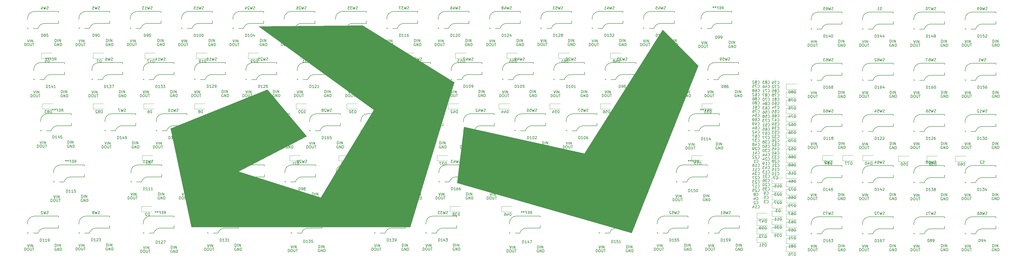
<source format=gbr>
%TF.GenerationSoftware,KiCad,Pcbnew,(5.1.9)-1*%
%TF.CreationDate,2021-05-14T10:19:55-07:00*%
%TF.ProjectId,chgray-keyboard,63686772-6179-42d6-9b65-79626f617264,rev?*%
%TF.SameCoordinates,Original*%
%TF.FileFunction,Legend,Bot*%
%TF.FilePolarity,Positive*%
%FSLAX46Y46*%
G04 Gerber Fmt 4.6, Leading zero omitted, Abs format (unit mm)*
G04 Created by KiCad (PCBNEW (5.1.9)-1) date 2021-05-14 10:19:55*
%MOMM*%
%LPD*%
G01*
G04 APERTURE LIST*
%ADD10C,0.100000*%
%ADD11C,0.120000*%
%ADD12C,0.150000*%
G04 APERTURE END LIST*
D10*
G36*
X186131200Y-114808000D02*
G01*
X169799000Y-168630600D01*
X88595200Y-168630600D01*
X80899000Y-131953000D01*
X116789200Y-117525800D01*
X131343400Y-134823200D01*
X106045000Y-147955000D01*
X136652000Y-157734000D01*
X156337000Y-125069600D01*
X113588800Y-93980000D01*
X152120600Y-93649800D01*
X152019000Y-93522800D01*
X186131200Y-114808000D01*
G37*
X186131200Y-114808000D02*
X169799000Y-168630600D01*
X88595200Y-168630600D01*
X80899000Y-131953000D01*
X116789200Y-117525800D01*
X131343400Y-134823200D01*
X106045000Y-147955000D01*
X136652000Y-157734000D01*
X156337000Y-125069600D01*
X113588800Y-93980000D01*
X152120600Y-93649800D01*
X152019000Y-93522800D01*
X186131200Y-114808000D01*
G36*
X276758400Y-108610400D02*
G01*
X276733000Y-108585000D01*
X252044200Y-170840400D01*
X187248800Y-152171400D01*
X189788800Y-131394200D01*
X234518200Y-141325600D01*
X263575800Y-95199200D01*
X276758400Y-108610400D01*
G37*
X276758400Y-108610400D02*
X276733000Y-108585000D01*
X252044200Y-170840400D01*
X187248800Y-152171400D01*
X189788800Y-131394200D01*
X234518200Y-141325600D01*
X263575800Y-95199200D01*
X276758400Y-108610400D01*
D11*
%TO.C,D1*%
X70343200Y-144027000D02*
X70343200Y-142027000D01*
X70343200Y-142027000D02*
X74243200Y-142027000D01*
X70343200Y-144027000D02*
X74243200Y-144027000D01*
%TO.C,D2*%
X70039400Y-162950000D02*
X70039400Y-160950000D01*
X70039400Y-160950000D02*
X73939400Y-160950000D01*
X70039400Y-162950000D02*
X73939400Y-162950000D01*
%TO.C,D3*%
X304116000Y-161613000D02*
X304116000Y-159613000D01*
X304116000Y-159613000D02*
X308016000Y-159613000D01*
X304116000Y-161613000D02*
X308016000Y-161613000D01*
%TO.C,D4*%
X252762000Y-144027000D02*
X252762000Y-142027000D01*
X252762000Y-142027000D02*
X256662000Y-142027000D01*
X252762000Y-144027000D02*
X256662000Y-144027000D01*
%TO.C,D5*%
X32903600Y-105902000D02*
X32903600Y-103902000D01*
X32903600Y-103902000D02*
X36803600Y-103902000D01*
X32903600Y-105902000D02*
X36803600Y-105902000D01*
%TO.C,D6*%
X70929400Y-124723000D02*
X70929400Y-122723000D01*
X70929400Y-122723000D02*
X74829400Y-122723000D01*
X70929400Y-124723000D02*
X74829400Y-124723000D01*
%TO.C,D7*%
X52108200Y-105902000D02*
X52108200Y-103902000D01*
X52108200Y-103902000D02*
X56008200Y-103902000D01*
X52108200Y-105902000D02*
X56008200Y-105902000D01*
%TO.C,D8*%
X89764400Y-124723000D02*
X89764400Y-122723000D01*
X89764400Y-122723000D02*
X93664400Y-122723000D01*
X89764400Y-124723000D02*
X93664400Y-124723000D01*
%TO.C,D9*%
X88585100Y-144027000D02*
X88585100Y-142027000D01*
X88585100Y-142027000D02*
X92485100Y-142027000D01*
X88585100Y-144027000D02*
X92485100Y-144027000D01*
%TO.C,D10*%
X89143700Y-162950000D02*
X89143700Y-160950000D01*
X89143700Y-160950000D02*
X93043700Y-160950000D01*
X89143700Y-162950000D02*
X93043700Y-162950000D01*
%TO.C,D11*%
X304116000Y-164689000D02*
X304116000Y-162689000D01*
X304116000Y-162689000D02*
X308016000Y-162689000D01*
X304116000Y-164689000D02*
X308016000Y-164689000D01*
%TO.C,D12*%
X274304000Y-144027000D02*
X274304000Y-142027000D01*
X274304000Y-142027000D02*
X278204000Y-142027000D01*
X274304000Y-144027000D02*
X278204000Y-144027000D01*
%TO.C,D13*%
X106827000Y-144027000D02*
X106827000Y-142027000D01*
X106827000Y-142027000D02*
X110727000Y-142027000D01*
X106827000Y-144027000D02*
X110727000Y-144027000D01*
%TO.C,D14*%
X108248000Y-162950000D02*
X108248000Y-160950000D01*
X108248000Y-160950000D02*
X112148000Y-160950000D01*
X108248000Y-162950000D02*
X112148000Y-162950000D01*
%TO.C,D15*%
X304116000Y-152384000D02*
X304116000Y-150384000D01*
X304116000Y-150384000D02*
X308016000Y-150384000D01*
X304116000Y-152384000D02*
X308016000Y-152384000D01*
%TO.C,D16*%
X309361000Y-147603000D02*
X309361000Y-145603000D01*
X309361000Y-145603000D02*
X313261000Y-145603000D01*
X309361000Y-147603000D02*
X313261000Y-147603000D01*
%TO.C,D17*%
X71312800Y-105902000D02*
X71312800Y-103902000D01*
X71312800Y-103902000D02*
X75212800Y-103902000D01*
X71312800Y-105902000D02*
X75212800Y-105902000D01*
%TO.C,D18*%
X108600000Y-124723000D02*
X108600000Y-122723000D01*
X108600000Y-122723000D02*
X112500000Y-122723000D01*
X108600000Y-124723000D02*
X112500000Y-124723000D01*
%TO.C,D19*%
X90517500Y-105902000D02*
X90517500Y-103902000D01*
X90517500Y-103902000D02*
X94417500Y-103902000D01*
X90517500Y-105902000D02*
X94417500Y-105902000D01*
%TO.C,D20*%
X127435000Y-124723000D02*
X127435000Y-122723000D01*
X127435000Y-122723000D02*
X131335000Y-122723000D01*
X127435000Y-124723000D02*
X131335000Y-124723000D01*
%TO.C,D21*%
X125069000Y-144027000D02*
X125069000Y-142027000D01*
X125069000Y-142027000D02*
X128969000Y-142027000D01*
X125069000Y-144027000D02*
X128969000Y-144027000D01*
%TO.C,D22*%
X127352000Y-162950000D02*
X127352000Y-160950000D01*
X127352000Y-160950000D02*
X131252000Y-160950000D01*
X127352000Y-162950000D02*
X131252000Y-162950000D01*
%TO.C,D23*%
X304116000Y-155460000D02*
X304116000Y-153460000D01*
X304116000Y-153460000D02*
X308016000Y-153460000D01*
X304116000Y-155460000D02*
X308016000Y-155460000D01*
%TO.C,D24*%
X259280000Y-124723000D02*
X259280000Y-122723000D01*
X259280000Y-122723000D02*
X263180000Y-122723000D01*
X259280000Y-124723000D02*
X263180000Y-124723000D01*
%TO.C,D25*%
X143311000Y-144027000D02*
X143311000Y-142027000D01*
X143311000Y-142027000D02*
X147211000Y-142027000D01*
X143311000Y-144027000D02*
X147211000Y-144027000D01*
%TO.C,D26*%
X146457000Y-162950000D02*
X146457000Y-160950000D01*
X146457000Y-160950000D02*
X150357000Y-160950000D01*
X146457000Y-162950000D02*
X150357000Y-162950000D01*
%TO.C,D27*%
X304116000Y-158536000D02*
X304116000Y-156536000D01*
X304116000Y-156536000D02*
X308016000Y-156536000D01*
X304116000Y-158536000D02*
X308016000Y-158536000D01*
%TO.C,D28*%
X161553000Y-144027000D02*
X161553000Y-142027000D01*
X161553000Y-142027000D02*
X165453000Y-142027000D01*
X161553000Y-144027000D02*
X165453000Y-144027000D01*
%TO.C,D29*%
X109722000Y-105902000D02*
X109722000Y-103902000D01*
X109722000Y-103902000D02*
X113622000Y-103902000D01*
X109722000Y-105902000D02*
X113622000Y-105902000D01*
%TO.C,D30*%
X146270000Y-124723000D02*
X146270000Y-122723000D01*
X146270000Y-122723000D02*
X150170000Y-122723000D01*
X146270000Y-124723000D02*
X150170000Y-124723000D01*
%TO.C,D31*%
X128927000Y-105902000D02*
X128927000Y-103902000D01*
X128927000Y-103902000D02*
X132827000Y-103902000D01*
X128927000Y-105902000D02*
X132827000Y-105902000D01*
%TO.C,D32*%
X165105000Y-124723000D02*
X165105000Y-122723000D01*
X165105000Y-122723000D02*
X169005000Y-122723000D01*
X165105000Y-124723000D02*
X169005000Y-124723000D01*
%TO.C,D33*%
X278115000Y-124723000D02*
X278115000Y-122723000D01*
X278115000Y-122723000D02*
X282015000Y-122723000D01*
X278115000Y-124723000D02*
X282015000Y-124723000D01*
%TO.C,D34*%
X165561000Y-162950000D02*
X165561000Y-160950000D01*
X165561000Y-160950000D02*
X169461000Y-160950000D01*
X165561000Y-162950000D02*
X169461000Y-162950000D01*
%TO.C,D35*%
X304116000Y-167765000D02*
X304116000Y-165765000D01*
X304116000Y-165765000D02*
X308016000Y-165765000D01*
X304116000Y-167765000D02*
X308016000Y-167765000D01*
%TO.C,D36*%
X309361000Y-132493000D02*
X309361000Y-130493000D01*
X309361000Y-130493000D02*
X313261000Y-130493000D01*
X309361000Y-132493000D02*
X313261000Y-132493000D01*
%TO.C,D37*%
X179795000Y-144027000D02*
X179795000Y-142027000D01*
X179795000Y-142027000D02*
X183695000Y-142027000D01*
X179795000Y-144027000D02*
X183695000Y-144027000D01*
%TO.C,D38*%
X184665000Y-162950000D02*
X184665000Y-160950000D01*
X184665000Y-160950000D02*
X188565000Y-160950000D01*
X184665000Y-162950000D02*
X188565000Y-162950000D01*
%TO.C,D39*%
X304116000Y-170841000D02*
X304116000Y-168841000D01*
X304116000Y-168841000D02*
X308016000Y-168841000D01*
X304116000Y-170841000D02*
X308016000Y-170841000D01*
%TO.C,D40*%
X337753000Y-143977000D02*
X337753000Y-141977000D01*
X337753000Y-141977000D02*
X341653000Y-141977000D01*
X337753000Y-143977000D02*
X341653000Y-143977000D01*
%TO.C,D41*%
X148131000Y-105902000D02*
X148131000Y-103902000D01*
X148131000Y-103902000D02*
X152031000Y-103902000D01*
X148131000Y-105902000D02*
X152031000Y-105902000D01*
%TO.C,D42*%
X183940000Y-124723000D02*
X183940000Y-122723000D01*
X183940000Y-122723000D02*
X187840000Y-122723000D01*
X183940000Y-124723000D02*
X187840000Y-124723000D01*
%TO.C,D43*%
X167336000Y-105902000D02*
X167336000Y-103902000D01*
X167336000Y-103902000D02*
X171236000Y-103902000D01*
X167336000Y-105902000D02*
X171236000Y-105902000D01*
%TO.C,D44*%
X202775000Y-124723000D02*
X202775000Y-122723000D01*
X202775000Y-122723000D02*
X206675000Y-122723000D01*
X202775000Y-124723000D02*
X206675000Y-124723000D01*
%TO.C,D45*%
X198037000Y-144027000D02*
X198037000Y-142027000D01*
X198037000Y-142027000D02*
X201937000Y-142027000D01*
X198037000Y-144027000D02*
X201937000Y-144027000D01*
%TO.C,D46*%
X203769000Y-162950000D02*
X203769000Y-160950000D01*
X203769000Y-160950000D02*
X207669000Y-160950000D01*
X203769000Y-162950000D02*
X207669000Y-162950000D01*
%TO.C,D47*%
X298485000Y-165465000D02*
X298485000Y-163465000D01*
X298485000Y-163465000D02*
X302385000Y-163465000D01*
X298485000Y-165465000D02*
X302385000Y-165465000D01*
%TO.C,D48*%
X244154000Y-105902000D02*
X244154000Y-103902000D01*
X244154000Y-103902000D02*
X248054000Y-103902000D01*
X244154000Y-105902000D02*
X248054000Y-105902000D01*
%TO.C,D49*%
X216278000Y-144027000D02*
X216278000Y-142027000D01*
X216278000Y-142027000D02*
X220178000Y-142027000D01*
X216278000Y-144027000D02*
X220178000Y-144027000D01*
%TO.C,D50*%
X350989000Y-144256000D02*
X350989000Y-142256000D01*
X350989000Y-142256000D02*
X354889000Y-142256000D01*
X350989000Y-144256000D02*
X354889000Y-144256000D01*
%TO.C,D51*%
X298485000Y-174355000D02*
X298485000Y-172355000D01*
X298485000Y-172355000D02*
X302385000Y-172355000D01*
X298485000Y-174355000D02*
X302385000Y-174355000D01*
%TO.C,D52*%
X309361000Y-138537000D02*
X309361000Y-136537000D01*
X309361000Y-136537000D02*
X313261000Y-136537000D01*
X309361000Y-138537000D02*
X313261000Y-138537000D01*
%TO.C,D53*%
X186541000Y-105902000D02*
X186541000Y-103902000D01*
X186541000Y-103902000D02*
X190441000Y-103902000D01*
X186541000Y-105902000D02*
X190441000Y-105902000D01*
%TO.C,D54*%
X221610000Y-124723000D02*
X221610000Y-122723000D01*
X221610000Y-122723000D02*
X225510000Y-122723000D01*
X221610000Y-124723000D02*
X225510000Y-124723000D01*
%TO.C,D55*%
X205745000Y-105902000D02*
X205745000Y-103902000D01*
X205745000Y-103902000D02*
X209645000Y-103902000D01*
X205745000Y-105902000D02*
X209645000Y-105902000D01*
%TO.C,D56*%
X240445000Y-124723000D02*
X240445000Y-122723000D01*
X240445000Y-122723000D02*
X244345000Y-122723000D01*
X240445000Y-124723000D02*
X244345000Y-124723000D01*
%TO.C,D57*%
X234520000Y-144027000D02*
X234520000Y-142027000D01*
X234520000Y-142027000D02*
X238420000Y-142027000D01*
X234520000Y-144027000D02*
X238420000Y-144027000D01*
%TO.C,D58*%
X361580000Y-144256000D02*
X361580000Y-142256000D01*
X361580000Y-142256000D02*
X365480000Y-142256000D01*
X361580000Y-144256000D02*
X365480000Y-144256000D01*
%TO.C,D59*%
X298485000Y-168005000D02*
X298485000Y-166005000D01*
X298485000Y-166005000D02*
X302385000Y-166005000D01*
X298485000Y-168005000D02*
X302385000Y-168005000D01*
%TO.C,D60*%
X372170000Y-144256000D02*
X372170000Y-142256000D01*
X372170000Y-142256000D02*
X376070000Y-142256000D01*
X372170000Y-144256000D02*
X376070000Y-144256000D01*
%TO.C,D61*%
X224950000Y-105902000D02*
X224950000Y-103902000D01*
X224950000Y-103902000D02*
X228850000Y-103902000D01*
X224950000Y-105902000D02*
X228850000Y-105902000D01*
%TO.C,D62*%
X309361000Y-129471000D02*
X309361000Y-127471000D01*
X309361000Y-127471000D02*
X313261000Y-127471000D01*
X309361000Y-129471000D02*
X313261000Y-129471000D01*
%TO.C,D63*%
X309361000Y-165735000D02*
X309361000Y-163735000D01*
X309361000Y-163735000D02*
X313261000Y-163735000D01*
X309361000Y-165735000D02*
X313261000Y-165735000D01*
%TO.C,D64*%
X309361000Y-150625000D02*
X309361000Y-148625000D01*
X309361000Y-148625000D02*
X313261000Y-148625000D01*
X309361000Y-150625000D02*
X313261000Y-150625000D01*
%TO.C,D65*%
X309361000Y-156669000D02*
X309361000Y-154669000D01*
X309361000Y-154669000D02*
X313261000Y-154669000D01*
X309361000Y-156669000D02*
X313261000Y-156669000D01*
%TO.C,D66*%
X309361000Y-141559000D02*
X309361000Y-139559000D01*
X309361000Y-139559000D02*
X313261000Y-139559000D01*
X309361000Y-141559000D02*
X313261000Y-141559000D01*
%TO.C,D67*%
X309361000Y-162713000D02*
X309361000Y-160713000D01*
X309361000Y-160713000D02*
X313261000Y-160713000D01*
X309361000Y-162713000D02*
X313261000Y-162713000D01*
%TO.C,D68*%
X309361000Y-144581000D02*
X309361000Y-142581000D01*
X309361000Y-142581000D02*
X313261000Y-142581000D01*
X309361000Y-144581000D02*
X313261000Y-144581000D01*
%TO.C,D69*%
X309361000Y-168757000D02*
X309361000Y-166757000D01*
X309361000Y-166757000D02*
X313261000Y-166757000D01*
X309361000Y-168757000D02*
X313261000Y-168757000D01*
%TO.C,D70*%
X309361000Y-135515000D02*
X309361000Y-133515000D01*
X309361000Y-133515000D02*
X313261000Y-133515000D01*
X309361000Y-135515000D02*
X313261000Y-135515000D01*
%TO.C,D71*%
X309361000Y-171779000D02*
X309361000Y-169779000D01*
X309361000Y-169779000D02*
X313261000Y-169779000D01*
X309361000Y-171779000D02*
X313261000Y-171779000D01*
%TO.C,D72*%
X309361000Y-153647000D02*
X309361000Y-151647000D01*
X309361000Y-151647000D02*
X313261000Y-151647000D01*
X309361000Y-153647000D02*
X313261000Y-153647000D01*
D12*
%TO.C,SW1*%
X379678838Y-114064960D02*
G75*
G02*
X382143000Y-112141000I2464162J-616040D01*
G01*
X375793000Y-110236000D02*
G75*
G02*
X378333000Y-107696000I2540000J0D01*
G01*
X387223000Y-107696000D02*
X387223000Y-108077000D01*
X378333000Y-107696000D02*
X387223000Y-107696000D01*
X375793000Y-110236000D02*
X375793000Y-110617000D01*
X376174000Y-114046000D02*
X375793000Y-114046000D01*
X379678838Y-114046000D02*
X377952000Y-114046000D01*
X387223000Y-112141000D02*
X382143000Y-112141000D01*
X387223000Y-111125000D02*
X387223000Y-112141000D01*
X375793000Y-113665000D02*
X375793000Y-114046000D01*
%TO.C,SW2*%
X31698838Y-170960960D02*
G75*
G02*
X34163000Y-169037000I2464162J-616040D01*
G01*
X27813000Y-167132000D02*
G75*
G02*
X30353000Y-164592000I2540000J0D01*
G01*
X39243000Y-164592000D02*
X39243000Y-164973000D01*
X30353000Y-164592000D02*
X39243000Y-164592000D01*
X27813000Y-167132000D02*
X27813000Y-167513000D01*
X28194000Y-170942000D02*
X27813000Y-170942000D01*
X31698838Y-170942000D02*
X29972000Y-170942000D01*
X39243000Y-169037000D02*
X34163000Y-169037000D01*
X39243000Y-168021000D02*
X39243000Y-169037000D01*
X27813000Y-170561000D02*
X27813000Y-170942000D01*
%TO.C,SW3*%
X222452838Y-151910960D02*
G75*
G02*
X224917000Y-149987000I2464162J-616040D01*
G01*
X218567000Y-148082000D02*
G75*
G02*
X221107000Y-145542000I2540000J0D01*
G01*
X229997000Y-145542000D02*
X229997000Y-145923000D01*
X221107000Y-145542000D02*
X229997000Y-145542000D01*
X218567000Y-148082000D02*
X218567000Y-148463000D01*
X218948000Y-151892000D02*
X218567000Y-151892000D01*
X222452838Y-151892000D02*
X220726000Y-151892000D01*
X229997000Y-149987000D02*
X224917000Y-149987000D01*
X229997000Y-148971000D02*
X229997000Y-149987000D01*
X218567000Y-151511000D02*
X218567000Y-151892000D01*
%TO.C,SW4*%
X31698838Y-94760960D02*
G75*
G02*
X34163000Y-92837000I2464162J-616040D01*
G01*
X27813000Y-90932000D02*
G75*
G02*
X30353000Y-88392000I2540000J0D01*
G01*
X39243000Y-88392000D02*
X39243000Y-88773000D01*
X30353000Y-88392000D02*
X39243000Y-88392000D01*
X27813000Y-90932000D02*
X27813000Y-91313000D01*
X28194000Y-94742000D02*
X27813000Y-94742000D01*
X31698838Y-94742000D02*
X29972000Y-94742000D01*
X39243000Y-92837000D02*
X34163000Y-92837000D01*
X39243000Y-91821000D02*
X39243000Y-92837000D01*
X27813000Y-94361000D02*
X27813000Y-94742000D01*
%TO.C,SW5*%
X50748838Y-94760960D02*
G75*
G02*
X53213000Y-92837000I2464162J-616040D01*
G01*
X46863000Y-90932000D02*
G75*
G02*
X49403000Y-88392000I2540000J0D01*
G01*
X58293000Y-88392000D02*
X58293000Y-88773000D01*
X49403000Y-88392000D02*
X58293000Y-88392000D01*
X46863000Y-90932000D02*
X46863000Y-91313000D01*
X47244000Y-94742000D02*
X46863000Y-94742000D01*
X50748838Y-94742000D02*
X49022000Y-94742000D01*
X58293000Y-92837000D02*
X53213000Y-92837000D01*
X58293000Y-91821000D02*
X58293000Y-92837000D01*
X46863000Y-94361000D02*
X46863000Y-94742000D01*
%TO.C,SW6*%
X55574838Y-113810960D02*
G75*
G02*
X58039000Y-111887000I2464162J-616040D01*
G01*
X51689000Y-109982000D02*
G75*
G02*
X54229000Y-107442000I2540000J0D01*
G01*
X63119000Y-107442000D02*
X63119000Y-107823000D01*
X54229000Y-107442000D02*
X63119000Y-107442000D01*
X51689000Y-109982000D02*
X51689000Y-110363000D01*
X52070000Y-113792000D02*
X51689000Y-113792000D01*
X55574838Y-113792000D02*
X53848000Y-113792000D01*
X63119000Y-111887000D02*
X58039000Y-111887000D01*
X63119000Y-110871000D02*
X63119000Y-111887000D01*
X51689000Y-113411000D02*
X51689000Y-113792000D01*
%TO.C,SW7*%
X60400838Y-132860960D02*
G75*
G02*
X62865000Y-130937000I2464162J-616040D01*
G01*
X56515000Y-129032000D02*
G75*
G02*
X59055000Y-126492000I2540000J0D01*
G01*
X67945000Y-126492000D02*
X67945000Y-126873000D01*
X59055000Y-126492000D02*
X67945000Y-126492000D01*
X56515000Y-129032000D02*
X56515000Y-129413000D01*
X56896000Y-132842000D02*
X56515000Y-132842000D01*
X60400838Y-132842000D02*
X58674000Y-132842000D01*
X67945000Y-130937000D02*
X62865000Y-130937000D01*
X67945000Y-129921000D02*
X67945000Y-130937000D01*
X56515000Y-132461000D02*
X56515000Y-132842000D01*
%TO.C,SW8*%
X50748838Y-170960960D02*
G75*
G02*
X53213000Y-169037000I2464162J-616040D01*
G01*
X46863000Y-167132000D02*
G75*
G02*
X49403000Y-164592000I2540000J0D01*
G01*
X58293000Y-164592000D02*
X58293000Y-164973000D01*
X49403000Y-164592000D02*
X58293000Y-164592000D01*
X46863000Y-167132000D02*
X46863000Y-167513000D01*
X47244000Y-170942000D02*
X46863000Y-170942000D01*
X50748838Y-170942000D02*
X49022000Y-170942000D01*
X58293000Y-169037000D02*
X53213000Y-169037000D01*
X58293000Y-168021000D02*
X58293000Y-169037000D01*
X46863000Y-170561000D02*
X46863000Y-170942000D01*
%TO.C,SW9*%
X322528838Y-152164960D02*
G75*
G02*
X324993000Y-150241000I2464162J-616040D01*
G01*
X318643000Y-148336000D02*
G75*
G02*
X321183000Y-145796000I2540000J0D01*
G01*
X330073000Y-145796000D02*
X330073000Y-146177000D01*
X321183000Y-145796000D02*
X330073000Y-145796000D01*
X318643000Y-148336000D02*
X318643000Y-148717000D01*
X319024000Y-152146000D02*
X318643000Y-152146000D01*
X322528838Y-152146000D02*
X320802000Y-152146000D01*
X330073000Y-150241000D02*
X324993000Y-150241000D01*
X330073000Y-149225000D02*
X330073000Y-150241000D01*
X318643000Y-151765000D02*
X318643000Y-152146000D01*
%TO.C,SW10*%
X79450838Y-132860960D02*
G75*
G02*
X81915000Y-130937000I2464162J-616040D01*
G01*
X75565000Y-129032000D02*
G75*
G02*
X78105000Y-126492000I2540000J0D01*
G01*
X86995000Y-126492000D02*
X86995000Y-126873000D01*
X78105000Y-126492000D02*
X86995000Y-126492000D01*
X75565000Y-129032000D02*
X75565000Y-129413000D01*
X75946000Y-132842000D02*
X75565000Y-132842000D01*
X79450838Y-132842000D02*
X77724000Y-132842000D01*
X86995000Y-130937000D02*
X81915000Y-130937000D01*
X86995000Y-129921000D02*
X86995000Y-130937000D01*
X75565000Y-132461000D02*
X75565000Y-132842000D01*
%TO.C,SW11*%
X70052838Y-151910960D02*
G75*
G02*
X72517000Y-149987000I2464162J-616040D01*
G01*
X66167000Y-148082000D02*
G75*
G02*
X68707000Y-145542000I2540000J0D01*
G01*
X77597000Y-145542000D02*
X77597000Y-145923000D01*
X68707000Y-145542000D02*
X77597000Y-145542000D01*
X66167000Y-148082000D02*
X66167000Y-148463000D01*
X66548000Y-151892000D02*
X66167000Y-151892000D01*
X70052838Y-151892000D02*
X68326000Y-151892000D01*
X77597000Y-149987000D02*
X72517000Y-149987000D01*
X77597000Y-148971000D02*
X77597000Y-149987000D01*
X66167000Y-151511000D02*
X66167000Y-151892000D01*
%TO.C,SW12*%
X379678838Y-133114960D02*
G75*
G02*
X382143000Y-131191000I2464162J-616040D01*
G01*
X375793000Y-129286000D02*
G75*
G02*
X378333000Y-126746000I2540000J0D01*
G01*
X387223000Y-126746000D02*
X387223000Y-127127000D01*
X378333000Y-126746000D02*
X387223000Y-126746000D01*
X375793000Y-129286000D02*
X375793000Y-129667000D01*
X376174000Y-133096000D02*
X375793000Y-133096000D01*
X379678838Y-133096000D02*
X377952000Y-133096000D01*
X387223000Y-131191000D02*
X382143000Y-131191000D01*
X387223000Y-130175000D02*
X387223000Y-131191000D01*
X375793000Y-132715000D02*
X375793000Y-133096000D01*
%TO.C,SW13*%
X69798838Y-94760960D02*
G75*
G02*
X72263000Y-92837000I2464162J-616040D01*
G01*
X65913000Y-90932000D02*
G75*
G02*
X68453000Y-88392000I2540000J0D01*
G01*
X77343000Y-88392000D02*
X77343000Y-88773000D01*
X68453000Y-88392000D02*
X77343000Y-88392000D01*
X65913000Y-90932000D02*
X65913000Y-91313000D01*
X66294000Y-94742000D02*
X65913000Y-94742000D01*
X69798838Y-94742000D02*
X68072000Y-94742000D01*
X77343000Y-92837000D02*
X72263000Y-92837000D01*
X77343000Y-91821000D02*
X77343000Y-92837000D01*
X65913000Y-94361000D02*
X65913000Y-94742000D01*
%TO.C,SW14*%
X74624838Y-113810960D02*
G75*
G02*
X77089000Y-111887000I2464162J-616040D01*
G01*
X70739000Y-109982000D02*
G75*
G02*
X73279000Y-107442000I2540000J0D01*
G01*
X82169000Y-107442000D02*
X82169000Y-107823000D01*
X73279000Y-107442000D02*
X82169000Y-107442000D01*
X70739000Y-109982000D02*
X70739000Y-110363000D01*
X71120000Y-113792000D02*
X70739000Y-113792000D01*
X74624838Y-113792000D02*
X72898000Y-113792000D01*
X82169000Y-111887000D02*
X77089000Y-111887000D01*
X82169000Y-110871000D02*
X82169000Y-111887000D01*
X70739000Y-113411000D02*
X70739000Y-113792000D01*
%TO.C,SW15*%
X88848838Y-94760960D02*
G75*
G02*
X91313000Y-92837000I2464162J-616040D01*
G01*
X84963000Y-90932000D02*
G75*
G02*
X87503000Y-88392000I2540000J0D01*
G01*
X96393000Y-88392000D02*
X96393000Y-88773000D01*
X87503000Y-88392000D02*
X96393000Y-88392000D01*
X84963000Y-90932000D02*
X84963000Y-91313000D01*
X85344000Y-94742000D02*
X84963000Y-94742000D01*
X88848838Y-94742000D02*
X87122000Y-94742000D01*
X96393000Y-92837000D02*
X91313000Y-92837000D01*
X96393000Y-91821000D02*
X96393000Y-92837000D01*
X84963000Y-94361000D02*
X84963000Y-94742000D01*
%TO.C,SW16*%
X93674838Y-113810960D02*
G75*
G02*
X96139000Y-111887000I2464162J-616040D01*
G01*
X89789000Y-109982000D02*
G75*
G02*
X92329000Y-107442000I2540000J0D01*
G01*
X101219000Y-107442000D02*
X101219000Y-107823000D01*
X92329000Y-107442000D02*
X101219000Y-107442000D01*
X89789000Y-109982000D02*
X89789000Y-110363000D01*
X90170000Y-113792000D02*
X89789000Y-113792000D01*
X93674838Y-113792000D02*
X91948000Y-113792000D01*
X101219000Y-111887000D02*
X96139000Y-111887000D01*
X101219000Y-110871000D02*
X101219000Y-111887000D01*
X89789000Y-113411000D02*
X89789000Y-113792000D01*
%TO.C,SW17*%
X98500838Y-132860960D02*
G75*
G02*
X100965000Y-130937000I2464162J-616040D01*
G01*
X94615000Y-129032000D02*
G75*
G02*
X97155000Y-126492000I2540000J0D01*
G01*
X106045000Y-126492000D02*
X106045000Y-126873000D01*
X97155000Y-126492000D02*
X106045000Y-126492000D01*
X94615000Y-129032000D02*
X94615000Y-129413000D01*
X94996000Y-132842000D02*
X94615000Y-132842000D01*
X98500838Y-132842000D02*
X96774000Y-132842000D01*
X106045000Y-130937000D02*
X100965000Y-130937000D01*
X106045000Y-129921000D02*
X106045000Y-130937000D01*
X94615000Y-132461000D02*
X94615000Y-132842000D01*
%TO.C,SW18*%
X89102838Y-151910960D02*
G75*
G02*
X91567000Y-149987000I2464162J-616040D01*
G01*
X85217000Y-148082000D02*
G75*
G02*
X87757000Y-145542000I2540000J0D01*
G01*
X96647000Y-145542000D02*
X96647000Y-145923000D01*
X87757000Y-145542000D02*
X96647000Y-145542000D01*
X85217000Y-148082000D02*
X85217000Y-148463000D01*
X85598000Y-151892000D02*
X85217000Y-151892000D01*
X89102838Y-151892000D02*
X87376000Y-151892000D01*
X96647000Y-149987000D02*
X91567000Y-149987000D01*
X96647000Y-148971000D02*
X96647000Y-149987000D01*
X85217000Y-151511000D02*
X85217000Y-151892000D01*
%TO.C,SW19*%
X98500838Y-170960960D02*
G75*
G02*
X100965000Y-169037000I2464162J-616040D01*
G01*
X94615000Y-167132000D02*
G75*
G02*
X97155000Y-164592000I2540000J0D01*
G01*
X106045000Y-164592000D02*
X106045000Y-164973000D01*
X97155000Y-164592000D02*
X106045000Y-164592000D01*
X94615000Y-167132000D02*
X94615000Y-167513000D01*
X94996000Y-170942000D02*
X94615000Y-170942000D01*
X98500838Y-170942000D02*
X96774000Y-170942000D01*
X106045000Y-169037000D02*
X100965000Y-169037000D01*
X106045000Y-168021000D02*
X106045000Y-169037000D01*
X94615000Y-170561000D02*
X94615000Y-170942000D01*
%TO.C,SW20*%
X227024838Y-113810960D02*
G75*
G02*
X229489000Y-111887000I2464162J-616040D01*
G01*
X223139000Y-109982000D02*
G75*
G02*
X225679000Y-107442000I2540000J0D01*
G01*
X234569000Y-107442000D02*
X234569000Y-107823000D01*
X225679000Y-107442000D02*
X234569000Y-107442000D01*
X223139000Y-109982000D02*
X223139000Y-110363000D01*
X223520000Y-113792000D02*
X223139000Y-113792000D01*
X227024838Y-113792000D02*
X225298000Y-113792000D01*
X234569000Y-111887000D02*
X229489000Y-111887000D01*
X234569000Y-110871000D02*
X234569000Y-111887000D01*
X223139000Y-113411000D02*
X223139000Y-113792000D01*
%TO.C,SW21*%
X117550838Y-132860960D02*
G75*
G02*
X120015000Y-130937000I2464162J-616040D01*
G01*
X113665000Y-129032000D02*
G75*
G02*
X116205000Y-126492000I2540000J0D01*
G01*
X125095000Y-126492000D02*
X125095000Y-126873000D01*
X116205000Y-126492000D02*
X125095000Y-126492000D01*
X113665000Y-129032000D02*
X113665000Y-129413000D01*
X114046000Y-132842000D02*
X113665000Y-132842000D01*
X117550838Y-132842000D02*
X115824000Y-132842000D01*
X125095000Y-130937000D02*
X120015000Y-130937000D01*
X125095000Y-129921000D02*
X125095000Y-130937000D01*
X113665000Y-132461000D02*
X113665000Y-132842000D01*
%TO.C,SW22*%
X108152838Y-151910960D02*
G75*
G02*
X110617000Y-149987000I2464162J-616040D01*
G01*
X104267000Y-148082000D02*
G75*
G02*
X106807000Y-145542000I2540000J0D01*
G01*
X115697000Y-145542000D02*
X115697000Y-145923000D01*
X106807000Y-145542000D02*
X115697000Y-145542000D01*
X104267000Y-148082000D02*
X104267000Y-148463000D01*
X104648000Y-151892000D02*
X104267000Y-151892000D01*
X108152838Y-151892000D02*
X106426000Y-151892000D01*
X115697000Y-149987000D02*
X110617000Y-149987000D01*
X115697000Y-148971000D02*
X115697000Y-149987000D01*
X104267000Y-151511000D02*
X104267000Y-151892000D01*
%TO.C,SW23*%
X246074838Y-113810960D02*
G75*
G02*
X248539000Y-111887000I2464162J-616040D01*
G01*
X242189000Y-109982000D02*
G75*
G02*
X244729000Y-107442000I2540000J0D01*
G01*
X253619000Y-107442000D02*
X253619000Y-107823000D01*
X244729000Y-107442000D02*
X253619000Y-107442000D01*
X242189000Y-109982000D02*
X242189000Y-110363000D01*
X242570000Y-113792000D02*
X242189000Y-113792000D01*
X246074838Y-113792000D02*
X244348000Y-113792000D01*
X253619000Y-111887000D02*
X248539000Y-111887000D01*
X253619000Y-110871000D02*
X253619000Y-111887000D01*
X242189000Y-113411000D02*
X242189000Y-113792000D01*
%TO.C,SW24*%
X107898838Y-94760960D02*
G75*
G02*
X110363000Y-92837000I2464162J-616040D01*
G01*
X104013000Y-90932000D02*
G75*
G02*
X106553000Y-88392000I2540000J0D01*
G01*
X115443000Y-88392000D02*
X115443000Y-88773000D01*
X106553000Y-88392000D02*
X115443000Y-88392000D01*
X104013000Y-90932000D02*
X104013000Y-91313000D01*
X104394000Y-94742000D02*
X104013000Y-94742000D01*
X107898838Y-94742000D02*
X106172000Y-94742000D01*
X115443000Y-92837000D02*
X110363000Y-92837000D01*
X115443000Y-91821000D02*
X115443000Y-92837000D01*
X104013000Y-94361000D02*
X104013000Y-94742000D01*
%TO.C,SW25*%
X112724838Y-113810960D02*
G75*
G02*
X115189000Y-111887000I2464162J-616040D01*
G01*
X108839000Y-109982000D02*
G75*
G02*
X111379000Y-107442000I2540000J0D01*
G01*
X120269000Y-107442000D02*
X120269000Y-107823000D01*
X111379000Y-107442000D02*
X120269000Y-107442000D01*
X108839000Y-109982000D02*
X108839000Y-110363000D01*
X109220000Y-113792000D02*
X108839000Y-113792000D01*
X112724838Y-113792000D02*
X110998000Y-113792000D01*
X120269000Y-111887000D02*
X115189000Y-111887000D01*
X120269000Y-110871000D02*
X120269000Y-111887000D01*
X108839000Y-113411000D02*
X108839000Y-113792000D01*
%TO.C,SW26*%
X126948838Y-94760960D02*
G75*
G02*
X129413000Y-92837000I2464162J-616040D01*
G01*
X123063000Y-90932000D02*
G75*
G02*
X125603000Y-88392000I2540000J0D01*
G01*
X134493000Y-88392000D02*
X134493000Y-88773000D01*
X125603000Y-88392000D02*
X134493000Y-88392000D01*
X123063000Y-90932000D02*
X123063000Y-91313000D01*
X123444000Y-94742000D02*
X123063000Y-94742000D01*
X126948838Y-94742000D02*
X125222000Y-94742000D01*
X134493000Y-92837000D02*
X129413000Y-92837000D01*
X134493000Y-91821000D02*
X134493000Y-92837000D01*
X123063000Y-94361000D02*
X123063000Y-94742000D01*
%TO.C,SW27*%
X131774838Y-113810960D02*
G75*
G02*
X134239000Y-111887000I2464162J-616040D01*
G01*
X127889000Y-109982000D02*
G75*
G02*
X130429000Y-107442000I2540000J0D01*
G01*
X139319000Y-107442000D02*
X139319000Y-107823000D01*
X130429000Y-107442000D02*
X139319000Y-107442000D01*
X127889000Y-109982000D02*
X127889000Y-110363000D01*
X128270000Y-113792000D02*
X127889000Y-113792000D01*
X131774838Y-113792000D02*
X130048000Y-113792000D01*
X139319000Y-111887000D02*
X134239000Y-111887000D01*
X139319000Y-110871000D02*
X139319000Y-111887000D01*
X127889000Y-113411000D02*
X127889000Y-113792000D01*
%TO.C,SW28*%
X136346838Y-132860960D02*
G75*
G02*
X138811000Y-130937000I2464162J-616040D01*
G01*
X132461000Y-129032000D02*
G75*
G02*
X135001000Y-126492000I2540000J0D01*
G01*
X143891000Y-126492000D02*
X143891000Y-126873000D01*
X135001000Y-126492000D02*
X143891000Y-126492000D01*
X132461000Y-129032000D02*
X132461000Y-129413000D01*
X132842000Y-132842000D02*
X132461000Y-132842000D01*
X136346838Y-132842000D02*
X134620000Y-132842000D01*
X143891000Y-130937000D02*
X138811000Y-130937000D01*
X143891000Y-129921000D02*
X143891000Y-130937000D01*
X132461000Y-132461000D02*
X132461000Y-132842000D01*
%TO.C,SW29*%
X127202838Y-151910960D02*
G75*
G02*
X129667000Y-149987000I2464162J-616040D01*
G01*
X123317000Y-148082000D02*
G75*
G02*
X125857000Y-145542000I2540000J0D01*
G01*
X134747000Y-145542000D02*
X134747000Y-145923000D01*
X125857000Y-145542000D02*
X134747000Y-145542000D01*
X123317000Y-148082000D02*
X123317000Y-148463000D01*
X123698000Y-151892000D02*
X123317000Y-151892000D01*
X127202838Y-151892000D02*
X125476000Y-151892000D01*
X134747000Y-149987000D02*
X129667000Y-149987000D01*
X134747000Y-148971000D02*
X134747000Y-149987000D01*
X123317000Y-151511000D02*
X123317000Y-151892000D01*
%TO.C,SW30*%
X160476838Y-170960960D02*
G75*
G02*
X162941000Y-169037000I2464162J-616040D01*
G01*
X156591000Y-167132000D02*
G75*
G02*
X159131000Y-164592000I2540000J0D01*
G01*
X168021000Y-164592000D02*
X168021000Y-164973000D01*
X159131000Y-164592000D02*
X168021000Y-164592000D01*
X156591000Y-167132000D02*
X156591000Y-167513000D01*
X156972000Y-170942000D02*
X156591000Y-170942000D01*
X160476838Y-170942000D02*
X158750000Y-170942000D01*
X168021000Y-169037000D02*
X162941000Y-169037000D01*
X168021000Y-168021000D02*
X168021000Y-169037000D01*
X156591000Y-170561000D02*
X156591000Y-170942000D01*
%TO.C,SW31*%
X155396838Y-132860960D02*
G75*
G02*
X157861000Y-130937000I2464162J-616040D01*
G01*
X151511000Y-129032000D02*
G75*
G02*
X154051000Y-126492000I2540000J0D01*
G01*
X162941000Y-126492000D02*
X162941000Y-126873000D01*
X154051000Y-126492000D02*
X162941000Y-126492000D01*
X151511000Y-129032000D02*
X151511000Y-129413000D01*
X151892000Y-132842000D02*
X151511000Y-132842000D01*
X155396838Y-132842000D02*
X153670000Y-132842000D01*
X162941000Y-130937000D02*
X157861000Y-130937000D01*
X162941000Y-129921000D02*
X162941000Y-130937000D01*
X151511000Y-132461000D02*
X151511000Y-132842000D01*
%TO.C,SW32*%
X146252838Y-151910960D02*
G75*
G02*
X148717000Y-149987000I2464162J-616040D01*
G01*
X142367000Y-148082000D02*
G75*
G02*
X144907000Y-145542000I2540000J0D01*
G01*
X153797000Y-145542000D02*
X153797000Y-145923000D01*
X144907000Y-145542000D02*
X153797000Y-145542000D01*
X142367000Y-148082000D02*
X142367000Y-148463000D01*
X142748000Y-151892000D02*
X142367000Y-151892000D01*
X146252838Y-151892000D02*
X144526000Y-151892000D01*
X153797000Y-149987000D02*
X148717000Y-149987000D01*
X153797000Y-148971000D02*
X153797000Y-149987000D01*
X142367000Y-151511000D02*
X142367000Y-151892000D01*
%TO.C,SW33*%
X179526838Y-170960960D02*
G75*
G02*
X181991000Y-169037000I2464162J-616040D01*
G01*
X175641000Y-167132000D02*
G75*
G02*
X178181000Y-164592000I2540000J0D01*
G01*
X187071000Y-164592000D02*
X187071000Y-164973000D01*
X178181000Y-164592000D02*
X187071000Y-164592000D01*
X175641000Y-167132000D02*
X175641000Y-167513000D01*
X176022000Y-170942000D02*
X175641000Y-170942000D01*
X179526838Y-170942000D02*
X177800000Y-170942000D01*
X187071000Y-169037000D02*
X181991000Y-169037000D01*
X187071000Y-168021000D02*
X187071000Y-169037000D01*
X175641000Y-170561000D02*
X175641000Y-170942000D01*
%TO.C,SW34*%
X241502838Y-151910960D02*
G75*
G02*
X243967000Y-149987000I2464162J-616040D01*
G01*
X237617000Y-148082000D02*
G75*
G02*
X240157000Y-145542000I2540000J0D01*
G01*
X249047000Y-145542000D02*
X249047000Y-145923000D01*
X240157000Y-145542000D02*
X249047000Y-145542000D01*
X237617000Y-148082000D02*
X237617000Y-148463000D01*
X237998000Y-151892000D02*
X237617000Y-151892000D01*
X241502838Y-151892000D02*
X239776000Y-151892000D01*
X249047000Y-149987000D02*
X243967000Y-149987000D01*
X249047000Y-148971000D02*
X249047000Y-149987000D01*
X237617000Y-151511000D02*
X237617000Y-151892000D01*
%TO.C,SW35*%
X145998838Y-94760960D02*
G75*
G02*
X148463000Y-92837000I2464162J-616040D01*
G01*
X142113000Y-90932000D02*
G75*
G02*
X144653000Y-88392000I2540000J0D01*
G01*
X153543000Y-88392000D02*
X153543000Y-88773000D01*
X144653000Y-88392000D02*
X153543000Y-88392000D01*
X142113000Y-90932000D02*
X142113000Y-91313000D01*
X142494000Y-94742000D02*
X142113000Y-94742000D01*
X145998838Y-94742000D02*
X144272000Y-94742000D01*
X153543000Y-92837000D02*
X148463000Y-92837000D01*
X153543000Y-91821000D02*
X153543000Y-92837000D01*
X142113000Y-94361000D02*
X142113000Y-94742000D01*
%TO.C,SW36*%
X150824838Y-113810960D02*
G75*
G02*
X153289000Y-111887000I2464162J-616040D01*
G01*
X146939000Y-109982000D02*
G75*
G02*
X149479000Y-107442000I2540000J0D01*
G01*
X158369000Y-107442000D02*
X158369000Y-107823000D01*
X149479000Y-107442000D02*
X158369000Y-107442000D01*
X146939000Y-109982000D02*
X146939000Y-110363000D01*
X147320000Y-113792000D02*
X146939000Y-113792000D01*
X150824838Y-113792000D02*
X149098000Y-113792000D01*
X158369000Y-111887000D02*
X153289000Y-111887000D01*
X158369000Y-110871000D02*
X158369000Y-111887000D01*
X146939000Y-113411000D02*
X146939000Y-113792000D01*
%TO.C,SW37*%
X165048838Y-94760960D02*
G75*
G02*
X167513000Y-92837000I2464162J-616040D01*
G01*
X161163000Y-90932000D02*
G75*
G02*
X163703000Y-88392000I2540000J0D01*
G01*
X172593000Y-88392000D02*
X172593000Y-88773000D01*
X163703000Y-88392000D02*
X172593000Y-88392000D01*
X161163000Y-90932000D02*
X161163000Y-91313000D01*
X161544000Y-94742000D02*
X161163000Y-94742000D01*
X165048838Y-94742000D02*
X163322000Y-94742000D01*
X172593000Y-92837000D02*
X167513000Y-92837000D01*
X172593000Y-91821000D02*
X172593000Y-92837000D01*
X161163000Y-94361000D02*
X161163000Y-94742000D01*
%TO.C,SW38*%
X169874838Y-113810960D02*
G75*
G02*
X172339000Y-111887000I2464162J-616040D01*
G01*
X165989000Y-109982000D02*
G75*
G02*
X168529000Y-107442000I2540000J0D01*
G01*
X177419000Y-107442000D02*
X177419000Y-107823000D01*
X168529000Y-107442000D02*
X177419000Y-107442000D01*
X165989000Y-109982000D02*
X165989000Y-110363000D01*
X166370000Y-113792000D02*
X165989000Y-113792000D01*
X169874838Y-113792000D02*
X168148000Y-113792000D01*
X177419000Y-111887000D02*
X172339000Y-111887000D01*
X177419000Y-110871000D02*
X177419000Y-111887000D01*
X165989000Y-113411000D02*
X165989000Y-113792000D01*
%TO.C,SW39*%
X174446838Y-132860960D02*
G75*
G02*
X176911000Y-130937000I2464162J-616040D01*
G01*
X170561000Y-129032000D02*
G75*
G02*
X173101000Y-126492000I2540000J0D01*
G01*
X181991000Y-126492000D02*
X181991000Y-126873000D01*
X173101000Y-126492000D02*
X181991000Y-126492000D01*
X170561000Y-129032000D02*
X170561000Y-129413000D01*
X170942000Y-132842000D02*
X170561000Y-132842000D01*
X174446838Y-132842000D02*
X172720000Y-132842000D01*
X181991000Y-130937000D02*
X176911000Y-130937000D01*
X181991000Y-129921000D02*
X181991000Y-130937000D01*
X170561000Y-132461000D02*
X170561000Y-132842000D01*
%TO.C,SW40*%
X165302838Y-151910960D02*
G75*
G02*
X167767000Y-149987000I2464162J-616040D01*
G01*
X161417000Y-148082000D02*
G75*
G02*
X163957000Y-145542000I2540000J0D01*
G01*
X172847000Y-145542000D02*
X172847000Y-145923000D01*
X163957000Y-145542000D02*
X172847000Y-145542000D01*
X161417000Y-148082000D02*
X161417000Y-148463000D01*
X161798000Y-151892000D02*
X161417000Y-151892000D01*
X165302838Y-151892000D02*
X163576000Y-151892000D01*
X172847000Y-149987000D02*
X167767000Y-149987000D01*
X172847000Y-148971000D02*
X172847000Y-149987000D01*
X161417000Y-151511000D02*
X161417000Y-151892000D01*
%TO.C,SW41*%
X241248838Y-94760960D02*
G75*
G02*
X243713000Y-92837000I2464162J-616040D01*
G01*
X237363000Y-90932000D02*
G75*
G02*
X239903000Y-88392000I2540000J0D01*
G01*
X248793000Y-88392000D02*
X248793000Y-88773000D01*
X239903000Y-88392000D02*
X248793000Y-88392000D01*
X237363000Y-90932000D02*
X237363000Y-91313000D01*
X237744000Y-94742000D02*
X237363000Y-94742000D01*
X241248838Y-94742000D02*
X239522000Y-94742000D01*
X248793000Y-92837000D02*
X243713000Y-92837000D01*
X248793000Y-91821000D02*
X248793000Y-92837000D01*
X237363000Y-94361000D02*
X237363000Y-94742000D01*
%TO.C,SW42*%
X193496838Y-132860960D02*
G75*
G02*
X195961000Y-130937000I2464162J-616040D01*
G01*
X189611000Y-129032000D02*
G75*
G02*
X192151000Y-126492000I2540000J0D01*
G01*
X201041000Y-126492000D02*
X201041000Y-126873000D01*
X192151000Y-126492000D02*
X201041000Y-126492000D01*
X189611000Y-129032000D02*
X189611000Y-129413000D01*
X189992000Y-132842000D02*
X189611000Y-132842000D01*
X193496838Y-132842000D02*
X191770000Y-132842000D01*
X201041000Y-130937000D02*
X195961000Y-130937000D01*
X201041000Y-129921000D02*
X201041000Y-130937000D01*
X189611000Y-132461000D02*
X189611000Y-132842000D01*
%TO.C,SW43*%
X184352838Y-151910960D02*
G75*
G02*
X186817000Y-149987000I2464162J-616040D01*
G01*
X180467000Y-148082000D02*
G75*
G02*
X183007000Y-145542000I2540000J0D01*
G01*
X191897000Y-145542000D02*
X191897000Y-145923000D01*
X183007000Y-145542000D02*
X191897000Y-145542000D01*
X180467000Y-148082000D02*
X180467000Y-148463000D01*
X180848000Y-151892000D02*
X180467000Y-151892000D01*
X184352838Y-151892000D02*
X182626000Y-151892000D01*
X191897000Y-149987000D02*
X186817000Y-149987000D01*
X191897000Y-148971000D02*
X191897000Y-149987000D01*
X180467000Y-151511000D02*
X180467000Y-151892000D01*
%TO.C,SW45*%
X260298838Y-94760960D02*
G75*
G02*
X262763000Y-92837000I2464162J-616040D01*
G01*
X256413000Y-90932000D02*
G75*
G02*
X258953000Y-88392000I2540000J0D01*
G01*
X267843000Y-88392000D02*
X267843000Y-88773000D01*
X258953000Y-88392000D02*
X267843000Y-88392000D01*
X256413000Y-90932000D02*
X256413000Y-91313000D01*
X256794000Y-94742000D02*
X256413000Y-94742000D01*
X260298838Y-94742000D02*
X258572000Y-94742000D01*
X267843000Y-92837000D02*
X262763000Y-92837000D01*
X267843000Y-91821000D02*
X267843000Y-92837000D01*
X256413000Y-94361000D02*
X256413000Y-94742000D01*
%TO.C,SW46*%
X184098838Y-94760960D02*
G75*
G02*
X186563000Y-92837000I2464162J-616040D01*
G01*
X180213000Y-90932000D02*
G75*
G02*
X182753000Y-88392000I2540000J0D01*
G01*
X191643000Y-88392000D02*
X191643000Y-88773000D01*
X182753000Y-88392000D02*
X191643000Y-88392000D01*
X180213000Y-90932000D02*
X180213000Y-91313000D01*
X180594000Y-94742000D02*
X180213000Y-94742000D01*
X184098838Y-94742000D02*
X182372000Y-94742000D01*
X191643000Y-92837000D02*
X186563000Y-92837000D01*
X191643000Y-91821000D02*
X191643000Y-92837000D01*
X180213000Y-94361000D02*
X180213000Y-94742000D01*
%TO.C,SW47*%
X188924838Y-113810960D02*
G75*
G02*
X191389000Y-111887000I2464162J-616040D01*
G01*
X185039000Y-109982000D02*
G75*
G02*
X187579000Y-107442000I2540000J0D01*
G01*
X196469000Y-107442000D02*
X196469000Y-107823000D01*
X187579000Y-107442000D02*
X196469000Y-107442000D01*
X185039000Y-109982000D02*
X185039000Y-110363000D01*
X185420000Y-113792000D02*
X185039000Y-113792000D01*
X188924838Y-113792000D02*
X187198000Y-113792000D01*
X196469000Y-111887000D02*
X191389000Y-111887000D01*
X196469000Y-110871000D02*
X196469000Y-111887000D01*
X185039000Y-113411000D02*
X185039000Y-113792000D01*
%TO.C,SW48*%
X203148838Y-94760960D02*
G75*
G02*
X205613000Y-92837000I2464162J-616040D01*
G01*
X199263000Y-90932000D02*
G75*
G02*
X201803000Y-88392000I2540000J0D01*
G01*
X210693000Y-88392000D02*
X210693000Y-88773000D01*
X201803000Y-88392000D02*
X210693000Y-88392000D01*
X199263000Y-90932000D02*
X199263000Y-91313000D01*
X199644000Y-94742000D02*
X199263000Y-94742000D01*
X203148838Y-94742000D02*
X201422000Y-94742000D01*
X210693000Y-92837000D02*
X205613000Y-92837000D01*
X210693000Y-91821000D02*
X210693000Y-92837000D01*
X199263000Y-94361000D02*
X199263000Y-94742000D01*
%TO.C,SW49*%
X207974838Y-113810960D02*
G75*
G02*
X210439000Y-111887000I2464162J-616040D01*
G01*
X204089000Y-109982000D02*
G75*
G02*
X206629000Y-107442000I2540000J0D01*
G01*
X215519000Y-107442000D02*
X215519000Y-107823000D01*
X206629000Y-107442000D02*
X215519000Y-107442000D01*
X204089000Y-109982000D02*
X204089000Y-110363000D01*
X204470000Y-113792000D02*
X204089000Y-113792000D01*
X207974838Y-113792000D02*
X206248000Y-113792000D01*
X215519000Y-111887000D02*
X210439000Y-111887000D01*
X215519000Y-110871000D02*
X215519000Y-111887000D01*
X204089000Y-113411000D02*
X204089000Y-113792000D01*
%TO.C,SW50*%
X212546838Y-132860960D02*
G75*
G02*
X215011000Y-130937000I2464162J-616040D01*
G01*
X208661000Y-129032000D02*
G75*
G02*
X211201000Y-126492000I2540000J0D01*
G01*
X220091000Y-126492000D02*
X220091000Y-126873000D01*
X211201000Y-126492000D02*
X220091000Y-126492000D01*
X208661000Y-129032000D02*
X208661000Y-129413000D01*
X209042000Y-132842000D02*
X208661000Y-132842000D01*
X212546838Y-132842000D02*
X210820000Y-132842000D01*
X220091000Y-130937000D02*
X215011000Y-130937000D01*
X220091000Y-129921000D02*
X220091000Y-130937000D01*
X208661000Y-132461000D02*
X208661000Y-132842000D01*
%TO.C,SW51*%
X203402838Y-151910960D02*
G75*
G02*
X205867000Y-149987000I2464162J-616040D01*
G01*
X199517000Y-148082000D02*
G75*
G02*
X202057000Y-145542000I2540000J0D01*
G01*
X210947000Y-145542000D02*
X210947000Y-145923000D01*
X202057000Y-145542000D02*
X210947000Y-145542000D01*
X199517000Y-148082000D02*
X199517000Y-148463000D01*
X199898000Y-151892000D02*
X199517000Y-151892000D01*
X203402838Y-151892000D02*
X201676000Y-151892000D01*
X210947000Y-149987000D02*
X205867000Y-149987000D01*
X210947000Y-148971000D02*
X210947000Y-149987000D01*
X199517000Y-151511000D02*
X199517000Y-151892000D01*
%TO.C,SW53*%
X222198838Y-94760960D02*
G75*
G02*
X224663000Y-92837000I2464162J-616040D01*
G01*
X218313000Y-90932000D02*
G75*
G02*
X220853000Y-88392000I2540000J0D01*
G01*
X229743000Y-88392000D02*
X229743000Y-88773000D01*
X220853000Y-88392000D02*
X229743000Y-88392000D01*
X218313000Y-90932000D02*
X218313000Y-91313000D01*
X218694000Y-94742000D02*
X218313000Y-94742000D01*
X222198838Y-94742000D02*
X220472000Y-94742000D01*
X229743000Y-92837000D02*
X224663000Y-92837000D01*
X229743000Y-91821000D02*
X229743000Y-92837000D01*
X218313000Y-94361000D02*
X218313000Y-94742000D01*
%TO.C,SW54*%
X341578838Y-133114960D02*
G75*
G02*
X344043000Y-131191000I2464162J-616040D01*
G01*
X337693000Y-129286000D02*
G75*
G02*
X340233000Y-126746000I2540000J0D01*
G01*
X349123000Y-126746000D02*
X349123000Y-127127000D01*
X340233000Y-126746000D02*
X349123000Y-126746000D01*
X337693000Y-129286000D02*
X337693000Y-129667000D01*
X338074000Y-133096000D02*
X337693000Y-133096000D01*
X341578838Y-133096000D02*
X339852000Y-133096000D01*
X349123000Y-131191000D02*
X344043000Y-131191000D01*
X349123000Y-130175000D02*
X349123000Y-131191000D01*
X337693000Y-132715000D02*
X337693000Y-133096000D01*
%TO.C,SW55*%
X265124838Y-113810960D02*
G75*
G02*
X267589000Y-111887000I2464162J-616040D01*
G01*
X261239000Y-109982000D02*
G75*
G02*
X263779000Y-107442000I2540000J0D01*
G01*
X272669000Y-107442000D02*
X272669000Y-107823000D01*
X263779000Y-107442000D02*
X272669000Y-107442000D01*
X261239000Y-109982000D02*
X261239000Y-110363000D01*
X261620000Y-113792000D02*
X261239000Y-113792000D01*
X265124838Y-113792000D02*
X263398000Y-113792000D01*
X272669000Y-111887000D02*
X267589000Y-111887000D01*
X272669000Y-110871000D02*
X272669000Y-111887000D01*
X261239000Y-113411000D02*
X261239000Y-113792000D01*
%TO.C,SW56*%
X360628838Y-133114960D02*
G75*
G02*
X363093000Y-131191000I2464162J-616040D01*
G01*
X356743000Y-129286000D02*
G75*
G02*
X359283000Y-126746000I2540000J0D01*
G01*
X368173000Y-126746000D02*
X368173000Y-127127000D01*
X359283000Y-126746000D02*
X368173000Y-126746000D01*
X356743000Y-129286000D02*
X356743000Y-129667000D01*
X357124000Y-133096000D02*
X356743000Y-133096000D01*
X360628838Y-133096000D02*
X358902000Y-133096000D01*
X368173000Y-131191000D02*
X363093000Y-131191000D01*
X368173000Y-130175000D02*
X368173000Y-131191000D01*
X356743000Y-132715000D02*
X356743000Y-133096000D01*
%TO.C,SW57*%
X231596838Y-132860960D02*
G75*
G02*
X234061000Y-130937000I2464162J-616040D01*
G01*
X227711000Y-129032000D02*
G75*
G02*
X230251000Y-126492000I2540000J0D01*
G01*
X239141000Y-126492000D02*
X239141000Y-126873000D01*
X230251000Y-126492000D02*
X239141000Y-126492000D01*
X227711000Y-129032000D02*
X227711000Y-129413000D01*
X228092000Y-132842000D02*
X227711000Y-132842000D01*
X231596838Y-132842000D02*
X229870000Y-132842000D01*
X239141000Y-130937000D02*
X234061000Y-130937000D01*
X239141000Y-129921000D02*
X239141000Y-130937000D01*
X227711000Y-132461000D02*
X227711000Y-132842000D01*
%TO.C,SW58*%
X250646838Y-132860960D02*
G75*
G02*
X253111000Y-130937000I2464162J-616040D01*
G01*
X246761000Y-129032000D02*
G75*
G02*
X249301000Y-126492000I2540000J0D01*
G01*
X258191000Y-126492000D02*
X258191000Y-126873000D01*
X249301000Y-126492000D02*
X258191000Y-126492000D01*
X246761000Y-129032000D02*
X246761000Y-129413000D01*
X247142000Y-132842000D02*
X246761000Y-132842000D01*
X250646838Y-132842000D02*
X248920000Y-132842000D01*
X258191000Y-130937000D02*
X253111000Y-130937000D01*
X258191000Y-129921000D02*
X258191000Y-130937000D01*
X246761000Y-132461000D02*
X246761000Y-132842000D01*
%TO.C,SW59*%
X284174838Y-113810960D02*
G75*
G02*
X286639000Y-111887000I2464162J-616040D01*
G01*
X280289000Y-109982000D02*
G75*
G02*
X282829000Y-107442000I2540000J0D01*
G01*
X291719000Y-107442000D02*
X291719000Y-107823000D01*
X282829000Y-107442000D02*
X291719000Y-107442000D01*
X280289000Y-109982000D02*
X280289000Y-110363000D01*
X280670000Y-113792000D02*
X280289000Y-113792000D01*
X284174838Y-113792000D02*
X282448000Y-113792000D01*
X291719000Y-111887000D02*
X286639000Y-111887000D01*
X291719000Y-110871000D02*
X291719000Y-111887000D01*
X280289000Y-113411000D02*
X280289000Y-113792000D01*
%TO.C,SW61*%
X284428838Y-170960960D02*
G75*
G02*
X286893000Y-169037000I2464162J-616040D01*
G01*
X280543000Y-167132000D02*
G75*
G02*
X283083000Y-164592000I2540000J0D01*
G01*
X291973000Y-164592000D02*
X291973000Y-164973000D01*
X283083000Y-164592000D02*
X291973000Y-164592000D01*
X280543000Y-167132000D02*
X280543000Y-167513000D01*
X280924000Y-170942000D02*
X280543000Y-170942000D01*
X284428838Y-170942000D02*
X282702000Y-170942000D01*
X291973000Y-169037000D02*
X286893000Y-169037000D01*
X291973000Y-168021000D02*
X291973000Y-169037000D01*
X280543000Y-170561000D02*
X280543000Y-170942000D01*
%TO.C,SW62*%
X341578838Y-114064960D02*
G75*
G02*
X344043000Y-112141000I2464162J-616040D01*
G01*
X337693000Y-110236000D02*
G75*
G02*
X340233000Y-107696000I2540000J0D01*
G01*
X349123000Y-107696000D02*
X349123000Y-108077000D01*
X340233000Y-107696000D02*
X349123000Y-107696000D01*
X337693000Y-110236000D02*
X337693000Y-110617000D01*
X338074000Y-114046000D02*
X337693000Y-114046000D01*
X341578838Y-114046000D02*
X339852000Y-114046000D01*
X349123000Y-112141000D02*
X344043000Y-112141000D01*
X349123000Y-111125000D02*
X349123000Y-112141000D01*
X337693000Y-113665000D02*
X337693000Y-114046000D01*
%TO.C,SW63*%
X322528838Y-114064960D02*
G75*
G02*
X324993000Y-112141000I2464162J-616040D01*
G01*
X318643000Y-110236000D02*
G75*
G02*
X321183000Y-107696000I2540000J0D01*
G01*
X330073000Y-107696000D02*
X330073000Y-108077000D01*
X321183000Y-107696000D02*
X330073000Y-107696000D01*
X318643000Y-110236000D02*
X318643000Y-110617000D01*
X319024000Y-114046000D02*
X318643000Y-114046000D01*
X322528838Y-114046000D02*
X320802000Y-114046000D01*
X330073000Y-112141000D02*
X324993000Y-112141000D01*
X330073000Y-111125000D02*
X330073000Y-112141000D01*
X318643000Y-113665000D02*
X318643000Y-114046000D01*
%TO.C,SW60*%
X322528838Y-133114960D02*
G75*
G02*
X324993000Y-131191000I2464162J-616040D01*
G01*
X318643000Y-129286000D02*
G75*
G02*
X321183000Y-126746000I2540000J0D01*
G01*
X330073000Y-126746000D02*
X330073000Y-127127000D01*
X321183000Y-126746000D02*
X330073000Y-126746000D01*
X318643000Y-129286000D02*
X318643000Y-129667000D01*
X319024000Y-133096000D02*
X318643000Y-133096000D01*
X322528838Y-133096000D02*
X320802000Y-133096000D01*
X330073000Y-131191000D02*
X324993000Y-131191000D01*
X330073000Y-130175000D02*
X330073000Y-131191000D01*
X318643000Y-132715000D02*
X318643000Y-133096000D01*
%TO.C,WinKey1*%
X74634838Y-170950960D02*
G75*
G02*
X77099000Y-169027000I2464162J-616040D01*
G01*
X70749000Y-167122000D02*
G75*
G02*
X73289000Y-164582000I2540000J0D01*
G01*
X82179000Y-164582000D02*
X82179000Y-164963000D01*
X73289000Y-164582000D02*
X82179000Y-164582000D01*
X71130000Y-170932000D02*
X70749000Y-170932000D01*
X70749000Y-170551000D02*
X70749000Y-170932000D01*
X82179000Y-169027000D02*
X77099000Y-169027000D01*
X70749000Y-167122000D02*
X70749000Y-167503000D01*
X82179000Y-168011000D02*
X82179000Y-169027000D01*
X74634838Y-170932000D02*
X72908000Y-170932000D01*
%TO.C,TAB1*%
X33994838Y-113800960D02*
G75*
G02*
X36459000Y-111877000I2464162J-616040D01*
G01*
X30109000Y-109972000D02*
G75*
G02*
X32649000Y-107432000I2540000J0D01*
G01*
X33994838Y-113782000D02*
X32268000Y-113782000D01*
X41539000Y-110861000D02*
X41539000Y-111877000D01*
X30109000Y-109972000D02*
X30109000Y-110353000D01*
X41539000Y-111877000D02*
X36459000Y-111877000D01*
X30109000Y-113401000D02*
X30109000Y-113782000D01*
X30490000Y-113782000D02*
X30109000Y-113782000D01*
X32649000Y-107432000D02*
X41539000Y-107432000D01*
X41539000Y-107432000D02*
X41539000Y-107813000D01*
%TO.C,CAPS1*%
X36534838Y-132850960D02*
G75*
G02*
X38999000Y-130927000I2464162J-616040D01*
G01*
X32649000Y-129022000D02*
G75*
G02*
X35189000Y-126482000I2540000J0D01*
G01*
X44079000Y-126482000D02*
X44079000Y-126863000D01*
X35189000Y-126482000D02*
X44079000Y-126482000D01*
X33030000Y-132832000D02*
X32649000Y-132832000D01*
X32649000Y-132451000D02*
X32649000Y-132832000D01*
X44079000Y-130927000D02*
X38999000Y-130927000D01*
X32649000Y-129022000D02*
X32649000Y-129403000D01*
X44079000Y-129911000D02*
X44079000Y-130927000D01*
X36534838Y-132832000D02*
X34808000Y-132832000D01*
%TO.C,Backspace1*%
X281644838Y-94750960D02*
G75*
G02*
X284109000Y-92827000I2464162J-616040D01*
G01*
X277759000Y-90922000D02*
G75*
G02*
X280299000Y-88382000I2540000J0D01*
G01*
X281644838Y-94732000D02*
X279918000Y-94732000D01*
X289189000Y-91811000D02*
X289189000Y-92827000D01*
X277759000Y-90922000D02*
X277759000Y-91303000D01*
X289189000Y-92827000D02*
X284109000Y-92827000D01*
X277759000Y-94351000D02*
X277759000Y-94732000D01*
X278140000Y-94732000D02*
X277759000Y-94732000D01*
X280299000Y-88382000D02*
X289189000Y-88382000D01*
X289189000Y-88382000D02*
X289189000Y-88763000D01*
%TO.C,RIGHT-SHIFT1*%
X272500838Y-151900960D02*
G75*
G02*
X274965000Y-149977000I2464162J-616040D01*
G01*
X268615000Y-148072000D02*
G75*
G02*
X271155000Y-145532000I2540000J0D01*
G01*
X272500838Y-151882000D02*
X270774000Y-151882000D01*
X280045000Y-148961000D02*
X280045000Y-149977000D01*
X268615000Y-148072000D02*
X268615000Y-148453000D01*
X280045000Y-149977000D02*
X274965000Y-149977000D01*
X268615000Y-151501000D02*
X268615000Y-151882000D01*
X268996000Y-151882000D02*
X268615000Y-151882000D01*
X271155000Y-145532000D02*
X280045000Y-145532000D01*
X280045000Y-145532000D02*
X280045000Y-145913000D01*
%TO.C,LEFT-SPACE1*%
X129498838Y-170950960D02*
G75*
G02*
X131963000Y-169027000I2464162J-616040D01*
G01*
X125613000Y-167122000D02*
G75*
G02*
X128153000Y-164582000I2540000J0D01*
G01*
X129498838Y-170932000D02*
X127772000Y-170932000D01*
X137043000Y-168011000D02*
X137043000Y-169027000D01*
X125613000Y-167122000D02*
X125613000Y-167503000D01*
X137043000Y-169027000D02*
X131963000Y-169027000D01*
X125613000Y-170551000D02*
X125613000Y-170932000D01*
X125994000Y-170932000D02*
X125613000Y-170932000D01*
X128153000Y-164582000D02*
X137043000Y-164582000D01*
X137043000Y-164582000D02*
X137043000Y-164963000D01*
%TO.C,RIGHT-SPACE1*%
X210524838Y-170950960D02*
G75*
G02*
X212989000Y-169027000I2464162J-616040D01*
G01*
X206639000Y-167122000D02*
G75*
G02*
X209179000Y-164582000I2540000J0D01*
G01*
X210524838Y-170932000D02*
X208798000Y-170932000D01*
X218069000Y-168011000D02*
X218069000Y-169027000D01*
X206639000Y-167122000D02*
X206639000Y-167503000D01*
X218069000Y-169027000D02*
X212989000Y-169027000D01*
X206639000Y-170551000D02*
X206639000Y-170932000D01*
X207020000Y-170932000D02*
X206639000Y-170932000D01*
X209179000Y-164582000D02*
X218069000Y-164582000D01*
X218069000Y-164582000D02*
X218069000Y-164963000D01*
D11*
%TO.C,D73*%
X298485000Y-171180000D02*
X298485000Y-169180000D01*
X298485000Y-169180000D02*
X302385000Y-169180000D01*
X298485000Y-171180000D02*
X302385000Y-171180000D01*
%TO.C,D74*%
X309361000Y-126449000D02*
X309361000Y-124449000D01*
X309361000Y-124449000D02*
X313261000Y-124449000D01*
X309361000Y-126449000D02*
X313261000Y-126449000D01*
%TO.C,D75*%
X309361000Y-123427000D02*
X309361000Y-121427000D01*
X309361000Y-121427000D02*
X313261000Y-121427000D01*
X309361000Y-123427000D02*
X313261000Y-123427000D01*
%TO.C,D76*%
X309361000Y-177823000D02*
X309361000Y-175823000D01*
X309361000Y-175823000D02*
X313261000Y-175823000D01*
X309361000Y-177823000D02*
X313261000Y-177823000D01*
%TO.C,D77*%
X330312000Y-143977000D02*
X330312000Y-141977000D01*
X330312000Y-141977000D02*
X334212000Y-141977000D01*
X330312000Y-143977000D02*
X334212000Y-143977000D01*
%TO.C,D78*%
X309361000Y-120405000D02*
X309361000Y-118405000D01*
X309361000Y-118405000D02*
X313261000Y-118405000D01*
X309361000Y-120405000D02*
X313261000Y-120405000D01*
%TO.C,D79*%
X309361000Y-159691000D02*
X309361000Y-157691000D01*
X309361000Y-157691000D02*
X313261000Y-157691000D01*
X309361000Y-159691000D02*
X313261000Y-159691000D01*
%TO.C,D80*%
X309361000Y-117383000D02*
X309361000Y-115383000D01*
X309361000Y-115383000D02*
X313261000Y-115383000D01*
X309361000Y-117383000D02*
X313261000Y-117383000D01*
%TO.C,D81*%
X309361000Y-174801000D02*
X309361000Y-172801000D01*
X309361000Y-172801000D02*
X313261000Y-172801000D01*
X309361000Y-174801000D02*
X313261000Y-174801000D01*
%TO.C,D82*%
X52094300Y-124723000D02*
X52094300Y-122723000D01*
X52094300Y-122723000D02*
X55994300Y-122723000D01*
X52094300Y-124723000D02*
X55994300Y-124723000D01*
%TO.C,D83*%
X33259200Y-124723000D02*
X33259200Y-122723000D01*
X33259200Y-122723000D02*
X37159200Y-122723000D01*
X33259200Y-124723000D02*
X37159200Y-124723000D01*
%TO.C,D84*%
X322870000Y-143977000D02*
X322870000Y-141977000D01*
X322870000Y-141977000D02*
X326770000Y-141977000D01*
X322870000Y-143977000D02*
X326770000Y-143977000D01*
D12*
%TO.C,SW64*%
X341578838Y-152164960D02*
G75*
G02*
X344043000Y-150241000I2464162J-616040D01*
G01*
X337693000Y-148336000D02*
G75*
G02*
X340233000Y-145796000I2540000J0D01*
G01*
X349123000Y-145796000D02*
X349123000Y-146177000D01*
X340233000Y-145796000D02*
X349123000Y-145796000D01*
X337693000Y-148336000D02*
X337693000Y-148717000D01*
X338074000Y-152146000D02*
X337693000Y-152146000D01*
X341578838Y-152146000D02*
X339852000Y-152146000D01*
X349123000Y-150241000D02*
X344043000Y-150241000D01*
X349123000Y-149225000D02*
X349123000Y-150241000D01*
X337693000Y-151765000D02*
X337693000Y-152146000D01*
%TO.C,SW65*%
X322528838Y-95014960D02*
G75*
G02*
X324993000Y-93091000I2464162J-616040D01*
G01*
X318643000Y-91186000D02*
G75*
G02*
X321183000Y-88646000I2540000J0D01*
G01*
X330073000Y-88646000D02*
X330073000Y-89027000D01*
X321183000Y-88646000D02*
X330073000Y-88646000D01*
X318643000Y-91186000D02*
X318643000Y-91567000D01*
X319024000Y-94996000D02*
X318643000Y-94996000D01*
X322528838Y-94996000D02*
X320802000Y-94996000D01*
X330073000Y-93091000D02*
X324993000Y-93091000D01*
X330073000Y-92075000D02*
X330073000Y-93091000D01*
X318643000Y-94615000D02*
X318643000Y-94996000D01*
%TO.C,SW66*%
X379678838Y-171214960D02*
G75*
G02*
X382143000Y-169291000I2464162J-616040D01*
G01*
X375793000Y-167386000D02*
G75*
G02*
X378333000Y-164846000I2540000J0D01*
G01*
X387223000Y-164846000D02*
X387223000Y-165227000D01*
X378333000Y-164846000D02*
X387223000Y-164846000D01*
X375793000Y-167386000D02*
X375793000Y-167767000D01*
X376174000Y-171196000D02*
X375793000Y-171196000D01*
X379678838Y-171196000D02*
X377952000Y-171196000D01*
X387223000Y-169291000D02*
X382143000Y-169291000D01*
X387223000Y-168275000D02*
X387223000Y-169291000D01*
X375793000Y-170815000D02*
X375793000Y-171196000D01*
%TO.C,SW67*%
X360628838Y-114064960D02*
G75*
G02*
X363093000Y-112141000I2464162J-616040D01*
G01*
X356743000Y-110236000D02*
G75*
G02*
X359283000Y-107696000I2540000J0D01*
G01*
X368173000Y-107696000D02*
X368173000Y-108077000D01*
X359283000Y-107696000D02*
X368173000Y-107696000D01*
X356743000Y-110236000D02*
X356743000Y-110617000D01*
X357124000Y-114046000D02*
X356743000Y-114046000D01*
X360628838Y-114046000D02*
X358902000Y-114046000D01*
X368173000Y-112141000D02*
X363093000Y-112141000D01*
X368173000Y-111125000D02*
X368173000Y-112141000D01*
X356743000Y-113665000D02*
X356743000Y-114046000D01*
%TO.C,SW68*%
X360628838Y-152164960D02*
G75*
G02*
X363093000Y-150241000I2464162J-616040D01*
G01*
X356743000Y-148336000D02*
G75*
G02*
X359283000Y-145796000I2540000J0D01*
G01*
X368173000Y-145796000D02*
X368173000Y-146177000D01*
X359283000Y-145796000D02*
X368173000Y-145796000D01*
X356743000Y-148336000D02*
X356743000Y-148717000D01*
X357124000Y-152146000D02*
X356743000Y-152146000D01*
X360628838Y-152146000D02*
X358902000Y-152146000D01*
X368173000Y-150241000D02*
X363093000Y-150241000D01*
X368173000Y-149225000D02*
X368173000Y-150241000D01*
X356743000Y-151765000D02*
X356743000Y-152146000D01*
%TO.C,SW69*%
X379678838Y-95014960D02*
G75*
G02*
X382143000Y-93091000I2464162J-616040D01*
G01*
X375793000Y-91186000D02*
G75*
G02*
X378333000Y-88646000I2540000J0D01*
G01*
X387223000Y-88646000D02*
X387223000Y-89027000D01*
X378333000Y-88646000D02*
X387223000Y-88646000D01*
X375793000Y-91186000D02*
X375793000Y-91567000D01*
X376174000Y-94996000D02*
X375793000Y-94996000D01*
X379678838Y-94996000D02*
X377952000Y-94996000D01*
X387223000Y-93091000D02*
X382143000Y-93091000D01*
X387223000Y-92075000D02*
X387223000Y-93091000D01*
X375793000Y-94615000D02*
X375793000Y-94996000D01*
%TO.C,SW70*%
X360628838Y-95014960D02*
G75*
G02*
X363093000Y-93091000I2464162J-616040D01*
G01*
X356743000Y-91186000D02*
G75*
G02*
X359283000Y-88646000I2540000J0D01*
G01*
X368173000Y-88646000D02*
X368173000Y-89027000D01*
X359283000Y-88646000D02*
X368173000Y-88646000D01*
X356743000Y-91186000D02*
X356743000Y-91567000D01*
X357124000Y-94996000D02*
X356743000Y-94996000D01*
X360628838Y-94996000D02*
X358902000Y-94996000D01*
X368173000Y-93091000D02*
X363093000Y-93091000D01*
X368173000Y-92075000D02*
X368173000Y-93091000D01*
X356743000Y-94615000D02*
X356743000Y-94996000D01*
%TO.C,SW71*%
X360628838Y-171214960D02*
G75*
G02*
X363093000Y-169291000I2464162J-616040D01*
G01*
X356743000Y-167386000D02*
G75*
G02*
X359283000Y-164846000I2540000J0D01*
G01*
X368173000Y-164846000D02*
X368173000Y-165227000D01*
X359283000Y-164846000D02*
X368173000Y-164846000D01*
X356743000Y-167386000D02*
X356743000Y-167767000D01*
X357124000Y-171196000D02*
X356743000Y-171196000D01*
X360628838Y-171196000D02*
X358902000Y-171196000D01*
X368173000Y-169291000D02*
X363093000Y-169291000D01*
X368173000Y-168275000D02*
X368173000Y-169291000D01*
X356743000Y-170815000D02*
X356743000Y-171196000D01*
%TO.C,SW72*%
X341578838Y-171214960D02*
G75*
G02*
X344043000Y-169291000I2464162J-616040D01*
G01*
X337693000Y-167386000D02*
G75*
G02*
X340233000Y-164846000I2540000J0D01*
G01*
X349123000Y-164846000D02*
X349123000Y-165227000D01*
X340233000Y-164846000D02*
X349123000Y-164846000D01*
X337693000Y-167386000D02*
X337693000Y-167767000D01*
X338074000Y-171196000D02*
X337693000Y-171196000D01*
X341578838Y-171196000D02*
X339852000Y-171196000D01*
X349123000Y-169291000D02*
X344043000Y-169291000D01*
X349123000Y-168275000D02*
X349123000Y-169291000D01*
X337693000Y-170815000D02*
X337693000Y-171196000D01*
%TO.C,SW73*%
X322528838Y-171214960D02*
G75*
G02*
X324993000Y-169291000I2464162J-616040D01*
G01*
X318643000Y-167386000D02*
G75*
G02*
X321183000Y-164846000I2540000J0D01*
G01*
X330073000Y-164846000D02*
X330073000Y-165227000D01*
X321183000Y-164846000D02*
X330073000Y-164846000D01*
X318643000Y-167386000D02*
X318643000Y-167767000D01*
X319024000Y-171196000D02*
X318643000Y-171196000D01*
X322528838Y-171196000D02*
X320802000Y-171196000D01*
X330073000Y-169291000D02*
X324993000Y-169291000D01*
X330073000Y-168275000D02*
X330073000Y-169291000D01*
X318643000Y-170815000D02*
X318643000Y-171196000D01*
%TO.C,S2*%
X379678838Y-152164960D02*
G75*
G02*
X382143000Y-150241000I2464162J-616040D01*
G01*
X375793000Y-148336000D02*
G75*
G02*
X378333000Y-145796000I2540000J0D01*
G01*
X387223000Y-145796000D02*
X387223000Y-146177000D01*
X378333000Y-145796000D02*
X387223000Y-145796000D01*
X375793000Y-148336000D02*
X375793000Y-148717000D01*
X376174000Y-152146000D02*
X375793000Y-152146000D01*
X379678838Y-152146000D02*
X377952000Y-152146000D01*
X387223000Y-150241000D02*
X382143000Y-150241000D01*
X387223000Y-149225000D02*
X387223000Y-150241000D01*
X375793000Y-151765000D02*
X375793000Y-152146000D01*
%TO.C,S1*%
X341578838Y-95014960D02*
G75*
G02*
X344043000Y-93091000I2464162J-616040D01*
G01*
X337693000Y-91186000D02*
G75*
G02*
X340233000Y-88646000I2540000J0D01*
G01*
X349123000Y-88646000D02*
X349123000Y-89027000D01*
X340233000Y-88646000D02*
X349123000Y-88646000D01*
X337693000Y-91186000D02*
X337693000Y-91567000D01*
X338074000Y-94996000D02*
X337693000Y-94996000D01*
X341578838Y-94996000D02*
X339852000Y-94996000D01*
X349123000Y-93091000D02*
X344043000Y-93091000D01*
X349123000Y-92075000D02*
X349123000Y-93091000D01*
X337693000Y-94615000D02*
X337693000Y-94996000D01*
%TO.C,ENTER1*%
X273187000Y-129022000D02*
G75*
G02*
X275727000Y-126482000I2540000J0D01*
G01*
X277072838Y-132850960D02*
G75*
G02*
X279537000Y-130927000I2464162J-616040D01*
G01*
X277072838Y-132832000D02*
X275346000Y-132832000D01*
X284617000Y-129911000D02*
X284617000Y-130927000D01*
X273187000Y-129022000D02*
X273187000Y-129403000D01*
X284617000Y-130927000D02*
X279537000Y-130927000D01*
X273187000Y-132451000D02*
X273187000Y-132832000D01*
X273568000Y-132832000D02*
X273187000Y-132832000D01*
X275727000Y-126482000D02*
X284617000Y-126482000D01*
X284617000Y-126482000D02*
X284617000Y-126863000D01*
%TO.C,SW44*%
X243798838Y-170950960D02*
G75*
G02*
X246263000Y-169027000I2464162J-616040D01*
G01*
X239913000Y-167122000D02*
G75*
G02*
X242453000Y-164582000I2540000J0D01*
G01*
X243798838Y-170932000D02*
X242072000Y-170932000D01*
X251343000Y-168011000D02*
X251343000Y-169027000D01*
X239913000Y-167122000D02*
X239913000Y-167503000D01*
X251343000Y-169027000D02*
X246263000Y-169027000D01*
X239913000Y-170551000D02*
X239913000Y-170932000D01*
X240294000Y-170932000D02*
X239913000Y-170932000D01*
X242453000Y-164582000D02*
X251343000Y-164582000D01*
X251343000Y-164582000D02*
X251343000Y-164963000D01*
%TO.C,LEFT-SHIFT1*%
X41360838Y-151900960D02*
G75*
G02*
X43825000Y-149977000I2464162J-616040D01*
G01*
X37475000Y-148072000D02*
G75*
G02*
X40015000Y-145532000I2540000J0D01*
G01*
X48905000Y-145532000D02*
X48905000Y-145913000D01*
X40015000Y-145532000D02*
X48905000Y-145532000D01*
X37856000Y-151882000D02*
X37475000Y-151882000D01*
X37475000Y-151501000D02*
X37475000Y-151882000D01*
X48905000Y-149977000D02*
X43825000Y-149977000D01*
X37475000Y-148072000D02*
X37475000Y-148453000D01*
X48905000Y-148961000D02*
X48905000Y-149977000D01*
X41360838Y-151882000D02*
X39634000Y-151882000D01*
%TO.C,SW52*%
X265378838Y-170960960D02*
G75*
G02*
X267843000Y-169037000I2464162J-616040D01*
G01*
X261493000Y-167132000D02*
G75*
G02*
X264033000Y-164592000I2540000J0D01*
G01*
X272923000Y-164592000D02*
X272923000Y-164973000D01*
X264033000Y-164592000D02*
X272923000Y-164592000D01*
X261493000Y-167132000D02*
X261493000Y-167513000D01*
X261874000Y-170942000D02*
X261493000Y-170942000D01*
X265378838Y-170942000D02*
X263652000Y-170942000D01*
X272923000Y-169037000D02*
X267843000Y-169037000D01*
X272923000Y-168021000D02*
X272923000Y-169037000D01*
X261493000Y-170561000D02*
X261493000Y-170942000D01*
D11*
%TO.C,C3*%
X301847164Y-158475000D02*
X302062836Y-158475000D01*
X301847164Y-157755000D02*
X302062836Y-157755000D01*
%TO.C,C5*%
X301847164Y-156887000D02*
X302062836Y-156887000D01*
X301847164Y-156167000D02*
X302062836Y-156167000D01*
%TO.C,C7*%
X305352164Y-149585000D02*
X305567836Y-149585000D01*
X305352164Y-148865000D02*
X305567836Y-148865000D01*
%TO.C,C9*%
X301847164Y-155299000D02*
X302062836Y-155299000D01*
X301847164Y-154579000D02*
X302062836Y-154579000D01*
%TO.C,C10*%
X305352164Y-148044000D02*
X305567836Y-148044000D01*
X305352164Y-147324000D02*
X305567836Y-147324000D01*
%TO.C,C13*%
X301847164Y-147359000D02*
X302062836Y-147359000D01*
X301847164Y-146639000D02*
X302062836Y-146639000D01*
%TO.C,C15*%
X305352164Y-146503000D02*
X305567836Y-146503000D01*
X305352164Y-145783000D02*
X305567836Y-145783000D01*
%TO.C,C19*%
X301847164Y-144183000D02*
X302062836Y-144183000D01*
X301847164Y-143463000D02*
X302062836Y-143463000D01*
%TO.C,C20*%
X301847164Y-152123000D02*
X302062836Y-152123000D01*
X301847164Y-151403000D02*
X302062836Y-151403000D01*
%TO.C,C21*%
X305352164Y-144962000D02*
X305567836Y-144962000D01*
X305352164Y-144242000D02*
X305567836Y-144242000D01*
%TO.C,C24*%
X301847164Y-142595000D02*
X302062836Y-142595000D01*
X301847164Y-141875000D02*
X302062836Y-141875000D01*
%TO.C,C26*%
X305352164Y-135715000D02*
X305567836Y-135715000D01*
X305352164Y-134995000D02*
X305567836Y-134995000D01*
%TO.C,C28*%
X305352164Y-143421000D02*
X305567836Y-143421000D01*
X305352164Y-142701000D02*
X305567836Y-142701000D01*
%TO.C,C30*%
X301847164Y-139419000D02*
X302062836Y-139419000D01*
X301847164Y-138699000D02*
X302062836Y-138699000D01*
%TO.C,C31*%
X301847164Y-148947000D02*
X302062836Y-148947000D01*
X301847164Y-148227000D02*
X302062836Y-148227000D01*
%TO.C,C32*%
X305352164Y-134174000D02*
X305567836Y-134174000D01*
X305352164Y-133454000D02*
X305567836Y-133454000D01*
%TO.C,C33*%
X305352164Y-141880000D02*
X305567836Y-141880000D01*
X305352164Y-141160000D02*
X305567836Y-141160000D01*
%TO.C,C35*%
X301847164Y-153711000D02*
X302062836Y-153711000D01*
X301847164Y-152991000D02*
X302062836Y-152991000D01*
%TO.C,C36*%
X301847164Y-150535000D02*
X302062836Y-150535000D01*
X301847164Y-149815000D02*
X302062836Y-149815000D01*
%TO.C,C38*%
X301847164Y-136243000D02*
X302062836Y-136243000D01*
X301847164Y-135523000D02*
X302062836Y-135523000D01*
%TO.C,C39*%
X305352164Y-131092000D02*
X305567836Y-131092000D01*
X305352164Y-130372000D02*
X305567836Y-130372000D01*
%TO.C,C40*%
X305352164Y-140338000D02*
X305567836Y-140338000D01*
X305352164Y-139618000D02*
X305567836Y-139618000D01*
%TO.C,C43*%
X301847164Y-145771000D02*
X302062836Y-145771000D01*
X301847164Y-145051000D02*
X302062836Y-145051000D01*
%TO.C,C44*%
X301847164Y-141007000D02*
X302062836Y-141007000D01*
X301847164Y-140287000D02*
X302062836Y-140287000D01*
%TO.C,C45*%
X305352164Y-138797000D02*
X305567836Y-138797000D01*
X305352164Y-138077000D02*
X305567836Y-138077000D01*
%TO.C,C46*%
X301847164Y-115598000D02*
X302062836Y-115598000D01*
X301847164Y-114878000D02*
X302062836Y-114878000D01*
%TO.C,C47*%
X305352164Y-128010000D02*
X305567836Y-128010000D01*
X305352164Y-127290000D02*
X305567836Y-127290000D01*
%TO.C,C50*%
X301847164Y-137831000D02*
X302062836Y-137831000D01*
X301847164Y-137111000D02*
X302062836Y-137111000D01*
%TO.C,C51*%
X301847164Y-129890000D02*
X302062836Y-129890000D01*
X301847164Y-129170000D02*
X302062836Y-129170000D01*
%TO.C,C52*%
X305352164Y-137256000D02*
X305567836Y-137256000D01*
X305352164Y-136536000D02*
X305567836Y-136536000D01*
%TO.C,C53*%
X305352164Y-132633000D02*
X305567836Y-132633000D01*
X305352164Y-131913000D02*
X305567836Y-131913000D01*
%TO.C,C55*%
X305352164Y-124928000D02*
X305567836Y-124928000D01*
X305352164Y-124208000D02*
X305567836Y-124208000D01*
%TO.C,C56*%
X301847164Y-125126000D02*
X302062836Y-125126000D01*
X301847164Y-124406000D02*
X302062836Y-124406000D01*
%TO.C,C57*%
X301847164Y-133066000D02*
X302062836Y-133066000D01*
X301847164Y-132346000D02*
X302062836Y-132346000D01*
%TO.C,C58*%
X301847164Y-126714000D02*
X302062836Y-126714000D01*
X301847164Y-125994000D02*
X302062836Y-125994000D01*
%TO.C,C59*%
X305352164Y-129551000D02*
X305567836Y-129551000D01*
X305352164Y-128831000D02*
X305567836Y-128831000D01*
%TO.C,C60*%
X305352164Y-121845000D02*
X305567836Y-121845000D01*
X305352164Y-121125000D02*
X305567836Y-121125000D01*
%TO.C,C63*%
X301847164Y-123538000D02*
X302062836Y-123538000D01*
X301847164Y-122818000D02*
X302062836Y-122818000D01*
%TO.C,C65*%
X301847164Y-131478000D02*
X302062836Y-131478000D01*
X301847164Y-130758000D02*
X302062836Y-130758000D01*
%TO.C,C66*%
X305352164Y-126469000D02*
X305567836Y-126469000D01*
X305352164Y-125749000D02*
X305567836Y-125749000D01*
%TO.C,C70*%
X301847164Y-120362000D02*
X302062836Y-120362000D01*
X301847164Y-119642000D02*
X302062836Y-119642000D01*
%TO.C,C71*%
X301847164Y-117186000D02*
X302062836Y-117186000D01*
X301847164Y-116466000D02*
X302062836Y-116466000D01*
%TO.C,C72*%
X305352164Y-115681000D02*
X305567836Y-115681000D01*
X305352164Y-114961000D02*
X305567836Y-114961000D01*
%TO.C,C73*%
X301847164Y-128302000D02*
X302062836Y-128302000D01*
X301847164Y-127582000D02*
X302062836Y-127582000D01*
%TO.C,C74*%
X305352164Y-123387000D02*
X305567836Y-123387000D01*
X305352164Y-122667000D02*
X305567836Y-122667000D01*
%TO.C,C77*%
X301847164Y-134654000D02*
X302062836Y-134654000D01*
X301847164Y-133934000D02*
X302062836Y-133934000D01*
%TO.C,C78*%
X305352164Y-118763000D02*
X305567836Y-118763000D01*
X305352164Y-118043000D02*
X305567836Y-118043000D01*
%TO.C,C79*%
X305352164Y-114140000D02*
X305567836Y-114140000D01*
X305352164Y-113420000D02*
X305567836Y-113420000D01*
%TO.C,C81*%
X305352164Y-120304000D02*
X305567836Y-120304000D01*
X305352164Y-119584000D02*
X305567836Y-119584000D01*
%TO.C,C83*%
X301847164Y-114010000D02*
X302062836Y-114010000D01*
X301847164Y-113290000D02*
X302062836Y-113290000D01*
%TO.C,C84*%
X301847164Y-121950000D02*
X302062836Y-121950000D01*
X301847164Y-121230000D02*
X302062836Y-121230000D01*
%TO.C,C85*%
X305352164Y-117222000D02*
X305567836Y-117222000D01*
X305352164Y-116502000D02*
X305567836Y-116502000D01*
%TO.C,C87*%
X301847164Y-118774000D02*
X302062836Y-118774000D01*
X301847164Y-118054000D02*
X302062836Y-118054000D01*
%TO.C,C25*%
X298062164Y-154189000D02*
X298277836Y-154189000D01*
X298062164Y-153469000D02*
X298277836Y-153469000D01*
%TO.C,C27*%
X298062164Y-149545000D02*
X298277836Y-149545000D01*
X298062164Y-148825000D02*
X298277836Y-148825000D01*
%TO.C,C29*%
X298062164Y-138710000D02*
X298277836Y-138710000D01*
X298062164Y-137990000D02*
X298277836Y-137990000D01*
%TO.C,C17*%
X298062164Y-152641000D02*
X298277836Y-152641000D01*
X298062164Y-151921000D02*
X298277836Y-151921000D01*
%TO.C,C23*%
X298062164Y-151093000D02*
X298277836Y-151093000D01*
X298062164Y-150373000D02*
X298277836Y-150373000D01*
%TO.C,C22*%
X298062164Y-141806000D02*
X298277836Y-141806000D01*
X298062164Y-141086000D02*
X298277836Y-141086000D01*
%TO.C,C42*%
X298062164Y-132519000D02*
X298277836Y-132519000D01*
X298062164Y-131799000D02*
X298277836Y-131799000D01*
%TO.C,C37*%
X298062164Y-135615000D02*
X298277836Y-135615000D01*
X298062164Y-134895000D02*
X298277836Y-134895000D01*
%TO.C,C48*%
X298062164Y-137163000D02*
X298277836Y-137163000D01*
X298062164Y-136443000D02*
X298277836Y-136443000D01*
%TO.C,C34*%
X298062164Y-147997000D02*
X298277836Y-147997000D01*
X298062164Y-147277000D02*
X298277836Y-147277000D01*
%TO.C,C41*%
X298062164Y-140258000D02*
X298277836Y-140258000D01*
X298062164Y-139538000D02*
X298277836Y-139538000D01*
%TO.C,C49*%
X298062164Y-129423000D02*
X298277836Y-129423000D01*
X298062164Y-128703000D02*
X298277836Y-128703000D01*
%TO.C,C54*%
X298062164Y-126328000D02*
X298277836Y-126328000D01*
X298062164Y-125608000D02*
X298277836Y-125608000D01*
%TO.C,C69*%
X298062164Y-127876000D02*
X298277836Y-127876000D01*
X298062164Y-127156000D02*
X298277836Y-127156000D01*
%TO.C,C75*%
X298062164Y-115493000D02*
X298277836Y-115493000D01*
X298062164Y-114773000D02*
X298277836Y-114773000D01*
%TO.C,C80*%
X298062164Y-121684000D02*
X298277836Y-121684000D01*
X298062164Y-120964000D02*
X298277836Y-120964000D01*
%TO.C,C86*%
X298062164Y-120136000D02*
X298277836Y-120136000D01*
X298062164Y-119416000D02*
X298277836Y-119416000D01*
%TO.C,C76*%
X298062164Y-124780000D02*
X298277836Y-124780000D01*
X298062164Y-124060000D02*
X298277836Y-124060000D01*
%TO.C,C67*%
X298062164Y-134067000D02*
X298277836Y-134067000D01*
X298062164Y-133347000D02*
X298277836Y-133347000D01*
%TO.C,C82*%
X298062164Y-113945000D02*
X298277836Y-113945000D01*
X298062164Y-113225000D02*
X298277836Y-113225000D01*
%TO.C,C68*%
X298062164Y-117041000D02*
X298277836Y-117041000D01*
X298062164Y-116321000D02*
X298277836Y-116321000D01*
%TO.C,C62*%
X298062164Y-118589000D02*
X298277836Y-118589000D01*
X298062164Y-117869000D02*
X298277836Y-117869000D01*
%TO.C,C61*%
X298062164Y-123232000D02*
X298277836Y-123232000D01*
X298062164Y-122512000D02*
X298277836Y-122512000D01*
%TO.C,C64*%
X298062164Y-130971000D02*
X298277836Y-130971000D01*
X298062164Y-130251000D02*
X298277836Y-130251000D01*
%TO.C,C4*%
X298062164Y-157284000D02*
X298277836Y-157284000D01*
X298062164Y-156564000D02*
X298277836Y-156564000D01*
%TO.C,C8*%
X298062164Y-155737000D02*
X298277836Y-155737000D01*
X298062164Y-155017000D02*
X298277836Y-155017000D01*
%TO.C,C11*%
X298062164Y-146450000D02*
X298277836Y-146450000D01*
X298062164Y-145730000D02*
X298277836Y-145730000D01*
%TO.C,C16*%
X298062164Y-144902000D02*
X298277836Y-144902000D01*
X298062164Y-144182000D02*
X298277836Y-144182000D01*
%TO.C,C2*%
X298062164Y-158832000D02*
X298277836Y-158832000D01*
X298062164Y-158112000D02*
X298277836Y-158112000D01*
%TO.C,C14*%
X298062164Y-160380000D02*
X298277836Y-160380000D01*
X298062164Y-159660000D02*
X298277836Y-159660000D01*
%TO.C,C1*%
X298062164Y-143354000D02*
X298277836Y-143354000D01*
X298062164Y-142634000D02*
X298277836Y-142634000D01*
%TO.C,D1*%
D12*
X73331295Y-145479380D02*
X73331295Y-144479380D01*
X73093200Y-144479380D01*
X72950342Y-144527000D01*
X72855104Y-144622238D01*
X72807485Y-144717476D01*
X72759866Y-144907952D01*
X72759866Y-145050809D01*
X72807485Y-145241285D01*
X72855104Y-145336523D01*
X72950342Y-145431761D01*
X73093200Y-145479380D01*
X73331295Y-145479380D01*
X71807485Y-145479380D02*
X72378914Y-145479380D01*
X72093200Y-145479380D02*
X72093200Y-144479380D01*
X72188438Y-144622238D01*
X72283676Y-144717476D01*
X72378914Y-144765095D01*
%TO.C,D2*%
X73027495Y-164402380D02*
X73027495Y-163402380D01*
X72789400Y-163402380D01*
X72646542Y-163450000D01*
X72551304Y-163545238D01*
X72503685Y-163640476D01*
X72456066Y-163830952D01*
X72456066Y-163973809D01*
X72503685Y-164164285D01*
X72551304Y-164259523D01*
X72646542Y-164354761D01*
X72789400Y-164402380D01*
X73027495Y-164402380D01*
X72075114Y-163497619D02*
X72027495Y-163450000D01*
X71932257Y-163402380D01*
X71694161Y-163402380D01*
X71598923Y-163450000D01*
X71551304Y-163497619D01*
X71503685Y-163592857D01*
X71503685Y-163688095D01*
X71551304Y-163830952D01*
X72122733Y-164402380D01*
X71503685Y-164402380D01*
%TO.C,D3*%
X307104095Y-163065380D02*
X307104095Y-162065380D01*
X306866000Y-162065380D01*
X306723142Y-162113000D01*
X306627904Y-162208238D01*
X306580285Y-162303476D01*
X306532666Y-162493952D01*
X306532666Y-162636809D01*
X306580285Y-162827285D01*
X306627904Y-162922523D01*
X306723142Y-163017761D01*
X306866000Y-163065380D01*
X307104095Y-163065380D01*
X306199333Y-162065380D02*
X305580285Y-162065380D01*
X305913619Y-162446333D01*
X305770761Y-162446333D01*
X305675523Y-162493952D01*
X305627904Y-162541571D01*
X305580285Y-162636809D01*
X305580285Y-162874904D01*
X305627904Y-162970142D01*
X305675523Y-163017761D01*
X305770761Y-163065380D01*
X306056476Y-163065380D01*
X306151714Y-163017761D01*
X306199333Y-162970142D01*
%TO.C,D4*%
X255750095Y-145479380D02*
X255750095Y-144479380D01*
X255512000Y-144479380D01*
X255369142Y-144527000D01*
X255273904Y-144622238D01*
X255226285Y-144717476D01*
X255178666Y-144907952D01*
X255178666Y-145050809D01*
X255226285Y-145241285D01*
X255273904Y-145336523D01*
X255369142Y-145431761D01*
X255512000Y-145479380D01*
X255750095Y-145479380D01*
X254321523Y-144812714D02*
X254321523Y-145479380D01*
X254559619Y-144431761D02*
X254797714Y-145146047D01*
X254178666Y-145146047D01*
%TO.C,D5*%
X35891695Y-107354380D02*
X35891695Y-106354380D01*
X35653600Y-106354380D01*
X35510742Y-106402000D01*
X35415504Y-106497238D01*
X35367885Y-106592476D01*
X35320266Y-106782952D01*
X35320266Y-106925809D01*
X35367885Y-107116285D01*
X35415504Y-107211523D01*
X35510742Y-107306761D01*
X35653600Y-107354380D01*
X35891695Y-107354380D01*
X34415504Y-106354380D02*
X34891695Y-106354380D01*
X34939314Y-106830571D01*
X34891695Y-106782952D01*
X34796457Y-106735333D01*
X34558361Y-106735333D01*
X34463123Y-106782952D01*
X34415504Y-106830571D01*
X34367885Y-106925809D01*
X34367885Y-107163904D01*
X34415504Y-107259142D01*
X34463123Y-107306761D01*
X34558361Y-107354380D01*
X34796457Y-107354380D01*
X34891695Y-107306761D01*
X34939314Y-107259142D01*
%TO.C,D6*%
X73917495Y-126175380D02*
X73917495Y-125175380D01*
X73679400Y-125175380D01*
X73536542Y-125223000D01*
X73441304Y-125318238D01*
X73393685Y-125413476D01*
X73346066Y-125603952D01*
X73346066Y-125746809D01*
X73393685Y-125937285D01*
X73441304Y-126032523D01*
X73536542Y-126127761D01*
X73679400Y-126175380D01*
X73917495Y-126175380D01*
X72488923Y-125175380D02*
X72679400Y-125175380D01*
X72774638Y-125223000D01*
X72822257Y-125270619D01*
X72917495Y-125413476D01*
X72965114Y-125603952D01*
X72965114Y-125984904D01*
X72917495Y-126080142D01*
X72869876Y-126127761D01*
X72774638Y-126175380D01*
X72584161Y-126175380D01*
X72488923Y-126127761D01*
X72441304Y-126080142D01*
X72393685Y-125984904D01*
X72393685Y-125746809D01*
X72441304Y-125651571D01*
X72488923Y-125603952D01*
X72584161Y-125556333D01*
X72774638Y-125556333D01*
X72869876Y-125603952D01*
X72917495Y-125651571D01*
X72965114Y-125746809D01*
%TO.C,D7*%
X55096295Y-107354380D02*
X55096295Y-106354380D01*
X54858200Y-106354380D01*
X54715342Y-106402000D01*
X54620104Y-106497238D01*
X54572485Y-106592476D01*
X54524866Y-106782952D01*
X54524866Y-106925809D01*
X54572485Y-107116285D01*
X54620104Y-107211523D01*
X54715342Y-107306761D01*
X54858200Y-107354380D01*
X55096295Y-107354380D01*
X54191533Y-106354380D02*
X53524866Y-106354380D01*
X53953438Y-107354380D01*
%TO.C,D8*%
X92752495Y-126175380D02*
X92752495Y-125175380D01*
X92514400Y-125175380D01*
X92371542Y-125223000D01*
X92276304Y-125318238D01*
X92228685Y-125413476D01*
X92181066Y-125603952D01*
X92181066Y-125746809D01*
X92228685Y-125937285D01*
X92276304Y-126032523D01*
X92371542Y-126127761D01*
X92514400Y-126175380D01*
X92752495Y-126175380D01*
X91609638Y-125603952D02*
X91704876Y-125556333D01*
X91752495Y-125508714D01*
X91800114Y-125413476D01*
X91800114Y-125365857D01*
X91752495Y-125270619D01*
X91704876Y-125223000D01*
X91609638Y-125175380D01*
X91419161Y-125175380D01*
X91323923Y-125223000D01*
X91276304Y-125270619D01*
X91228685Y-125365857D01*
X91228685Y-125413476D01*
X91276304Y-125508714D01*
X91323923Y-125556333D01*
X91419161Y-125603952D01*
X91609638Y-125603952D01*
X91704876Y-125651571D01*
X91752495Y-125699190D01*
X91800114Y-125794428D01*
X91800114Y-125984904D01*
X91752495Y-126080142D01*
X91704876Y-126127761D01*
X91609638Y-126175380D01*
X91419161Y-126175380D01*
X91323923Y-126127761D01*
X91276304Y-126080142D01*
X91228685Y-125984904D01*
X91228685Y-125794428D01*
X91276304Y-125699190D01*
X91323923Y-125651571D01*
X91419161Y-125603952D01*
%TO.C,D9*%
X91573195Y-145479380D02*
X91573195Y-144479380D01*
X91335100Y-144479380D01*
X91192242Y-144527000D01*
X91097004Y-144622238D01*
X91049385Y-144717476D01*
X91001766Y-144907952D01*
X91001766Y-145050809D01*
X91049385Y-145241285D01*
X91097004Y-145336523D01*
X91192242Y-145431761D01*
X91335100Y-145479380D01*
X91573195Y-145479380D01*
X90525576Y-145479380D02*
X90335100Y-145479380D01*
X90239861Y-145431761D01*
X90192242Y-145384142D01*
X90097004Y-145241285D01*
X90049385Y-145050809D01*
X90049385Y-144669857D01*
X90097004Y-144574619D01*
X90144623Y-144527000D01*
X90239861Y-144479380D01*
X90430338Y-144479380D01*
X90525576Y-144527000D01*
X90573195Y-144574619D01*
X90620814Y-144669857D01*
X90620814Y-144907952D01*
X90573195Y-145003190D01*
X90525576Y-145050809D01*
X90430338Y-145098428D01*
X90239861Y-145098428D01*
X90144623Y-145050809D01*
X90097004Y-145003190D01*
X90049385Y-144907952D01*
%TO.C,D10*%
X92607985Y-164402380D02*
X92607985Y-163402380D01*
X92369890Y-163402380D01*
X92227033Y-163450000D01*
X92131795Y-163545238D01*
X92084176Y-163640476D01*
X92036557Y-163830952D01*
X92036557Y-163973809D01*
X92084176Y-164164285D01*
X92131795Y-164259523D01*
X92227033Y-164354761D01*
X92369890Y-164402380D01*
X92607985Y-164402380D01*
X91084176Y-164402380D02*
X91655604Y-164402380D01*
X91369890Y-164402380D02*
X91369890Y-163402380D01*
X91465128Y-163545238D01*
X91560366Y-163640476D01*
X91655604Y-163688095D01*
X90465128Y-163402380D02*
X90369890Y-163402380D01*
X90274652Y-163450000D01*
X90227033Y-163497619D01*
X90179414Y-163592857D01*
X90131795Y-163783333D01*
X90131795Y-164021428D01*
X90179414Y-164211904D01*
X90227033Y-164307142D01*
X90274652Y-164354761D01*
X90369890Y-164402380D01*
X90465128Y-164402380D01*
X90560366Y-164354761D01*
X90607985Y-164307142D01*
X90655604Y-164211904D01*
X90703223Y-164021428D01*
X90703223Y-163783333D01*
X90655604Y-163592857D01*
X90607985Y-163497619D01*
X90560366Y-163450000D01*
X90465128Y-163402380D01*
%TO.C,D11*%
X307580285Y-166141380D02*
X307580285Y-165141380D01*
X307342190Y-165141380D01*
X307199333Y-165189000D01*
X307104095Y-165284238D01*
X307056476Y-165379476D01*
X307008857Y-165569952D01*
X307008857Y-165712809D01*
X307056476Y-165903285D01*
X307104095Y-165998523D01*
X307199333Y-166093761D01*
X307342190Y-166141380D01*
X307580285Y-166141380D01*
X306056476Y-166141380D02*
X306627904Y-166141380D01*
X306342190Y-166141380D02*
X306342190Y-165141380D01*
X306437428Y-165284238D01*
X306532666Y-165379476D01*
X306627904Y-165427095D01*
X305104095Y-166141380D02*
X305675523Y-166141380D01*
X305389809Y-166141380D02*
X305389809Y-165141380D01*
X305485047Y-165284238D01*
X305580285Y-165379476D01*
X305675523Y-165427095D01*
%TO.C,D12*%
X277768285Y-145479380D02*
X277768285Y-144479380D01*
X277530190Y-144479380D01*
X277387333Y-144527000D01*
X277292095Y-144622238D01*
X277244476Y-144717476D01*
X277196857Y-144907952D01*
X277196857Y-145050809D01*
X277244476Y-145241285D01*
X277292095Y-145336523D01*
X277387333Y-145431761D01*
X277530190Y-145479380D01*
X277768285Y-145479380D01*
X276244476Y-145479380D02*
X276815904Y-145479380D01*
X276530190Y-145479380D02*
X276530190Y-144479380D01*
X276625428Y-144622238D01*
X276720666Y-144717476D01*
X276815904Y-144765095D01*
X275863523Y-144574619D02*
X275815904Y-144527000D01*
X275720666Y-144479380D01*
X275482571Y-144479380D01*
X275387333Y-144527000D01*
X275339714Y-144574619D01*
X275292095Y-144669857D01*
X275292095Y-144765095D01*
X275339714Y-144907952D01*
X275911142Y-145479380D01*
X275292095Y-145479380D01*
%TO.C,D13*%
X110291285Y-145479380D02*
X110291285Y-144479380D01*
X110053190Y-144479380D01*
X109910333Y-144527000D01*
X109815095Y-144622238D01*
X109767476Y-144717476D01*
X109719857Y-144907952D01*
X109719857Y-145050809D01*
X109767476Y-145241285D01*
X109815095Y-145336523D01*
X109910333Y-145431761D01*
X110053190Y-145479380D01*
X110291285Y-145479380D01*
X108767476Y-145479380D02*
X109338904Y-145479380D01*
X109053190Y-145479380D02*
X109053190Y-144479380D01*
X109148428Y-144622238D01*
X109243666Y-144717476D01*
X109338904Y-144765095D01*
X108434142Y-144479380D02*
X107815095Y-144479380D01*
X108148428Y-144860333D01*
X108005571Y-144860333D01*
X107910333Y-144907952D01*
X107862714Y-144955571D01*
X107815095Y-145050809D01*
X107815095Y-145288904D01*
X107862714Y-145384142D01*
X107910333Y-145431761D01*
X108005571Y-145479380D01*
X108291285Y-145479380D01*
X108386523Y-145431761D01*
X108434142Y-145384142D01*
%TO.C,D14*%
X111712285Y-164402380D02*
X111712285Y-163402380D01*
X111474190Y-163402380D01*
X111331333Y-163450000D01*
X111236095Y-163545238D01*
X111188476Y-163640476D01*
X111140857Y-163830952D01*
X111140857Y-163973809D01*
X111188476Y-164164285D01*
X111236095Y-164259523D01*
X111331333Y-164354761D01*
X111474190Y-164402380D01*
X111712285Y-164402380D01*
X110188476Y-164402380D02*
X110759904Y-164402380D01*
X110474190Y-164402380D02*
X110474190Y-163402380D01*
X110569428Y-163545238D01*
X110664666Y-163640476D01*
X110759904Y-163688095D01*
X109331333Y-163735714D02*
X109331333Y-164402380D01*
X109569428Y-163354761D02*
X109807523Y-164069047D01*
X109188476Y-164069047D01*
%TO.C,D15*%
X307580285Y-153836380D02*
X307580285Y-152836380D01*
X307342190Y-152836380D01*
X307199333Y-152884000D01*
X307104095Y-152979238D01*
X307056476Y-153074476D01*
X307008857Y-153264952D01*
X307008857Y-153407809D01*
X307056476Y-153598285D01*
X307104095Y-153693523D01*
X307199333Y-153788761D01*
X307342190Y-153836380D01*
X307580285Y-153836380D01*
X306056476Y-153836380D02*
X306627904Y-153836380D01*
X306342190Y-153836380D02*
X306342190Y-152836380D01*
X306437428Y-152979238D01*
X306532666Y-153074476D01*
X306627904Y-153122095D01*
X305151714Y-152836380D02*
X305627904Y-152836380D01*
X305675523Y-153312571D01*
X305627904Y-153264952D01*
X305532666Y-153217333D01*
X305294571Y-153217333D01*
X305199333Y-153264952D01*
X305151714Y-153312571D01*
X305104095Y-153407809D01*
X305104095Y-153645904D01*
X305151714Y-153741142D01*
X305199333Y-153788761D01*
X305294571Y-153836380D01*
X305532666Y-153836380D01*
X305627904Y-153788761D01*
X305675523Y-153741142D01*
%TO.C,D16*%
X312825285Y-149055380D02*
X312825285Y-148055380D01*
X312587190Y-148055380D01*
X312444333Y-148103000D01*
X312349095Y-148198238D01*
X312301476Y-148293476D01*
X312253857Y-148483952D01*
X312253857Y-148626809D01*
X312301476Y-148817285D01*
X312349095Y-148912523D01*
X312444333Y-149007761D01*
X312587190Y-149055380D01*
X312825285Y-149055380D01*
X311301476Y-149055380D02*
X311872904Y-149055380D01*
X311587190Y-149055380D02*
X311587190Y-148055380D01*
X311682428Y-148198238D01*
X311777666Y-148293476D01*
X311872904Y-148341095D01*
X310444333Y-148055380D02*
X310634809Y-148055380D01*
X310730047Y-148103000D01*
X310777666Y-148150619D01*
X310872904Y-148293476D01*
X310920523Y-148483952D01*
X310920523Y-148864904D01*
X310872904Y-148960142D01*
X310825285Y-149007761D01*
X310730047Y-149055380D01*
X310539571Y-149055380D01*
X310444333Y-149007761D01*
X310396714Y-148960142D01*
X310349095Y-148864904D01*
X310349095Y-148626809D01*
X310396714Y-148531571D01*
X310444333Y-148483952D01*
X310539571Y-148436333D01*
X310730047Y-148436333D01*
X310825285Y-148483952D01*
X310872904Y-148531571D01*
X310920523Y-148626809D01*
%TO.C,D17*%
X74777085Y-107354380D02*
X74777085Y-106354380D01*
X74538990Y-106354380D01*
X74396133Y-106402000D01*
X74300895Y-106497238D01*
X74253276Y-106592476D01*
X74205657Y-106782952D01*
X74205657Y-106925809D01*
X74253276Y-107116285D01*
X74300895Y-107211523D01*
X74396133Y-107306761D01*
X74538990Y-107354380D01*
X74777085Y-107354380D01*
X73253276Y-107354380D02*
X73824704Y-107354380D01*
X73538990Y-107354380D02*
X73538990Y-106354380D01*
X73634228Y-106497238D01*
X73729466Y-106592476D01*
X73824704Y-106640095D01*
X72919942Y-106354380D02*
X72253276Y-106354380D01*
X72681847Y-107354380D01*
%TO.C,D18*%
X112064285Y-126175380D02*
X112064285Y-125175380D01*
X111826190Y-125175380D01*
X111683333Y-125223000D01*
X111588095Y-125318238D01*
X111540476Y-125413476D01*
X111492857Y-125603952D01*
X111492857Y-125746809D01*
X111540476Y-125937285D01*
X111588095Y-126032523D01*
X111683333Y-126127761D01*
X111826190Y-126175380D01*
X112064285Y-126175380D01*
X110540476Y-126175380D02*
X111111904Y-126175380D01*
X110826190Y-126175380D02*
X110826190Y-125175380D01*
X110921428Y-125318238D01*
X111016666Y-125413476D01*
X111111904Y-125461095D01*
X109969047Y-125603952D02*
X110064285Y-125556333D01*
X110111904Y-125508714D01*
X110159523Y-125413476D01*
X110159523Y-125365857D01*
X110111904Y-125270619D01*
X110064285Y-125223000D01*
X109969047Y-125175380D01*
X109778571Y-125175380D01*
X109683333Y-125223000D01*
X109635714Y-125270619D01*
X109588095Y-125365857D01*
X109588095Y-125413476D01*
X109635714Y-125508714D01*
X109683333Y-125556333D01*
X109778571Y-125603952D01*
X109969047Y-125603952D01*
X110064285Y-125651571D01*
X110111904Y-125699190D01*
X110159523Y-125794428D01*
X110159523Y-125984904D01*
X110111904Y-126080142D01*
X110064285Y-126127761D01*
X109969047Y-126175380D01*
X109778571Y-126175380D01*
X109683333Y-126127761D01*
X109635714Y-126080142D01*
X109588095Y-125984904D01*
X109588095Y-125794428D01*
X109635714Y-125699190D01*
X109683333Y-125651571D01*
X109778571Y-125603952D01*
%TO.C,D19*%
X93981785Y-107354380D02*
X93981785Y-106354380D01*
X93743690Y-106354380D01*
X93600833Y-106402000D01*
X93505595Y-106497238D01*
X93457976Y-106592476D01*
X93410357Y-106782952D01*
X93410357Y-106925809D01*
X93457976Y-107116285D01*
X93505595Y-107211523D01*
X93600833Y-107306761D01*
X93743690Y-107354380D01*
X93981785Y-107354380D01*
X92457976Y-107354380D02*
X93029404Y-107354380D01*
X92743690Y-107354380D02*
X92743690Y-106354380D01*
X92838928Y-106497238D01*
X92934166Y-106592476D01*
X93029404Y-106640095D01*
X91981785Y-107354380D02*
X91791309Y-107354380D01*
X91696071Y-107306761D01*
X91648452Y-107259142D01*
X91553214Y-107116285D01*
X91505595Y-106925809D01*
X91505595Y-106544857D01*
X91553214Y-106449619D01*
X91600833Y-106402000D01*
X91696071Y-106354380D01*
X91886547Y-106354380D01*
X91981785Y-106402000D01*
X92029404Y-106449619D01*
X92077023Y-106544857D01*
X92077023Y-106782952D01*
X92029404Y-106878190D01*
X91981785Y-106925809D01*
X91886547Y-106973428D01*
X91696071Y-106973428D01*
X91600833Y-106925809D01*
X91553214Y-106878190D01*
X91505595Y-106782952D01*
%TO.C,D20*%
X130899285Y-126175380D02*
X130899285Y-125175380D01*
X130661190Y-125175380D01*
X130518333Y-125223000D01*
X130423095Y-125318238D01*
X130375476Y-125413476D01*
X130327857Y-125603952D01*
X130327857Y-125746809D01*
X130375476Y-125937285D01*
X130423095Y-126032523D01*
X130518333Y-126127761D01*
X130661190Y-126175380D01*
X130899285Y-126175380D01*
X129946904Y-125270619D02*
X129899285Y-125223000D01*
X129804047Y-125175380D01*
X129565952Y-125175380D01*
X129470714Y-125223000D01*
X129423095Y-125270619D01*
X129375476Y-125365857D01*
X129375476Y-125461095D01*
X129423095Y-125603952D01*
X129994523Y-126175380D01*
X129375476Y-126175380D01*
X128756428Y-125175380D02*
X128661190Y-125175380D01*
X128565952Y-125223000D01*
X128518333Y-125270619D01*
X128470714Y-125365857D01*
X128423095Y-125556333D01*
X128423095Y-125794428D01*
X128470714Y-125984904D01*
X128518333Y-126080142D01*
X128565952Y-126127761D01*
X128661190Y-126175380D01*
X128756428Y-126175380D01*
X128851666Y-126127761D01*
X128899285Y-126080142D01*
X128946904Y-125984904D01*
X128994523Y-125794428D01*
X128994523Y-125556333D01*
X128946904Y-125365857D01*
X128899285Y-125270619D01*
X128851666Y-125223000D01*
X128756428Y-125175380D01*
%TO.C,D21*%
X128533285Y-145479380D02*
X128533285Y-144479380D01*
X128295190Y-144479380D01*
X128152333Y-144527000D01*
X128057095Y-144622238D01*
X128009476Y-144717476D01*
X127961857Y-144907952D01*
X127961857Y-145050809D01*
X128009476Y-145241285D01*
X128057095Y-145336523D01*
X128152333Y-145431761D01*
X128295190Y-145479380D01*
X128533285Y-145479380D01*
X127580904Y-144574619D02*
X127533285Y-144527000D01*
X127438047Y-144479380D01*
X127199952Y-144479380D01*
X127104714Y-144527000D01*
X127057095Y-144574619D01*
X127009476Y-144669857D01*
X127009476Y-144765095D01*
X127057095Y-144907952D01*
X127628523Y-145479380D01*
X127009476Y-145479380D01*
X126057095Y-145479380D02*
X126628523Y-145479380D01*
X126342809Y-145479380D02*
X126342809Y-144479380D01*
X126438047Y-144622238D01*
X126533285Y-144717476D01*
X126628523Y-144765095D01*
%TO.C,D22*%
X130816285Y-164402380D02*
X130816285Y-163402380D01*
X130578190Y-163402380D01*
X130435333Y-163450000D01*
X130340095Y-163545238D01*
X130292476Y-163640476D01*
X130244857Y-163830952D01*
X130244857Y-163973809D01*
X130292476Y-164164285D01*
X130340095Y-164259523D01*
X130435333Y-164354761D01*
X130578190Y-164402380D01*
X130816285Y-164402380D01*
X129863904Y-163497619D02*
X129816285Y-163450000D01*
X129721047Y-163402380D01*
X129482952Y-163402380D01*
X129387714Y-163450000D01*
X129340095Y-163497619D01*
X129292476Y-163592857D01*
X129292476Y-163688095D01*
X129340095Y-163830952D01*
X129911523Y-164402380D01*
X129292476Y-164402380D01*
X128911523Y-163497619D02*
X128863904Y-163450000D01*
X128768666Y-163402380D01*
X128530571Y-163402380D01*
X128435333Y-163450000D01*
X128387714Y-163497619D01*
X128340095Y-163592857D01*
X128340095Y-163688095D01*
X128387714Y-163830952D01*
X128959142Y-164402380D01*
X128340095Y-164402380D01*
%TO.C,D23*%
X307580285Y-156912380D02*
X307580285Y-155912380D01*
X307342190Y-155912380D01*
X307199333Y-155960000D01*
X307104095Y-156055238D01*
X307056476Y-156150476D01*
X307008857Y-156340952D01*
X307008857Y-156483809D01*
X307056476Y-156674285D01*
X307104095Y-156769523D01*
X307199333Y-156864761D01*
X307342190Y-156912380D01*
X307580285Y-156912380D01*
X306627904Y-156007619D02*
X306580285Y-155960000D01*
X306485047Y-155912380D01*
X306246952Y-155912380D01*
X306151714Y-155960000D01*
X306104095Y-156007619D01*
X306056476Y-156102857D01*
X306056476Y-156198095D01*
X306104095Y-156340952D01*
X306675523Y-156912380D01*
X306056476Y-156912380D01*
X305723142Y-155912380D02*
X305104095Y-155912380D01*
X305437428Y-156293333D01*
X305294571Y-156293333D01*
X305199333Y-156340952D01*
X305151714Y-156388571D01*
X305104095Y-156483809D01*
X305104095Y-156721904D01*
X305151714Y-156817142D01*
X305199333Y-156864761D01*
X305294571Y-156912380D01*
X305580285Y-156912380D01*
X305675523Y-156864761D01*
X305723142Y-156817142D01*
%TO.C,D24*%
X262744285Y-126175380D02*
X262744285Y-125175380D01*
X262506190Y-125175380D01*
X262363333Y-125223000D01*
X262268095Y-125318238D01*
X262220476Y-125413476D01*
X262172857Y-125603952D01*
X262172857Y-125746809D01*
X262220476Y-125937285D01*
X262268095Y-126032523D01*
X262363333Y-126127761D01*
X262506190Y-126175380D01*
X262744285Y-126175380D01*
X261791904Y-125270619D02*
X261744285Y-125223000D01*
X261649047Y-125175380D01*
X261410952Y-125175380D01*
X261315714Y-125223000D01*
X261268095Y-125270619D01*
X261220476Y-125365857D01*
X261220476Y-125461095D01*
X261268095Y-125603952D01*
X261839523Y-126175380D01*
X261220476Y-126175380D01*
X260363333Y-125508714D02*
X260363333Y-126175380D01*
X260601428Y-125127761D02*
X260839523Y-125842047D01*
X260220476Y-125842047D01*
%TO.C,D25*%
X146775285Y-145479380D02*
X146775285Y-144479380D01*
X146537190Y-144479380D01*
X146394333Y-144527000D01*
X146299095Y-144622238D01*
X146251476Y-144717476D01*
X146203857Y-144907952D01*
X146203857Y-145050809D01*
X146251476Y-145241285D01*
X146299095Y-145336523D01*
X146394333Y-145431761D01*
X146537190Y-145479380D01*
X146775285Y-145479380D01*
X145822904Y-144574619D02*
X145775285Y-144527000D01*
X145680047Y-144479380D01*
X145441952Y-144479380D01*
X145346714Y-144527000D01*
X145299095Y-144574619D01*
X145251476Y-144669857D01*
X145251476Y-144765095D01*
X145299095Y-144907952D01*
X145870523Y-145479380D01*
X145251476Y-145479380D01*
X144346714Y-144479380D02*
X144822904Y-144479380D01*
X144870523Y-144955571D01*
X144822904Y-144907952D01*
X144727666Y-144860333D01*
X144489571Y-144860333D01*
X144394333Y-144907952D01*
X144346714Y-144955571D01*
X144299095Y-145050809D01*
X144299095Y-145288904D01*
X144346714Y-145384142D01*
X144394333Y-145431761D01*
X144489571Y-145479380D01*
X144727666Y-145479380D01*
X144822904Y-145431761D01*
X144870523Y-145384142D01*
%TO.C,D26*%
X149921285Y-164402380D02*
X149921285Y-163402380D01*
X149683190Y-163402380D01*
X149540333Y-163450000D01*
X149445095Y-163545238D01*
X149397476Y-163640476D01*
X149349857Y-163830952D01*
X149349857Y-163973809D01*
X149397476Y-164164285D01*
X149445095Y-164259523D01*
X149540333Y-164354761D01*
X149683190Y-164402380D01*
X149921285Y-164402380D01*
X148968904Y-163497619D02*
X148921285Y-163450000D01*
X148826047Y-163402380D01*
X148587952Y-163402380D01*
X148492714Y-163450000D01*
X148445095Y-163497619D01*
X148397476Y-163592857D01*
X148397476Y-163688095D01*
X148445095Y-163830952D01*
X149016523Y-164402380D01*
X148397476Y-164402380D01*
X147540333Y-163402380D02*
X147730809Y-163402380D01*
X147826047Y-163450000D01*
X147873666Y-163497619D01*
X147968904Y-163640476D01*
X148016523Y-163830952D01*
X148016523Y-164211904D01*
X147968904Y-164307142D01*
X147921285Y-164354761D01*
X147826047Y-164402380D01*
X147635571Y-164402380D01*
X147540333Y-164354761D01*
X147492714Y-164307142D01*
X147445095Y-164211904D01*
X147445095Y-163973809D01*
X147492714Y-163878571D01*
X147540333Y-163830952D01*
X147635571Y-163783333D01*
X147826047Y-163783333D01*
X147921285Y-163830952D01*
X147968904Y-163878571D01*
X148016523Y-163973809D01*
%TO.C,D27*%
X307580285Y-159988380D02*
X307580285Y-158988380D01*
X307342190Y-158988380D01*
X307199333Y-159036000D01*
X307104095Y-159131238D01*
X307056476Y-159226476D01*
X307008857Y-159416952D01*
X307008857Y-159559809D01*
X307056476Y-159750285D01*
X307104095Y-159845523D01*
X307199333Y-159940761D01*
X307342190Y-159988380D01*
X307580285Y-159988380D01*
X306627904Y-159083619D02*
X306580285Y-159036000D01*
X306485047Y-158988380D01*
X306246952Y-158988380D01*
X306151714Y-159036000D01*
X306104095Y-159083619D01*
X306056476Y-159178857D01*
X306056476Y-159274095D01*
X306104095Y-159416952D01*
X306675523Y-159988380D01*
X306056476Y-159988380D01*
X305723142Y-158988380D02*
X305056476Y-158988380D01*
X305485047Y-159988380D01*
%TO.C,D28*%
X165017285Y-145479380D02*
X165017285Y-144479380D01*
X164779190Y-144479380D01*
X164636333Y-144527000D01*
X164541095Y-144622238D01*
X164493476Y-144717476D01*
X164445857Y-144907952D01*
X164445857Y-145050809D01*
X164493476Y-145241285D01*
X164541095Y-145336523D01*
X164636333Y-145431761D01*
X164779190Y-145479380D01*
X165017285Y-145479380D01*
X164064904Y-144574619D02*
X164017285Y-144527000D01*
X163922047Y-144479380D01*
X163683952Y-144479380D01*
X163588714Y-144527000D01*
X163541095Y-144574619D01*
X163493476Y-144669857D01*
X163493476Y-144765095D01*
X163541095Y-144907952D01*
X164112523Y-145479380D01*
X163493476Y-145479380D01*
X162922047Y-144907952D02*
X163017285Y-144860333D01*
X163064904Y-144812714D01*
X163112523Y-144717476D01*
X163112523Y-144669857D01*
X163064904Y-144574619D01*
X163017285Y-144527000D01*
X162922047Y-144479380D01*
X162731571Y-144479380D01*
X162636333Y-144527000D01*
X162588714Y-144574619D01*
X162541095Y-144669857D01*
X162541095Y-144717476D01*
X162588714Y-144812714D01*
X162636333Y-144860333D01*
X162731571Y-144907952D01*
X162922047Y-144907952D01*
X163017285Y-144955571D01*
X163064904Y-145003190D01*
X163112523Y-145098428D01*
X163112523Y-145288904D01*
X163064904Y-145384142D01*
X163017285Y-145431761D01*
X162922047Y-145479380D01*
X162731571Y-145479380D01*
X162636333Y-145431761D01*
X162588714Y-145384142D01*
X162541095Y-145288904D01*
X162541095Y-145098428D01*
X162588714Y-145003190D01*
X162636333Y-144955571D01*
X162731571Y-144907952D01*
%TO.C,D29*%
X113186285Y-107354380D02*
X113186285Y-106354380D01*
X112948190Y-106354380D01*
X112805333Y-106402000D01*
X112710095Y-106497238D01*
X112662476Y-106592476D01*
X112614857Y-106782952D01*
X112614857Y-106925809D01*
X112662476Y-107116285D01*
X112710095Y-107211523D01*
X112805333Y-107306761D01*
X112948190Y-107354380D01*
X113186285Y-107354380D01*
X112233904Y-106449619D02*
X112186285Y-106402000D01*
X112091047Y-106354380D01*
X111852952Y-106354380D01*
X111757714Y-106402000D01*
X111710095Y-106449619D01*
X111662476Y-106544857D01*
X111662476Y-106640095D01*
X111710095Y-106782952D01*
X112281523Y-107354380D01*
X111662476Y-107354380D01*
X111186285Y-107354380D02*
X110995809Y-107354380D01*
X110900571Y-107306761D01*
X110852952Y-107259142D01*
X110757714Y-107116285D01*
X110710095Y-106925809D01*
X110710095Y-106544857D01*
X110757714Y-106449619D01*
X110805333Y-106402000D01*
X110900571Y-106354380D01*
X111091047Y-106354380D01*
X111186285Y-106402000D01*
X111233904Y-106449619D01*
X111281523Y-106544857D01*
X111281523Y-106782952D01*
X111233904Y-106878190D01*
X111186285Y-106925809D01*
X111091047Y-106973428D01*
X110900571Y-106973428D01*
X110805333Y-106925809D01*
X110757714Y-106878190D01*
X110710095Y-106782952D01*
%TO.C,D30*%
X149734285Y-126175380D02*
X149734285Y-125175380D01*
X149496190Y-125175380D01*
X149353333Y-125223000D01*
X149258095Y-125318238D01*
X149210476Y-125413476D01*
X149162857Y-125603952D01*
X149162857Y-125746809D01*
X149210476Y-125937285D01*
X149258095Y-126032523D01*
X149353333Y-126127761D01*
X149496190Y-126175380D01*
X149734285Y-126175380D01*
X148829523Y-125175380D02*
X148210476Y-125175380D01*
X148543809Y-125556333D01*
X148400952Y-125556333D01*
X148305714Y-125603952D01*
X148258095Y-125651571D01*
X148210476Y-125746809D01*
X148210476Y-125984904D01*
X148258095Y-126080142D01*
X148305714Y-126127761D01*
X148400952Y-126175380D01*
X148686666Y-126175380D01*
X148781904Y-126127761D01*
X148829523Y-126080142D01*
X147591428Y-125175380D02*
X147496190Y-125175380D01*
X147400952Y-125223000D01*
X147353333Y-125270619D01*
X147305714Y-125365857D01*
X147258095Y-125556333D01*
X147258095Y-125794428D01*
X147305714Y-125984904D01*
X147353333Y-126080142D01*
X147400952Y-126127761D01*
X147496190Y-126175380D01*
X147591428Y-126175380D01*
X147686666Y-126127761D01*
X147734285Y-126080142D01*
X147781904Y-125984904D01*
X147829523Y-125794428D01*
X147829523Y-125556333D01*
X147781904Y-125365857D01*
X147734285Y-125270619D01*
X147686666Y-125223000D01*
X147591428Y-125175380D01*
%TO.C,D31*%
X132391285Y-107354380D02*
X132391285Y-106354380D01*
X132153190Y-106354380D01*
X132010333Y-106402000D01*
X131915095Y-106497238D01*
X131867476Y-106592476D01*
X131819857Y-106782952D01*
X131819857Y-106925809D01*
X131867476Y-107116285D01*
X131915095Y-107211523D01*
X132010333Y-107306761D01*
X132153190Y-107354380D01*
X132391285Y-107354380D01*
X131486523Y-106354380D02*
X130867476Y-106354380D01*
X131200809Y-106735333D01*
X131057952Y-106735333D01*
X130962714Y-106782952D01*
X130915095Y-106830571D01*
X130867476Y-106925809D01*
X130867476Y-107163904D01*
X130915095Y-107259142D01*
X130962714Y-107306761D01*
X131057952Y-107354380D01*
X131343666Y-107354380D01*
X131438904Y-107306761D01*
X131486523Y-107259142D01*
X129915095Y-107354380D02*
X130486523Y-107354380D01*
X130200809Y-107354380D02*
X130200809Y-106354380D01*
X130296047Y-106497238D01*
X130391285Y-106592476D01*
X130486523Y-106640095D01*
%TO.C,D32*%
X168569285Y-126175380D02*
X168569285Y-125175380D01*
X168331190Y-125175380D01*
X168188333Y-125223000D01*
X168093095Y-125318238D01*
X168045476Y-125413476D01*
X167997857Y-125603952D01*
X167997857Y-125746809D01*
X168045476Y-125937285D01*
X168093095Y-126032523D01*
X168188333Y-126127761D01*
X168331190Y-126175380D01*
X168569285Y-126175380D01*
X167664523Y-125175380D02*
X167045476Y-125175380D01*
X167378809Y-125556333D01*
X167235952Y-125556333D01*
X167140714Y-125603952D01*
X167093095Y-125651571D01*
X167045476Y-125746809D01*
X167045476Y-125984904D01*
X167093095Y-126080142D01*
X167140714Y-126127761D01*
X167235952Y-126175380D01*
X167521666Y-126175380D01*
X167616904Y-126127761D01*
X167664523Y-126080142D01*
X166664523Y-125270619D02*
X166616904Y-125223000D01*
X166521666Y-125175380D01*
X166283571Y-125175380D01*
X166188333Y-125223000D01*
X166140714Y-125270619D01*
X166093095Y-125365857D01*
X166093095Y-125461095D01*
X166140714Y-125603952D01*
X166712142Y-126175380D01*
X166093095Y-126175380D01*
%TO.C,D33*%
X281579285Y-126175380D02*
X281579285Y-125175380D01*
X281341190Y-125175380D01*
X281198333Y-125223000D01*
X281103095Y-125318238D01*
X281055476Y-125413476D01*
X281007857Y-125603952D01*
X281007857Y-125746809D01*
X281055476Y-125937285D01*
X281103095Y-126032523D01*
X281198333Y-126127761D01*
X281341190Y-126175380D01*
X281579285Y-126175380D01*
X280674523Y-125175380D02*
X280055476Y-125175380D01*
X280388809Y-125556333D01*
X280245952Y-125556333D01*
X280150714Y-125603952D01*
X280103095Y-125651571D01*
X280055476Y-125746809D01*
X280055476Y-125984904D01*
X280103095Y-126080142D01*
X280150714Y-126127761D01*
X280245952Y-126175380D01*
X280531666Y-126175380D01*
X280626904Y-126127761D01*
X280674523Y-126080142D01*
X279722142Y-125175380D02*
X279103095Y-125175380D01*
X279436428Y-125556333D01*
X279293571Y-125556333D01*
X279198333Y-125603952D01*
X279150714Y-125651571D01*
X279103095Y-125746809D01*
X279103095Y-125984904D01*
X279150714Y-126080142D01*
X279198333Y-126127761D01*
X279293571Y-126175380D01*
X279579285Y-126175380D01*
X279674523Y-126127761D01*
X279722142Y-126080142D01*
%TO.C,D34*%
X169025285Y-164402380D02*
X169025285Y-163402380D01*
X168787190Y-163402380D01*
X168644333Y-163450000D01*
X168549095Y-163545238D01*
X168501476Y-163640476D01*
X168453857Y-163830952D01*
X168453857Y-163973809D01*
X168501476Y-164164285D01*
X168549095Y-164259523D01*
X168644333Y-164354761D01*
X168787190Y-164402380D01*
X169025285Y-164402380D01*
X168120523Y-163402380D02*
X167501476Y-163402380D01*
X167834809Y-163783333D01*
X167691952Y-163783333D01*
X167596714Y-163830952D01*
X167549095Y-163878571D01*
X167501476Y-163973809D01*
X167501476Y-164211904D01*
X167549095Y-164307142D01*
X167596714Y-164354761D01*
X167691952Y-164402380D01*
X167977666Y-164402380D01*
X168072904Y-164354761D01*
X168120523Y-164307142D01*
X166644333Y-163735714D02*
X166644333Y-164402380D01*
X166882428Y-163354761D02*
X167120523Y-164069047D01*
X166501476Y-164069047D01*
%TO.C,D35*%
X307580285Y-169217380D02*
X307580285Y-168217380D01*
X307342190Y-168217380D01*
X307199333Y-168265000D01*
X307104095Y-168360238D01*
X307056476Y-168455476D01*
X307008857Y-168645952D01*
X307008857Y-168788809D01*
X307056476Y-168979285D01*
X307104095Y-169074523D01*
X307199333Y-169169761D01*
X307342190Y-169217380D01*
X307580285Y-169217380D01*
X306675523Y-168217380D02*
X306056476Y-168217380D01*
X306389809Y-168598333D01*
X306246952Y-168598333D01*
X306151714Y-168645952D01*
X306104095Y-168693571D01*
X306056476Y-168788809D01*
X306056476Y-169026904D01*
X306104095Y-169122142D01*
X306151714Y-169169761D01*
X306246952Y-169217380D01*
X306532666Y-169217380D01*
X306627904Y-169169761D01*
X306675523Y-169122142D01*
X305151714Y-168217380D02*
X305627904Y-168217380D01*
X305675523Y-168693571D01*
X305627904Y-168645952D01*
X305532666Y-168598333D01*
X305294571Y-168598333D01*
X305199333Y-168645952D01*
X305151714Y-168693571D01*
X305104095Y-168788809D01*
X305104095Y-169026904D01*
X305151714Y-169122142D01*
X305199333Y-169169761D01*
X305294571Y-169217380D01*
X305532666Y-169217380D01*
X305627904Y-169169761D01*
X305675523Y-169122142D01*
%TO.C,D36*%
X312825285Y-133945380D02*
X312825285Y-132945380D01*
X312587190Y-132945380D01*
X312444333Y-132993000D01*
X312349095Y-133088238D01*
X312301476Y-133183476D01*
X312253857Y-133373952D01*
X312253857Y-133516809D01*
X312301476Y-133707285D01*
X312349095Y-133802523D01*
X312444333Y-133897761D01*
X312587190Y-133945380D01*
X312825285Y-133945380D01*
X311920523Y-132945380D02*
X311301476Y-132945380D01*
X311634809Y-133326333D01*
X311491952Y-133326333D01*
X311396714Y-133373952D01*
X311349095Y-133421571D01*
X311301476Y-133516809D01*
X311301476Y-133754904D01*
X311349095Y-133850142D01*
X311396714Y-133897761D01*
X311491952Y-133945380D01*
X311777666Y-133945380D01*
X311872904Y-133897761D01*
X311920523Y-133850142D01*
X310444333Y-132945380D02*
X310634809Y-132945380D01*
X310730047Y-132993000D01*
X310777666Y-133040619D01*
X310872904Y-133183476D01*
X310920523Y-133373952D01*
X310920523Y-133754904D01*
X310872904Y-133850142D01*
X310825285Y-133897761D01*
X310730047Y-133945380D01*
X310539571Y-133945380D01*
X310444333Y-133897761D01*
X310396714Y-133850142D01*
X310349095Y-133754904D01*
X310349095Y-133516809D01*
X310396714Y-133421571D01*
X310444333Y-133373952D01*
X310539571Y-133326333D01*
X310730047Y-133326333D01*
X310825285Y-133373952D01*
X310872904Y-133421571D01*
X310920523Y-133516809D01*
%TO.C,D37*%
X183259285Y-145479380D02*
X183259285Y-144479380D01*
X183021190Y-144479380D01*
X182878333Y-144527000D01*
X182783095Y-144622238D01*
X182735476Y-144717476D01*
X182687857Y-144907952D01*
X182687857Y-145050809D01*
X182735476Y-145241285D01*
X182783095Y-145336523D01*
X182878333Y-145431761D01*
X183021190Y-145479380D01*
X183259285Y-145479380D01*
X182354523Y-144479380D02*
X181735476Y-144479380D01*
X182068809Y-144860333D01*
X181925952Y-144860333D01*
X181830714Y-144907952D01*
X181783095Y-144955571D01*
X181735476Y-145050809D01*
X181735476Y-145288904D01*
X181783095Y-145384142D01*
X181830714Y-145431761D01*
X181925952Y-145479380D01*
X182211666Y-145479380D01*
X182306904Y-145431761D01*
X182354523Y-145384142D01*
X181402142Y-144479380D02*
X180735476Y-144479380D01*
X181164047Y-145479380D01*
%TO.C,D38*%
X188129285Y-164402380D02*
X188129285Y-163402380D01*
X187891190Y-163402380D01*
X187748333Y-163450000D01*
X187653095Y-163545238D01*
X187605476Y-163640476D01*
X187557857Y-163830952D01*
X187557857Y-163973809D01*
X187605476Y-164164285D01*
X187653095Y-164259523D01*
X187748333Y-164354761D01*
X187891190Y-164402380D01*
X188129285Y-164402380D01*
X187224523Y-163402380D02*
X186605476Y-163402380D01*
X186938809Y-163783333D01*
X186795952Y-163783333D01*
X186700714Y-163830952D01*
X186653095Y-163878571D01*
X186605476Y-163973809D01*
X186605476Y-164211904D01*
X186653095Y-164307142D01*
X186700714Y-164354761D01*
X186795952Y-164402380D01*
X187081666Y-164402380D01*
X187176904Y-164354761D01*
X187224523Y-164307142D01*
X186034047Y-163830952D02*
X186129285Y-163783333D01*
X186176904Y-163735714D01*
X186224523Y-163640476D01*
X186224523Y-163592857D01*
X186176904Y-163497619D01*
X186129285Y-163450000D01*
X186034047Y-163402380D01*
X185843571Y-163402380D01*
X185748333Y-163450000D01*
X185700714Y-163497619D01*
X185653095Y-163592857D01*
X185653095Y-163640476D01*
X185700714Y-163735714D01*
X185748333Y-163783333D01*
X185843571Y-163830952D01*
X186034047Y-163830952D01*
X186129285Y-163878571D01*
X186176904Y-163926190D01*
X186224523Y-164021428D01*
X186224523Y-164211904D01*
X186176904Y-164307142D01*
X186129285Y-164354761D01*
X186034047Y-164402380D01*
X185843571Y-164402380D01*
X185748333Y-164354761D01*
X185700714Y-164307142D01*
X185653095Y-164211904D01*
X185653095Y-164021428D01*
X185700714Y-163926190D01*
X185748333Y-163878571D01*
X185843571Y-163830952D01*
%TO.C,D39*%
X307580285Y-172293380D02*
X307580285Y-171293380D01*
X307342190Y-171293380D01*
X307199333Y-171341000D01*
X307104095Y-171436238D01*
X307056476Y-171531476D01*
X307008857Y-171721952D01*
X307008857Y-171864809D01*
X307056476Y-172055285D01*
X307104095Y-172150523D01*
X307199333Y-172245761D01*
X307342190Y-172293380D01*
X307580285Y-172293380D01*
X306675523Y-171293380D02*
X306056476Y-171293380D01*
X306389809Y-171674333D01*
X306246952Y-171674333D01*
X306151714Y-171721952D01*
X306104095Y-171769571D01*
X306056476Y-171864809D01*
X306056476Y-172102904D01*
X306104095Y-172198142D01*
X306151714Y-172245761D01*
X306246952Y-172293380D01*
X306532666Y-172293380D01*
X306627904Y-172245761D01*
X306675523Y-172198142D01*
X305580285Y-172293380D02*
X305389809Y-172293380D01*
X305294571Y-172245761D01*
X305246952Y-172198142D01*
X305151714Y-172055285D01*
X305104095Y-171864809D01*
X305104095Y-171483857D01*
X305151714Y-171388619D01*
X305199333Y-171341000D01*
X305294571Y-171293380D01*
X305485047Y-171293380D01*
X305580285Y-171341000D01*
X305627904Y-171388619D01*
X305675523Y-171483857D01*
X305675523Y-171721952D01*
X305627904Y-171817190D01*
X305580285Y-171864809D01*
X305485047Y-171912428D01*
X305294571Y-171912428D01*
X305199333Y-171864809D01*
X305151714Y-171817190D01*
X305104095Y-171721952D01*
%TO.C,D40*%
X341217285Y-145429380D02*
X341217285Y-144429380D01*
X340979190Y-144429380D01*
X340836333Y-144477000D01*
X340741095Y-144572238D01*
X340693476Y-144667476D01*
X340645857Y-144857952D01*
X340645857Y-145000809D01*
X340693476Y-145191285D01*
X340741095Y-145286523D01*
X340836333Y-145381761D01*
X340979190Y-145429380D01*
X341217285Y-145429380D01*
X339788714Y-144762714D02*
X339788714Y-145429380D01*
X340026809Y-144381761D02*
X340264904Y-145096047D01*
X339645857Y-145096047D01*
X339074428Y-144429380D02*
X338979190Y-144429380D01*
X338883952Y-144477000D01*
X338836333Y-144524619D01*
X338788714Y-144619857D01*
X338741095Y-144810333D01*
X338741095Y-145048428D01*
X338788714Y-145238904D01*
X338836333Y-145334142D01*
X338883952Y-145381761D01*
X338979190Y-145429380D01*
X339074428Y-145429380D01*
X339169666Y-145381761D01*
X339217285Y-145334142D01*
X339264904Y-145238904D01*
X339312523Y-145048428D01*
X339312523Y-144810333D01*
X339264904Y-144619857D01*
X339217285Y-144524619D01*
X339169666Y-144477000D01*
X339074428Y-144429380D01*
%TO.C,D41*%
X151595285Y-107354380D02*
X151595285Y-106354380D01*
X151357190Y-106354380D01*
X151214333Y-106402000D01*
X151119095Y-106497238D01*
X151071476Y-106592476D01*
X151023857Y-106782952D01*
X151023857Y-106925809D01*
X151071476Y-107116285D01*
X151119095Y-107211523D01*
X151214333Y-107306761D01*
X151357190Y-107354380D01*
X151595285Y-107354380D01*
X150166714Y-106687714D02*
X150166714Y-107354380D01*
X150404809Y-106306761D02*
X150642904Y-107021047D01*
X150023857Y-107021047D01*
X149119095Y-107354380D02*
X149690523Y-107354380D01*
X149404809Y-107354380D02*
X149404809Y-106354380D01*
X149500047Y-106497238D01*
X149595285Y-106592476D01*
X149690523Y-106640095D01*
%TO.C,D42*%
X187404285Y-126175380D02*
X187404285Y-125175380D01*
X187166190Y-125175380D01*
X187023333Y-125223000D01*
X186928095Y-125318238D01*
X186880476Y-125413476D01*
X186832857Y-125603952D01*
X186832857Y-125746809D01*
X186880476Y-125937285D01*
X186928095Y-126032523D01*
X187023333Y-126127761D01*
X187166190Y-126175380D01*
X187404285Y-126175380D01*
X185975714Y-125508714D02*
X185975714Y-126175380D01*
X186213809Y-125127761D02*
X186451904Y-125842047D01*
X185832857Y-125842047D01*
X185499523Y-125270619D02*
X185451904Y-125223000D01*
X185356666Y-125175380D01*
X185118571Y-125175380D01*
X185023333Y-125223000D01*
X184975714Y-125270619D01*
X184928095Y-125365857D01*
X184928095Y-125461095D01*
X184975714Y-125603952D01*
X185547142Y-126175380D01*
X184928095Y-126175380D01*
%TO.C,D43*%
X170800285Y-107354380D02*
X170800285Y-106354380D01*
X170562190Y-106354380D01*
X170419333Y-106402000D01*
X170324095Y-106497238D01*
X170276476Y-106592476D01*
X170228857Y-106782952D01*
X170228857Y-106925809D01*
X170276476Y-107116285D01*
X170324095Y-107211523D01*
X170419333Y-107306761D01*
X170562190Y-107354380D01*
X170800285Y-107354380D01*
X169371714Y-106687714D02*
X169371714Y-107354380D01*
X169609809Y-106306761D02*
X169847904Y-107021047D01*
X169228857Y-107021047D01*
X168943142Y-106354380D02*
X168324095Y-106354380D01*
X168657428Y-106735333D01*
X168514571Y-106735333D01*
X168419333Y-106782952D01*
X168371714Y-106830571D01*
X168324095Y-106925809D01*
X168324095Y-107163904D01*
X168371714Y-107259142D01*
X168419333Y-107306761D01*
X168514571Y-107354380D01*
X168800285Y-107354380D01*
X168895523Y-107306761D01*
X168943142Y-107259142D01*
%TO.C,D44*%
X206239285Y-126175380D02*
X206239285Y-125175380D01*
X206001190Y-125175380D01*
X205858333Y-125223000D01*
X205763095Y-125318238D01*
X205715476Y-125413476D01*
X205667857Y-125603952D01*
X205667857Y-125746809D01*
X205715476Y-125937285D01*
X205763095Y-126032523D01*
X205858333Y-126127761D01*
X206001190Y-126175380D01*
X206239285Y-126175380D01*
X204810714Y-125508714D02*
X204810714Y-126175380D01*
X205048809Y-125127761D02*
X205286904Y-125842047D01*
X204667857Y-125842047D01*
X203858333Y-125508714D02*
X203858333Y-126175380D01*
X204096428Y-125127761D02*
X204334523Y-125842047D01*
X203715476Y-125842047D01*
%TO.C,D45*%
X201501285Y-145479380D02*
X201501285Y-144479380D01*
X201263190Y-144479380D01*
X201120333Y-144527000D01*
X201025095Y-144622238D01*
X200977476Y-144717476D01*
X200929857Y-144907952D01*
X200929857Y-145050809D01*
X200977476Y-145241285D01*
X201025095Y-145336523D01*
X201120333Y-145431761D01*
X201263190Y-145479380D01*
X201501285Y-145479380D01*
X200072714Y-144812714D02*
X200072714Y-145479380D01*
X200310809Y-144431761D02*
X200548904Y-145146047D01*
X199929857Y-145146047D01*
X199072714Y-144479380D02*
X199548904Y-144479380D01*
X199596523Y-144955571D01*
X199548904Y-144907952D01*
X199453666Y-144860333D01*
X199215571Y-144860333D01*
X199120333Y-144907952D01*
X199072714Y-144955571D01*
X199025095Y-145050809D01*
X199025095Y-145288904D01*
X199072714Y-145384142D01*
X199120333Y-145431761D01*
X199215571Y-145479380D01*
X199453666Y-145479380D01*
X199548904Y-145431761D01*
X199596523Y-145384142D01*
%TO.C,D46*%
X207233285Y-164402380D02*
X207233285Y-163402380D01*
X206995190Y-163402380D01*
X206852333Y-163450000D01*
X206757095Y-163545238D01*
X206709476Y-163640476D01*
X206661857Y-163830952D01*
X206661857Y-163973809D01*
X206709476Y-164164285D01*
X206757095Y-164259523D01*
X206852333Y-164354761D01*
X206995190Y-164402380D01*
X207233285Y-164402380D01*
X205804714Y-163735714D02*
X205804714Y-164402380D01*
X206042809Y-163354761D02*
X206280904Y-164069047D01*
X205661857Y-164069047D01*
X204852333Y-163402380D02*
X205042809Y-163402380D01*
X205138047Y-163450000D01*
X205185666Y-163497619D01*
X205280904Y-163640476D01*
X205328523Y-163830952D01*
X205328523Y-164211904D01*
X205280904Y-164307142D01*
X205233285Y-164354761D01*
X205138047Y-164402380D01*
X204947571Y-164402380D01*
X204852333Y-164354761D01*
X204804714Y-164307142D01*
X204757095Y-164211904D01*
X204757095Y-163973809D01*
X204804714Y-163878571D01*
X204852333Y-163830952D01*
X204947571Y-163783333D01*
X205138047Y-163783333D01*
X205233285Y-163830952D01*
X205280904Y-163878571D01*
X205328523Y-163973809D01*
%TO.C,D47*%
X301949285Y-166917380D02*
X301949285Y-165917380D01*
X301711190Y-165917380D01*
X301568333Y-165965000D01*
X301473095Y-166060238D01*
X301425476Y-166155476D01*
X301377857Y-166345952D01*
X301377857Y-166488809D01*
X301425476Y-166679285D01*
X301473095Y-166774523D01*
X301568333Y-166869761D01*
X301711190Y-166917380D01*
X301949285Y-166917380D01*
X300520714Y-166250714D02*
X300520714Y-166917380D01*
X300758809Y-165869761D02*
X300996904Y-166584047D01*
X300377857Y-166584047D01*
X300092142Y-165917380D02*
X299425476Y-165917380D01*
X299854047Y-166917380D01*
%TO.C,D48*%
X247618285Y-107354380D02*
X247618285Y-106354380D01*
X247380190Y-106354380D01*
X247237333Y-106402000D01*
X247142095Y-106497238D01*
X247094476Y-106592476D01*
X247046857Y-106782952D01*
X247046857Y-106925809D01*
X247094476Y-107116285D01*
X247142095Y-107211523D01*
X247237333Y-107306761D01*
X247380190Y-107354380D01*
X247618285Y-107354380D01*
X246189714Y-106687714D02*
X246189714Y-107354380D01*
X246427809Y-106306761D02*
X246665904Y-107021047D01*
X246046857Y-107021047D01*
X245523047Y-106782952D02*
X245618285Y-106735333D01*
X245665904Y-106687714D01*
X245713523Y-106592476D01*
X245713523Y-106544857D01*
X245665904Y-106449619D01*
X245618285Y-106402000D01*
X245523047Y-106354380D01*
X245332571Y-106354380D01*
X245237333Y-106402000D01*
X245189714Y-106449619D01*
X245142095Y-106544857D01*
X245142095Y-106592476D01*
X245189714Y-106687714D01*
X245237333Y-106735333D01*
X245332571Y-106782952D01*
X245523047Y-106782952D01*
X245618285Y-106830571D01*
X245665904Y-106878190D01*
X245713523Y-106973428D01*
X245713523Y-107163904D01*
X245665904Y-107259142D01*
X245618285Y-107306761D01*
X245523047Y-107354380D01*
X245332571Y-107354380D01*
X245237333Y-107306761D01*
X245189714Y-107259142D01*
X245142095Y-107163904D01*
X245142095Y-106973428D01*
X245189714Y-106878190D01*
X245237333Y-106830571D01*
X245332571Y-106782952D01*
%TO.C,D49*%
X219742285Y-145479380D02*
X219742285Y-144479380D01*
X219504190Y-144479380D01*
X219361333Y-144527000D01*
X219266095Y-144622238D01*
X219218476Y-144717476D01*
X219170857Y-144907952D01*
X219170857Y-145050809D01*
X219218476Y-145241285D01*
X219266095Y-145336523D01*
X219361333Y-145431761D01*
X219504190Y-145479380D01*
X219742285Y-145479380D01*
X218313714Y-144812714D02*
X218313714Y-145479380D01*
X218551809Y-144431761D02*
X218789904Y-145146047D01*
X218170857Y-145146047D01*
X217742285Y-145479380D02*
X217551809Y-145479380D01*
X217456571Y-145431761D01*
X217408952Y-145384142D01*
X217313714Y-145241285D01*
X217266095Y-145050809D01*
X217266095Y-144669857D01*
X217313714Y-144574619D01*
X217361333Y-144527000D01*
X217456571Y-144479380D01*
X217647047Y-144479380D01*
X217742285Y-144527000D01*
X217789904Y-144574619D01*
X217837523Y-144669857D01*
X217837523Y-144907952D01*
X217789904Y-145003190D01*
X217742285Y-145050809D01*
X217647047Y-145098428D01*
X217456571Y-145098428D01*
X217361333Y-145050809D01*
X217313714Y-145003190D01*
X217266095Y-144907952D01*
%TO.C,D50*%
X354453285Y-145708380D02*
X354453285Y-144708380D01*
X354215190Y-144708380D01*
X354072333Y-144756000D01*
X353977095Y-144851238D01*
X353929476Y-144946476D01*
X353881857Y-145136952D01*
X353881857Y-145279809D01*
X353929476Y-145470285D01*
X353977095Y-145565523D01*
X354072333Y-145660761D01*
X354215190Y-145708380D01*
X354453285Y-145708380D01*
X352977095Y-144708380D02*
X353453285Y-144708380D01*
X353500904Y-145184571D01*
X353453285Y-145136952D01*
X353358047Y-145089333D01*
X353119952Y-145089333D01*
X353024714Y-145136952D01*
X352977095Y-145184571D01*
X352929476Y-145279809D01*
X352929476Y-145517904D01*
X352977095Y-145613142D01*
X353024714Y-145660761D01*
X353119952Y-145708380D01*
X353358047Y-145708380D01*
X353453285Y-145660761D01*
X353500904Y-145613142D01*
X352310428Y-144708380D02*
X352215190Y-144708380D01*
X352119952Y-144756000D01*
X352072333Y-144803619D01*
X352024714Y-144898857D01*
X351977095Y-145089333D01*
X351977095Y-145327428D01*
X352024714Y-145517904D01*
X352072333Y-145613142D01*
X352119952Y-145660761D01*
X352215190Y-145708380D01*
X352310428Y-145708380D01*
X352405666Y-145660761D01*
X352453285Y-145613142D01*
X352500904Y-145517904D01*
X352548523Y-145327428D01*
X352548523Y-145089333D01*
X352500904Y-144898857D01*
X352453285Y-144803619D01*
X352405666Y-144756000D01*
X352310428Y-144708380D01*
%TO.C,D51*%
X301949285Y-175807380D02*
X301949285Y-174807380D01*
X301711190Y-174807380D01*
X301568333Y-174855000D01*
X301473095Y-174950238D01*
X301425476Y-175045476D01*
X301377857Y-175235952D01*
X301377857Y-175378809D01*
X301425476Y-175569285D01*
X301473095Y-175664523D01*
X301568333Y-175759761D01*
X301711190Y-175807380D01*
X301949285Y-175807380D01*
X300473095Y-174807380D02*
X300949285Y-174807380D01*
X300996904Y-175283571D01*
X300949285Y-175235952D01*
X300854047Y-175188333D01*
X300615952Y-175188333D01*
X300520714Y-175235952D01*
X300473095Y-175283571D01*
X300425476Y-175378809D01*
X300425476Y-175616904D01*
X300473095Y-175712142D01*
X300520714Y-175759761D01*
X300615952Y-175807380D01*
X300854047Y-175807380D01*
X300949285Y-175759761D01*
X300996904Y-175712142D01*
X299473095Y-175807380D02*
X300044523Y-175807380D01*
X299758809Y-175807380D02*
X299758809Y-174807380D01*
X299854047Y-174950238D01*
X299949285Y-175045476D01*
X300044523Y-175093095D01*
%TO.C,D52*%
X312825285Y-139989380D02*
X312825285Y-138989380D01*
X312587190Y-138989380D01*
X312444333Y-139037000D01*
X312349095Y-139132238D01*
X312301476Y-139227476D01*
X312253857Y-139417952D01*
X312253857Y-139560809D01*
X312301476Y-139751285D01*
X312349095Y-139846523D01*
X312444333Y-139941761D01*
X312587190Y-139989380D01*
X312825285Y-139989380D01*
X311349095Y-138989380D02*
X311825285Y-138989380D01*
X311872904Y-139465571D01*
X311825285Y-139417952D01*
X311730047Y-139370333D01*
X311491952Y-139370333D01*
X311396714Y-139417952D01*
X311349095Y-139465571D01*
X311301476Y-139560809D01*
X311301476Y-139798904D01*
X311349095Y-139894142D01*
X311396714Y-139941761D01*
X311491952Y-139989380D01*
X311730047Y-139989380D01*
X311825285Y-139941761D01*
X311872904Y-139894142D01*
X310920523Y-139084619D02*
X310872904Y-139037000D01*
X310777666Y-138989380D01*
X310539571Y-138989380D01*
X310444333Y-139037000D01*
X310396714Y-139084619D01*
X310349095Y-139179857D01*
X310349095Y-139275095D01*
X310396714Y-139417952D01*
X310968142Y-139989380D01*
X310349095Y-139989380D01*
%TO.C,D53*%
X190005285Y-107354380D02*
X190005285Y-106354380D01*
X189767190Y-106354380D01*
X189624333Y-106402000D01*
X189529095Y-106497238D01*
X189481476Y-106592476D01*
X189433857Y-106782952D01*
X189433857Y-106925809D01*
X189481476Y-107116285D01*
X189529095Y-107211523D01*
X189624333Y-107306761D01*
X189767190Y-107354380D01*
X190005285Y-107354380D01*
X188529095Y-106354380D02*
X189005285Y-106354380D01*
X189052904Y-106830571D01*
X189005285Y-106782952D01*
X188910047Y-106735333D01*
X188671952Y-106735333D01*
X188576714Y-106782952D01*
X188529095Y-106830571D01*
X188481476Y-106925809D01*
X188481476Y-107163904D01*
X188529095Y-107259142D01*
X188576714Y-107306761D01*
X188671952Y-107354380D01*
X188910047Y-107354380D01*
X189005285Y-107306761D01*
X189052904Y-107259142D01*
X188148142Y-106354380D02*
X187529095Y-106354380D01*
X187862428Y-106735333D01*
X187719571Y-106735333D01*
X187624333Y-106782952D01*
X187576714Y-106830571D01*
X187529095Y-106925809D01*
X187529095Y-107163904D01*
X187576714Y-107259142D01*
X187624333Y-107306761D01*
X187719571Y-107354380D01*
X188005285Y-107354380D01*
X188100523Y-107306761D01*
X188148142Y-107259142D01*
%TO.C,D54*%
X225074285Y-126175380D02*
X225074285Y-125175380D01*
X224836190Y-125175380D01*
X224693333Y-125223000D01*
X224598095Y-125318238D01*
X224550476Y-125413476D01*
X224502857Y-125603952D01*
X224502857Y-125746809D01*
X224550476Y-125937285D01*
X224598095Y-126032523D01*
X224693333Y-126127761D01*
X224836190Y-126175380D01*
X225074285Y-126175380D01*
X223598095Y-125175380D02*
X224074285Y-125175380D01*
X224121904Y-125651571D01*
X224074285Y-125603952D01*
X223979047Y-125556333D01*
X223740952Y-125556333D01*
X223645714Y-125603952D01*
X223598095Y-125651571D01*
X223550476Y-125746809D01*
X223550476Y-125984904D01*
X223598095Y-126080142D01*
X223645714Y-126127761D01*
X223740952Y-126175380D01*
X223979047Y-126175380D01*
X224074285Y-126127761D01*
X224121904Y-126080142D01*
X222693333Y-125508714D02*
X222693333Y-126175380D01*
X222931428Y-125127761D02*
X223169523Y-125842047D01*
X222550476Y-125842047D01*
%TO.C,D55*%
X209209285Y-107354380D02*
X209209285Y-106354380D01*
X208971190Y-106354380D01*
X208828333Y-106402000D01*
X208733095Y-106497238D01*
X208685476Y-106592476D01*
X208637857Y-106782952D01*
X208637857Y-106925809D01*
X208685476Y-107116285D01*
X208733095Y-107211523D01*
X208828333Y-107306761D01*
X208971190Y-107354380D01*
X209209285Y-107354380D01*
X207733095Y-106354380D02*
X208209285Y-106354380D01*
X208256904Y-106830571D01*
X208209285Y-106782952D01*
X208114047Y-106735333D01*
X207875952Y-106735333D01*
X207780714Y-106782952D01*
X207733095Y-106830571D01*
X207685476Y-106925809D01*
X207685476Y-107163904D01*
X207733095Y-107259142D01*
X207780714Y-107306761D01*
X207875952Y-107354380D01*
X208114047Y-107354380D01*
X208209285Y-107306761D01*
X208256904Y-107259142D01*
X206780714Y-106354380D02*
X207256904Y-106354380D01*
X207304523Y-106830571D01*
X207256904Y-106782952D01*
X207161666Y-106735333D01*
X206923571Y-106735333D01*
X206828333Y-106782952D01*
X206780714Y-106830571D01*
X206733095Y-106925809D01*
X206733095Y-107163904D01*
X206780714Y-107259142D01*
X206828333Y-107306761D01*
X206923571Y-107354380D01*
X207161666Y-107354380D01*
X207256904Y-107306761D01*
X207304523Y-107259142D01*
%TO.C,D56*%
X243909285Y-126175380D02*
X243909285Y-125175380D01*
X243671190Y-125175380D01*
X243528333Y-125223000D01*
X243433095Y-125318238D01*
X243385476Y-125413476D01*
X243337857Y-125603952D01*
X243337857Y-125746809D01*
X243385476Y-125937285D01*
X243433095Y-126032523D01*
X243528333Y-126127761D01*
X243671190Y-126175380D01*
X243909285Y-126175380D01*
X242433095Y-125175380D02*
X242909285Y-125175380D01*
X242956904Y-125651571D01*
X242909285Y-125603952D01*
X242814047Y-125556333D01*
X242575952Y-125556333D01*
X242480714Y-125603952D01*
X242433095Y-125651571D01*
X242385476Y-125746809D01*
X242385476Y-125984904D01*
X242433095Y-126080142D01*
X242480714Y-126127761D01*
X242575952Y-126175380D01*
X242814047Y-126175380D01*
X242909285Y-126127761D01*
X242956904Y-126080142D01*
X241528333Y-125175380D02*
X241718809Y-125175380D01*
X241814047Y-125223000D01*
X241861666Y-125270619D01*
X241956904Y-125413476D01*
X242004523Y-125603952D01*
X242004523Y-125984904D01*
X241956904Y-126080142D01*
X241909285Y-126127761D01*
X241814047Y-126175380D01*
X241623571Y-126175380D01*
X241528333Y-126127761D01*
X241480714Y-126080142D01*
X241433095Y-125984904D01*
X241433095Y-125746809D01*
X241480714Y-125651571D01*
X241528333Y-125603952D01*
X241623571Y-125556333D01*
X241814047Y-125556333D01*
X241909285Y-125603952D01*
X241956904Y-125651571D01*
X242004523Y-125746809D01*
%TO.C,D57*%
X237984285Y-145479380D02*
X237984285Y-144479380D01*
X237746190Y-144479380D01*
X237603333Y-144527000D01*
X237508095Y-144622238D01*
X237460476Y-144717476D01*
X237412857Y-144907952D01*
X237412857Y-145050809D01*
X237460476Y-145241285D01*
X237508095Y-145336523D01*
X237603333Y-145431761D01*
X237746190Y-145479380D01*
X237984285Y-145479380D01*
X236508095Y-144479380D02*
X236984285Y-144479380D01*
X237031904Y-144955571D01*
X236984285Y-144907952D01*
X236889047Y-144860333D01*
X236650952Y-144860333D01*
X236555714Y-144907952D01*
X236508095Y-144955571D01*
X236460476Y-145050809D01*
X236460476Y-145288904D01*
X236508095Y-145384142D01*
X236555714Y-145431761D01*
X236650952Y-145479380D01*
X236889047Y-145479380D01*
X236984285Y-145431761D01*
X237031904Y-145384142D01*
X236127142Y-144479380D02*
X235460476Y-144479380D01*
X235889047Y-145479380D01*
%TO.C,D58*%
X365044285Y-145708380D02*
X365044285Y-144708380D01*
X364806190Y-144708380D01*
X364663333Y-144756000D01*
X364568095Y-144851238D01*
X364520476Y-144946476D01*
X364472857Y-145136952D01*
X364472857Y-145279809D01*
X364520476Y-145470285D01*
X364568095Y-145565523D01*
X364663333Y-145660761D01*
X364806190Y-145708380D01*
X365044285Y-145708380D01*
X363568095Y-144708380D02*
X364044285Y-144708380D01*
X364091904Y-145184571D01*
X364044285Y-145136952D01*
X363949047Y-145089333D01*
X363710952Y-145089333D01*
X363615714Y-145136952D01*
X363568095Y-145184571D01*
X363520476Y-145279809D01*
X363520476Y-145517904D01*
X363568095Y-145613142D01*
X363615714Y-145660761D01*
X363710952Y-145708380D01*
X363949047Y-145708380D01*
X364044285Y-145660761D01*
X364091904Y-145613142D01*
X362949047Y-145136952D02*
X363044285Y-145089333D01*
X363091904Y-145041714D01*
X363139523Y-144946476D01*
X363139523Y-144898857D01*
X363091904Y-144803619D01*
X363044285Y-144756000D01*
X362949047Y-144708380D01*
X362758571Y-144708380D01*
X362663333Y-144756000D01*
X362615714Y-144803619D01*
X362568095Y-144898857D01*
X362568095Y-144946476D01*
X362615714Y-145041714D01*
X362663333Y-145089333D01*
X362758571Y-145136952D01*
X362949047Y-145136952D01*
X363044285Y-145184571D01*
X363091904Y-145232190D01*
X363139523Y-145327428D01*
X363139523Y-145517904D01*
X363091904Y-145613142D01*
X363044285Y-145660761D01*
X362949047Y-145708380D01*
X362758571Y-145708380D01*
X362663333Y-145660761D01*
X362615714Y-145613142D01*
X362568095Y-145517904D01*
X362568095Y-145327428D01*
X362615714Y-145232190D01*
X362663333Y-145184571D01*
X362758571Y-145136952D01*
%TO.C,D59*%
X301949285Y-169457380D02*
X301949285Y-168457380D01*
X301711190Y-168457380D01*
X301568333Y-168505000D01*
X301473095Y-168600238D01*
X301425476Y-168695476D01*
X301377857Y-168885952D01*
X301377857Y-169028809D01*
X301425476Y-169219285D01*
X301473095Y-169314523D01*
X301568333Y-169409761D01*
X301711190Y-169457380D01*
X301949285Y-169457380D01*
X300473095Y-168457380D02*
X300949285Y-168457380D01*
X300996904Y-168933571D01*
X300949285Y-168885952D01*
X300854047Y-168838333D01*
X300615952Y-168838333D01*
X300520714Y-168885952D01*
X300473095Y-168933571D01*
X300425476Y-169028809D01*
X300425476Y-169266904D01*
X300473095Y-169362142D01*
X300520714Y-169409761D01*
X300615952Y-169457380D01*
X300854047Y-169457380D01*
X300949285Y-169409761D01*
X300996904Y-169362142D01*
X299949285Y-169457380D02*
X299758809Y-169457380D01*
X299663571Y-169409761D01*
X299615952Y-169362142D01*
X299520714Y-169219285D01*
X299473095Y-169028809D01*
X299473095Y-168647857D01*
X299520714Y-168552619D01*
X299568333Y-168505000D01*
X299663571Y-168457380D01*
X299854047Y-168457380D01*
X299949285Y-168505000D01*
X299996904Y-168552619D01*
X300044523Y-168647857D01*
X300044523Y-168885952D01*
X299996904Y-168981190D01*
X299949285Y-169028809D01*
X299854047Y-169076428D01*
X299663571Y-169076428D01*
X299568333Y-169028809D01*
X299520714Y-168981190D01*
X299473095Y-168885952D01*
%TO.C,D60*%
X375634285Y-145708380D02*
X375634285Y-144708380D01*
X375396190Y-144708380D01*
X375253333Y-144756000D01*
X375158095Y-144851238D01*
X375110476Y-144946476D01*
X375062857Y-145136952D01*
X375062857Y-145279809D01*
X375110476Y-145470285D01*
X375158095Y-145565523D01*
X375253333Y-145660761D01*
X375396190Y-145708380D01*
X375634285Y-145708380D01*
X374205714Y-144708380D02*
X374396190Y-144708380D01*
X374491428Y-144756000D01*
X374539047Y-144803619D01*
X374634285Y-144946476D01*
X374681904Y-145136952D01*
X374681904Y-145517904D01*
X374634285Y-145613142D01*
X374586666Y-145660761D01*
X374491428Y-145708380D01*
X374300952Y-145708380D01*
X374205714Y-145660761D01*
X374158095Y-145613142D01*
X374110476Y-145517904D01*
X374110476Y-145279809D01*
X374158095Y-145184571D01*
X374205714Y-145136952D01*
X374300952Y-145089333D01*
X374491428Y-145089333D01*
X374586666Y-145136952D01*
X374634285Y-145184571D01*
X374681904Y-145279809D01*
X373491428Y-144708380D02*
X373396190Y-144708380D01*
X373300952Y-144756000D01*
X373253333Y-144803619D01*
X373205714Y-144898857D01*
X373158095Y-145089333D01*
X373158095Y-145327428D01*
X373205714Y-145517904D01*
X373253333Y-145613142D01*
X373300952Y-145660761D01*
X373396190Y-145708380D01*
X373491428Y-145708380D01*
X373586666Y-145660761D01*
X373634285Y-145613142D01*
X373681904Y-145517904D01*
X373729523Y-145327428D01*
X373729523Y-145089333D01*
X373681904Y-144898857D01*
X373634285Y-144803619D01*
X373586666Y-144756000D01*
X373491428Y-144708380D01*
%TO.C,D61*%
X228414285Y-107354380D02*
X228414285Y-106354380D01*
X228176190Y-106354380D01*
X228033333Y-106402000D01*
X227938095Y-106497238D01*
X227890476Y-106592476D01*
X227842857Y-106782952D01*
X227842857Y-106925809D01*
X227890476Y-107116285D01*
X227938095Y-107211523D01*
X228033333Y-107306761D01*
X228176190Y-107354380D01*
X228414285Y-107354380D01*
X226985714Y-106354380D02*
X227176190Y-106354380D01*
X227271428Y-106402000D01*
X227319047Y-106449619D01*
X227414285Y-106592476D01*
X227461904Y-106782952D01*
X227461904Y-107163904D01*
X227414285Y-107259142D01*
X227366666Y-107306761D01*
X227271428Y-107354380D01*
X227080952Y-107354380D01*
X226985714Y-107306761D01*
X226938095Y-107259142D01*
X226890476Y-107163904D01*
X226890476Y-106925809D01*
X226938095Y-106830571D01*
X226985714Y-106782952D01*
X227080952Y-106735333D01*
X227271428Y-106735333D01*
X227366666Y-106782952D01*
X227414285Y-106830571D01*
X227461904Y-106925809D01*
X225938095Y-107354380D02*
X226509523Y-107354380D01*
X226223809Y-107354380D02*
X226223809Y-106354380D01*
X226319047Y-106497238D01*
X226414285Y-106592476D01*
X226509523Y-106640095D01*
%TO.C,D62*%
X312825285Y-130923380D02*
X312825285Y-129923380D01*
X312587190Y-129923380D01*
X312444333Y-129971000D01*
X312349095Y-130066238D01*
X312301476Y-130161476D01*
X312253857Y-130351952D01*
X312253857Y-130494809D01*
X312301476Y-130685285D01*
X312349095Y-130780523D01*
X312444333Y-130875761D01*
X312587190Y-130923380D01*
X312825285Y-130923380D01*
X311396714Y-129923380D02*
X311587190Y-129923380D01*
X311682428Y-129971000D01*
X311730047Y-130018619D01*
X311825285Y-130161476D01*
X311872904Y-130351952D01*
X311872904Y-130732904D01*
X311825285Y-130828142D01*
X311777666Y-130875761D01*
X311682428Y-130923380D01*
X311491952Y-130923380D01*
X311396714Y-130875761D01*
X311349095Y-130828142D01*
X311301476Y-130732904D01*
X311301476Y-130494809D01*
X311349095Y-130399571D01*
X311396714Y-130351952D01*
X311491952Y-130304333D01*
X311682428Y-130304333D01*
X311777666Y-130351952D01*
X311825285Y-130399571D01*
X311872904Y-130494809D01*
X310920523Y-130018619D02*
X310872904Y-129971000D01*
X310777666Y-129923380D01*
X310539571Y-129923380D01*
X310444333Y-129971000D01*
X310396714Y-130018619D01*
X310349095Y-130113857D01*
X310349095Y-130209095D01*
X310396714Y-130351952D01*
X310968142Y-130923380D01*
X310349095Y-130923380D01*
%TO.C,D63*%
X312825285Y-167187380D02*
X312825285Y-166187380D01*
X312587190Y-166187380D01*
X312444333Y-166235000D01*
X312349095Y-166330238D01*
X312301476Y-166425476D01*
X312253857Y-166615952D01*
X312253857Y-166758809D01*
X312301476Y-166949285D01*
X312349095Y-167044523D01*
X312444333Y-167139761D01*
X312587190Y-167187380D01*
X312825285Y-167187380D01*
X311396714Y-166187380D02*
X311587190Y-166187380D01*
X311682428Y-166235000D01*
X311730047Y-166282619D01*
X311825285Y-166425476D01*
X311872904Y-166615952D01*
X311872904Y-166996904D01*
X311825285Y-167092142D01*
X311777666Y-167139761D01*
X311682428Y-167187380D01*
X311491952Y-167187380D01*
X311396714Y-167139761D01*
X311349095Y-167092142D01*
X311301476Y-166996904D01*
X311301476Y-166758809D01*
X311349095Y-166663571D01*
X311396714Y-166615952D01*
X311491952Y-166568333D01*
X311682428Y-166568333D01*
X311777666Y-166615952D01*
X311825285Y-166663571D01*
X311872904Y-166758809D01*
X310968142Y-166187380D02*
X310349095Y-166187380D01*
X310682428Y-166568333D01*
X310539571Y-166568333D01*
X310444333Y-166615952D01*
X310396714Y-166663571D01*
X310349095Y-166758809D01*
X310349095Y-166996904D01*
X310396714Y-167092142D01*
X310444333Y-167139761D01*
X310539571Y-167187380D01*
X310825285Y-167187380D01*
X310920523Y-167139761D01*
X310968142Y-167092142D01*
%TO.C,D64*%
X312825285Y-152077380D02*
X312825285Y-151077380D01*
X312587190Y-151077380D01*
X312444333Y-151125000D01*
X312349095Y-151220238D01*
X312301476Y-151315476D01*
X312253857Y-151505952D01*
X312253857Y-151648809D01*
X312301476Y-151839285D01*
X312349095Y-151934523D01*
X312444333Y-152029761D01*
X312587190Y-152077380D01*
X312825285Y-152077380D01*
X311396714Y-151077380D02*
X311587190Y-151077380D01*
X311682428Y-151125000D01*
X311730047Y-151172619D01*
X311825285Y-151315476D01*
X311872904Y-151505952D01*
X311872904Y-151886904D01*
X311825285Y-151982142D01*
X311777666Y-152029761D01*
X311682428Y-152077380D01*
X311491952Y-152077380D01*
X311396714Y-152029761D01*
X311349095Y-151982142D01*
X311301476Y-151886904D01*
X311301476Y-151648809D01*
X311349095Y-151553571D01*
X311396714Y-151505952D01*
X311491952Y-151458333D01*
X311682428Y-151458333D01*
X311777666Y-151505952D01*
X311825285Y-151553571D01*
X311872904Y-151648809D01*
X310444333Y-151410714D02*
X310444333Y-152077380D01*
X310682428Y-151029761D02*
X310920523Y-151744047D01*
X310301476Y-151744047D01*
%TO.C,D65*%
X312825285Y-158121380D02*
X312825285Y-157121380D01*
X312587190Y-157121380D01*
X312444333Y-157169000D01*
X312349095Y-157264238D01*
X312301476Y-157359476D01*
X312253857Y-157549952D01*
X312253857Y-157692809D01*
X312301476Y-157883285D01*
X312349095Y-157978523D01*
X312444333Y-158073761D01*
X312587190Y-158121380D01*
X312825285Y-158121380D01*
X311396714Y-157121380D02*
X311587190Y-157121380D01*
X311682428Y-157169000D01*
X311730047Y-157216619D01*
X311825285Y-157359476D01*
X311872904Y-157549952D01*
X311872904Y-157930904D01*
X311825285Y-158026142D01*
X311777666Y-158073761D01*
X311682428Y-158121380D01*
X311491952Y-158121380D01*
X311396714Y-158073761D01*
X311349095Y-158026142D01*
X311301476Y-157930904D01*
X311301476Y-157692809D01*
X311349095Y-157597571D01*
X311396714Y-157549952D01*
X311491952Y-157502333D01*
X311682428Y-157502333D01*
X311777666Y-157549952D01*
X311825285Y-157597571D01*
X311872904Y-157692809D01*
X310396714Y-157121380D02*
X310872904Y-157121380D01*
X310920523Y-157597571D01*
X310872904Y-157549952D01*
X310777666Y-157502333D01*
X310539571Y-157502333D01*
X310444333Y-157549952D01*
X310396714Y-157597571D01*
X310349095Y-157692809D01*
X310349095Y-157930904D01*
X310396714Y-158026142D01*
X310444333Y-158073761D01*
X310539571Y-158121380D01*
X310777666Y-158121380D01*
X310872904Y-158073761D01*
X310920523Y-158026142D01*
%TO.C,D66*%
X312825285Y-143011380D02*
X312825285Y-142011380D01*
X312587190Y-142011380D01*
X312444333Y-142059000D01*
X312349095Y-142154238D01*
X312301476Y-142249476D01*
X312253857Y-142439952D01*
X312253857Y-142582809D01*
X312301476Y-142773285D01*
X312349095Y-142868523D01*
X312444333Y-142963761D01*
X312587190Y-143011380D01*
X312825285Y-143011380D01*
X311396714Y-142011380D02*
X311587190Y-142011380D01*
X311682428Y-142059000D01*
X311730047Y-142106619D01*
X311825285Y-142249476D01*
X311872904Y-142439952D01*
X311872904Y-142820904D01*
X311825285Y-142916142D01*
X311777666Y-142963761D01*
X311682428Y-143011380D01*
X311491952Y-143011380D01*
X311396714Y-142963761D01*
X311349095Y-142916142D01*
X311301476Y-142820904D01*
X311301476Y-142582809D01*
X311349095Y-142487571D01*
X311396714Y-142439952D01*
X311491952Y-142392333D01*
X311682428Y-142392333D01*
X311777666Y-142439952D01*
X311825285Y-142487571D01*
X311872904Y-142582809D01*
X310444333Y-142011380D02*
X310634809Y-142011380D01*
X310730047Y-142059000D01*
X310777666Y-142106619D01*
X310872904Y-142249476D01*
X310920523Y-142439952D01*
X310920523Y-142820904D01*
X310872904Y-142916142D01*
X310825285Y-142963761D01*
X310730047Y-143011380D01*
X310539571Y-143011380D01*
X310444333Y-142963761D01*
X310396714Y-142916142D01*
X310349095Y-142820904D01*
X310349095Y-142582809D01*
X310396714Y-142487571D01*
X310444333Y-142439952D01*
X310539571Y-142392333D01*
X310730047Y-142392333D01*
X310825285Y-142439952D01*
X310872904Y-142487571D01*
X310920523Y-142582809D01*
%TO.C,D67*%
X312825285Y-164165380D02*
X312825285Y-163165380D01*
X312587190Y-163165380D01*
X312444333Y-163213000D01*
X312349095Y-163308238D01*
X312301476Y-163403476D01*
X312253857Y-163593952D01*
X312253857Y-163736809D01*
X312301476Y-163927285D01*
X312349095Y-164022523D01*
X312444333Y-164117761D01*
X312587190Y-164165380D01*
X312825285Y-164165380D01*
X311396714Y-163165380D02*
X311587190Y-163165380D01*
X311682428Y-163213000D01*
X311730047Y-163260619D01*
X311825285Y-163403476D01*
X311872904Y-163593952D01*
X311872904Y-163974904D01*
X311825285Y-164070142D01*
X311777666Y-164117761D01*
X311682428Y-164165380D01*
X311491952Y-164165380D01*
X311396714Y-164117761D01*
X311349095Y-164070142D01*
X311301476Y-163974904D01*
X311301476Y-163736809D01*
X311349095Y-163641571D01*
X311396714Y-163593952D01*
X311491952Y-163546333D01*
X311682428Y-163546333D01*
X311777666Y-163593952D01*
X311825285Y-163641571D01*
X311872904Y-163736809D01*
X310968142Y-163165380D02*
X310301476Y-163165380D01*
X310730047Y-164165380D01*
%TO.C,D68*%
X312825285Y-146033380D02*
X312825285Y-145033380D01*
X312587190Y-145033380D01*
X312444333Y-145081000D01*
X312349095Y-145176238D01*
X312301476Y-145271476D01*
X312253857Y-145461952D01*
X312253857Y-145604809D01*
X312301476Y-145795285D01*
X312349095Y-145890523D01*
X312444333Y-145985761D01*
X312587190Y-146033380D01*
X312825285Y-146033380D01*
X311396714Y-145033380D02*
X311587190Y-145033380D01*
X311682428Y-145081000D01*
X311730047Y-145128619D01*
X311825285Y-145271476D01*
X311872904Y-145461952D01*
X311872904Y-145842904D01*
X311825285Y-145938142D01*
X311777666Y-145985761D01*
X311682428Y-146033380D01*
X311491952Y-146033380D01*
X311396714Y-145985761D01*
X311349095Y-145938142D01*
X311301476Y-145842904D01*
X311301476Y-145604809D01*
X311349095Y-145509571D01*
X311396714Y-145461952D01*
X311491952Y-145414333D01*
X311682428Y-145414333D01*
X311777666Y-145461952D01*
X311825285Y-145509571D01*
X311872904Y-145604809D01*
X310730047Y-145461952D02*
X310825285Y-145414333D01*
X310872904Y-145366714D01*
X310920523Y-145271476D01*
X310920523Y-145223857D01*
X310872904Y-145128619D01*
X310825285Y-145081000D01*
X310730047Y-145033380D01*
X310539571Y-145033380D01*
X310444333Y-145081000D01*
X310396714Y-145128619D01*
X310349095Y-145223857D01*
X310349095Y-145271476D01*
X310396714Y-145366714D01*
X310444333Y-145414333D01*
X310539571Y-145461952D01*
X310730047Y-145461952D01*
X310825285Y-145509571D01*
X310872904Y-145557190D01*
X310920523Y-145652428D01*
X310920523Y-145842904D01*
X310872904Y-145938142D01*
X310825285Y-145985761D01*
X310730047Y-146033380D01*
X310539571Y-146033380D01*
X310444333Y-145985761D01*
X310396714Y-145938142D01*
X310349095Y-145842904D01*
X310349095Y-145652428D01*
X310396714Y-145557190D01*
X310444333Y-145509571D01*
X310539571Y-145461952D01*
%TO.C,D69*%
X312825285Y-170209380D02*
X312825285Y-169209380D01*
X312587190Y-169209380D01*
X312444333Y-169257000D01*
X312349095Y-169352238D01*
X312301476Y-169447476D01*
X312253857Y-169637952D01*
X312253857Y-169780809D01*
X312301476Y-169971285D01*
X312349095Y-170066523D01*
X312444333Y-170161761D01*
X312587190Y-170209380D01*
X312825285Y-170209380D01*
X311396714Y-169209380D02*
X311587190Y-169209380D01*
X311682428Y-169257000D01*
X311730047Y-169304619D01*
X311825285Y-169447476D01*
X311872904Y-169637952D01*
X311872904Y-170018904D01*
X311825285Y-170114142D01*
X311777666Y-170161761D01*
X311682428Y-170209380D01*
X311491952Y-170209380D01*
X311396714Y-170161761D01*
X311349095Y-170114142D01*
X311301476Y-170018904D01*
X311301476Y-169780809D01*
X311349095Y-169685571D01*
X311396714Y-169637952D01*
X311491952Y-169590333D01*
X311682428Y-169590333D01*
X311777666Y-169637952D01*
X311825285Y-169685571D01*
X311872904Y-169780809D01*
X310825285Y-170209380D02*
X310634809Y-170209380D01*
X310539571Y-170161761D01*
X310491952Y-170114142D01*
X310396714Y-169971285D01*
X310349095Y-169780809D01*
X310349095Y-169399857D01*
X310396714Y-169304619D01*
X310444333Y-169257000D01*
X310539571Y-169209380D01*
X310730047Y-169209380D01*
X310825285Y-169257000D01*
X310872904Y-169304619D01*
X310920523Y-169399857D01*
X310920523Y-169637952D01*
X310872904Y-169733190D01*
X310825285Y-169780809D01*
X310730047Y-169828428D01*
X310539571Y-169828428D01*
X310444333Y-169780809D01*
X310396714Y-169733190D01*
X310349095Y-169637952D01*
%TO.C,D70*%
X312825285Y-136967380D02*
X312825285Y-135967380D01*
X312587190Y-135967380D01*
X312444333Y-136015000D01*
X312349095Y-136110238D01*
X312301476Y-136205476D01*
X312253857Y-136395952D01*
X312253857Y-136538809D01*
X312301476Y-136729285D01*
X312349095Y-136824523D01*
X312444333Y-136919761D01*
X312587190Y-136967380D01*
X312825285Y-136967380D01*
X311920523Y-135967380D02*
X311253857Y-135967380D01*
X311682428Y-136967380D01*
X310682428Y-135967380D02*
X310587190Y-135967380D01*
X310491952Y-136015000D01*
X310444333Y-136062619D01*
X310396714Y-136157857D01*
X310349095Y-136348333D01*
X310349095Y-136586428D01*
X310396714Y-136776904D01*
X310444333Y-136872142D01*
X310491952Y-136919761D01*
X310587190Y-136967380D01*
X310682428Y-136967380D01*
X310777666Y-136919761D01*
X310825285Y-136872142D01*
X310872904Y-136776904D01*
X310920523Y-136586428D01*
X310920523Y-136348333D01*
X310872904Y-136157857D01*
X310825285Y-136062619D01*
X310777666Y-136015000D01*
X310682428Y-135967380D01*
%TO.C,D71*%
X312825285Y-173231380D02*
X312825285Y-172231380D01*
X312587190Y-172231380D01*
X312444333Y-172279000D01*
X312349095Y-172374238D01*
X312301476Y-172469476D01*
X312253857Y-172659952D01*
X312253857Y-172802809D01*
X312301476Y-172993285D01*
X312349095Y-173088523D01*
X312444333Y-173183761D01*
X312587190Y-173231380D01*
X312825285Y-173231380D01*
X311920523Y-172231380D02*
X311253857Y-172231380D01*
X311682428Y-173231380D01*
X310349095Y-173231380D02*
X310920523Y-173231380D01*
X310634809Y-173231380D02*
X310634809Y-172231380D01*
X310730047Y-172374238D01*
X310825285Y-172469476D01*
X310920523Y-172517095D01*
%TO.C,D72*%
X312825285Y-155099380D02*
X312825285Y-154099380D01*
X312587190Y-154099380D01*
X312444333Y-154147000D01*
X312349095Y-154242238D01*
X312301476Y-154337476D01*
X312253857Y-154527952D01*
X312253857Y-154670809D01*
X312301476Y-154861285D01*
X312349095Y-154956523D01*
X312444333Y-155051761D01*
X312587190Y-155099380D01*
X312825285Y-155099380D01*
X311920523Y-154099380D02*
X311253857Y-154099380D01*
X311682428Y-155099380D01*
X310920523Y-154194619D02*
X310872904Y-154147000D01*
X310777666Y-154099380D01*
X310539571Y-154099380D01*
X310444333Y-154147000D01*
X310396714Y-154194619D01*
X310349095Y-154289857D01*
X310349095Y-154385095D01*
X310396714Y-154527952D01*
X310968142Y-155099380D01*
X310349095Y-155099380D01*
%TO.C,SW1*%
X383476333Y-106830761D02*
X383333476Y-106878380D01*
X383095380Y-106878380D01*
X383000142Y-106830761D01*
X382952523Y-106783142D01*
X382904904Y-106687904D01*
X382904904Y-106592666D01*
X382952523Y-106497428D01*
X383000142Y-106449809D01*
X383095380Y-106402190D01*
X383285857Y-106354571D01*
X383381095Y-106306952D01*
X383428714Y-106259333D01*
X383476333Y-106164095D01*
X383476333Y-106068857D01*
X383428714Y-105973619D01*
X383381095Y-105926000D01*
X383285857Y-105878380D01*
X383047761Y-105878380D01*
X382904904Y-105926000D01*
X382571571Y-105878380D02*
X382333476Y-106878380D01*
X382143000Y-106164095D01*
X381952523Y-106878380D01*
X381714428Y-105878380D01*
X380809666Y-106878380D02*
X381381095Y-106878380D01*
X381095380Y-106878380D02*
X381095380Y-105878380D01*
X381190619Y-106021238D01*
X381285857Y-106116476D01*
X381381095Y-106164095D01*
%TO.C,SW2*%
X35496333Y-163726761D02*
X35353476Y-163774380D01*
X35115380Y-163774380D01*
X35020142Y-163726761D01*
X34972523Y-163679142D01*
X34924904Y-163583904D01*
X34924904Y-163488666D01*
X34972523Y-163393428D01*
X35020142Y-163345809D01*
X35115380Y-163298190D01*
X35305857Y-163250571D01*
X35401095Y-163202952D01*
X35448714Y-163155333D01*
X35496333Y-163060095D01*
X35496333Y-162964857D01*
X35448714Y-162869619D01*
X35401095Y-162822000D01*
X35305857Y-162774380D01*
X35067761Y-162774380D01*
X34924904Y-162822000D01*
X34591571Y-162774380D02*
X34353476Y-163774380D01*
X34163000Y-163060095D01*
X33972523Y-163774380D01*
X33734428Y-162774380D01*
X33401095Y-162869619D02*
X33353476Y-162822000D01*
X33258238Y-162774380D01*
X33020142Y-162774380D01*
X32924904Y-162822000D01*
X32877285Y-162869619D01*
X32829666Y-162964857D01*
X32829666Y-163060095D01*
X32877285Y-163202952D01*
X33448714Y-163774380D01*
X32829666Y-163774380D01*
%TO.C,SW3*%
X226250333Y-144676761D02*
X226107476Y-144724380D01*
X225869380Y-144724380D01*
X225774142Y-144676761D01*
X225726523Y-144629142D01*
X225678904Y-144533904D01*
X225678904Y-144438666D01*
X225726523Y-144343428D01*
X225774142Y-144295809D01*
X225869380Y-144248190D01*
X226059857Y-144200571D01*
X226155095Y-144152952D01*
X226202714Y-144105333D01*
X226250333Y-144010095D01*
X226250333Y-143914857D01*
X226202714Y-143819619D01*
X226155095Y-143772000D01*
X226059857Y-143724380D01*
X225821761Y-143724380D01*
X225678904Y-143772000D01*
X225345571Y-143724380D02*
X225107476Y-144724380D01*
X224917000Y-144010095D01*
X224726523Y-144724380D01*
X224488428Y-143724380D01*
X224202714Y-143724380D02*
X223583666Y-143724380D01*
X223917000Y-144105333D01*
X223774142Y-144105333D01*
X223678904Y-144152952D01*
X223631285Y-144200571D01*
X223583666Y-144295809D01*
X223583666Y-144533904D01*
X223631285Y-144629142D01*
X223678904Y-144676761D01*
X223774142Y-144724380D01*
X224059857Y-144724380D01*
X224155095Y-144676761D01*
X224202714Y-144629142D01*
%TO.C,SW4*%
X35496333Y-87526761D02*
X35353476Y-87574380D01*
X35115380Y-87574380D01*
X35020142Y-87526761D01*
X34972523Y-87479142D01*
X34924904Y-87383904D01*
X34924904Y-87288666D01*
X34972523Y-87193428D01*
X35020142Y-87145809D01*
X35115380Y-87098190D01*
X35305857Y-87050571D01*
X35401095Y-87002952D01*
X35448714Y-86955333D01*
X35496333Y-86860095D01*
X35496333Y-86764857D01*
X35448714Y-86669619D01*
X35401095Y-86622000D01*
X35305857Y-86574380D01*
X35067761Y-86574380D01*
X34924904Y-86622000D01*
X34591571Y-86574380D02*
X34353476Y-87574380D01*
X34163000Y-86860095D01*
X33972523Y-87574380D01*
X33734428Y-86574380D01*
X32924904Y-86907714D02*
X32924904Y-87574380D01*
X33163000Y-86526761D02*
X33401095Y-87241047D01*
X32782047Y-87241047D01*
%TO.C,SW5*%
X54546333Y-87526761D02*
X54403476Y-87574380D01*
X54165380Y-87574380D01*
X54070142Y-87526761D01*
X54022523Y-87479142D01*
X53974904Y-87383904D01*
X53974904Y-87288666D01*
X54022523Y-87193428D01*
X54070142Y-87145809D01*
X54165380Y-87098190D01*
X54355857Y-87050571D01*
X54451095Y-87002952D01*
X54498714Y-86955333D01*
X54546333Y-86860095D01*
X54546333Y-86764857D01*
X54498714Y-86669619D01*
X54451095Y-86622000D01*
X54355857Y-86574380D01*
X54117761Y-86574380D01*
X53974904Y-86622000D01*
X53641571Y-86574380D02*
X53403476Y-87574380D01*
X53213000Y-86860095D01*
X53022523Y-87574380D01*
X52784428Y-86574380D01*
X51927285Y-86574380D02*
X52403476Y-86574380D01*
X52451095Y-87050571D01*
X52403476Y-87002952D01*
X52308238Y-86955333D01*
X52070142Y-86955333D01*
X51974904Y-87002952D01*
X51927285Y-87050571D01*
X51879666Y-87145809D01*
X51879666Y-87383904D01*
X51927285Y-87479142D01*
X51974904Y-87526761D01*
X52070142Y-87574380D01*
X52308238Y-87574380D01*
X52403476Y-87526761D01*
X52451095Y-87479142D01*
%TO.C,SW6*%
X59372333Y-106576761D02*
X59229476Y-106624380D01*
X58991380Y-106624380D01*
X58896142Y-106576761D01*
X58848523Y-106529142D01*
X58800904Y-106433904D01*
X58800904Y-106338666D01*
X58848523Y-106243428D01*
X58896142Y-106195809D01*
X58991380Y-106148190D01*
X59181857Y-106100571D01*
X59277095Y-106052952D01*
X59324714Y-106005333D01*
X59372333Y-105910095D01*
X59372333Y-105814857D01*
X59324714Y-105719619D01*
X59277095Y-105672000D01*
X59181857Y-105624380D01*
X58943761Y-105624380D01*
X58800904Y-105672000D01*
X58467571Y-105624380D02*
X58229476Y-106624380D01*
X58039000Y-105910095D01*
X57848523Y-106624380D01*
X57610428Y-105624380D01*
X56800904Y-105624380D02*
X56991380Y-105624380D01*
X57086619Y-105672000D01*
X57134238Y-105719619D01*
X57229476Y-105862476D01*
X57277095Y-106052952D01*
X57277095Y-106433904D01*
X57229476Y-106529142D01*
X57181857Y-106576761D01*
X57086619Y-106624380D01*
X56896142Y-106624380D01*
X56800904Y-106576761D01*
X56753285Y-106529142D01*
X56705666Y-106433904D01*
X56705666Y-106195809D01*
X56753285Y-106100571D01*
X56800904Y-106052952D01*
X56896142Y-106005333D01*
X57086619Y-106005333D01*
X57181857Y-106052952D01*
X57229476Y-106100571D01*
X57277095Y-106195809D01*
%TO.C,SW7*%
X64198333Y-125626761D02*
X64055476Y-125674380D01*
X63817380Y-125674380D01*
X63722142Y-125626761D01*
X63674523Y-125579142D01*
X63626904Y-125483904D01*
X63626904Y-125388666D01*
X63674523Y-125293428D01*
X63722142Y-125245809D01*
X63817380Y-125198190D01*
X64007857Y-125150571D01*
X64103095Y-125102952D01*
X64150714Y-125055333D01*
X64198333Y-124960095D01*
X64198333Y-124864857D01*
X64150714Y-124769619D01*
X64103095Y-124722000D01*
X64007857Y-124674380D01*
X63769761Y-124674380D01*
X63626904Y-124722000D01*
X63293571Y-124674380D02*
X63055476Y-125674380D01*
X62865000Y-124960095D01*
X62674523Y-125674380D01*
X62436428Y-124674380D01*
X62150714Y-124674380D02*
X61484047Y-124674380D01*
X61912619Y-125674380D01*
%TO.C,SW8*%
X54546333Y-163726761D02*
X54403476Y-163774380D01*
X54165380Y-163774380D01*
X54070142Y-163726761D01*
X54022523Y-163679142D01*
X53974904Y-163583904D01*
X53974904Y-163488666D01*
X54022523Y-163393428D01*
X54070142Y-163345809D01*
X54165380Y-163298190D01*
X54355857Y-163250571D01*
X54451095Y-163202952D01*
X54498714Y-163155333D01*
X54546333Y-163060095D01*
X54546333Y-162964857D01*
X54498714Y-162869619D01*
X54451095Y-162822000D01*
X54355857Y-162774380D01*
X54117761Y-162774380D01*
X53974904Y-162822000D01*
X53641571Y-162774380D02*
X53403476Y-163774380D01*
X53213000Y-163060095D01*
X53022523Y-163774380D01*
X52784428Y-162774380D01*
X52260619Y-163202952D02*
X52355857Y-163155333D01*
X52403476Y-163107714D01*
X52451095Y-163012476D01*
X52451095Y-162964857D01*
X52403476Y-162869619D01*
X52355857Y-162822000D01*
X52260619Y-162774380D01*
X52070142Y-162774380D01*
X51974904Y-162822000D01*
X51927285Y-162869619D01*
X51879666Y-162964857D01*
X51879666Y-163012476D01*
X51927285Y-163107714D01*
X51974904Y-163155333D01*
X52070142Y-163202952D01*
X52260619Y-163202952D01*
X52355857Y-163250571D01*
X52403476Y-163298190D01*
X52451095Y-163393428D01*
X52451095Y-163583904D01*
X52403476Y-163679142D01*
X52355857Y-163726761D01*
X52260619Y-163774380D01*
X52070142Y-163774380D01*
X51974904Y-163726761D01*
X51927285Y-163679142D01*
X51879666Y-163583904D01*
X51879666Y-163393428D01*
X51927285Y-163298190D01*
X51974904Y-163250571D01*
X52070142Y-163202952D01*
%TO.C,SW9*%
X326326333Y-144930761D02*
X326183476Y-144978380D01*
X325945380Y-144978380D01*
X325850142Y-144930761D01*
X325802523Y-144883142D01*
X325754904Y-144787904D01*
X325754904Y-144692666D01*
X325802523Y-144597428D01*
X325850142Y-144549809D01*
X325945380Y-144502190D01*
X326135857Y-144454571D01*
X326231095Y-144406952D01*
X326278714Y-144359333D01*
X326326333Y-144264095D01*
X326326333Y-144168857D01*
X326278714Y-144073619D01*
X326231095Y-144026000D01*
X326135857Y-143978380D01*
X325897761Y-143978380D01*
X325754904Y-144026000D01*
X325421571Y-143978380D02*
X325183476Y-144978380D01*
X324993000Y-144264095D01*
X324802523Y-144978380D01*
X324564428Y-143978380D01*
X324135857Y-144978380D02*
X323945380Y-144978380D01*
X323850142Y-144930761D01*
X323802523Y-144883142D01*
X323707285Y-144740285D01*
X323659666Y-144549809D01*
X323659666Y-144168857D01*
X323707285Y-144073619D01*
X323754904Y-144026000D01*
X323850142Y-143978380D01*
X324040619Y-143978380D01*
X324135857Y-144026000D01*
X324183476Y-144073619D01*
X324231095Y-144168857D01*
X324231095Y-144406952D01*
X324183476Y-144502190D01*
X324135857Y-144549809D01*
X324040619Y-144597428D01*
X323850142Y-144597428D01*
X323754904Y-144549809D01*
X323707285Y-144502190D01*
X323659666Y-144406952D01*
%TO.C,SW10*%
X83724523Y-125626761D02*
X83581666Y-125674380D01*
X83343571Y-125674380D01*
X83248333Y-125626761D01*
X83200714Y-125579142D01*
X83153095Y-125483904D01*
X83153095Y-125388666D01*
X83200714Y-125293428D01*
X83248333Y-125245809D01*
X83343571Y-125198190D01*
X83534047Y-125150571D01*
X83629285Y-125102952D01*
X83676904Y-125055333D01*
X83724523Y-124960095D01*
X83724523Y-124864857D01*
X83676904Y-124769619D01*
X83629285Y-124722000D01*
X83534047Y-124674380D01*
X83295952Y-124674380D01*
X83153095Y-124722000D01*
X82819761Y-124674380D02*
X82581666Y-125674380D01*
X82391190Y-124960095D01*
X82200714Y-125674380D01*
X81962619Y-124674380D01*
X81057857Y-125674380D02*
X81629285Y-125674380D01*
X81343571Y-125674380D02*
X81343571Y-124674380D01*
X81438809Y-124817238D01*
X81534047Y-124912476D01*
X81629285Y-124960095D01*
X80438809Y-124674380D02*
X80343571Y-124674380D01*
X80248333Y-124722000D01*
X80200714Y-124769619D01*
X80153095Y-124864857D01*
X80105476Y-125055333D01*
X80105476Y-125293428D01*
X80153095Y-125483904D01*
X80200714Y-125579142D01*
X80248333Y-125626761D01*
X80343571Y-125674380D01*
X80438809Y-125674380D01*
X80534047Y-125626761D01*
X80581666Y-125579142D01*
X80629285Y-125483904D01*
X80676904Y-125293428D01*
X80676904Y-125055333D01*
X80629285Y-124864857D01*
X80581666Y-124769619D01*
X80534047Y-124722000D01*
X80438809Y-124674380D01*
%TO.C,SW11*%
X74326523Y-144676761D02*
X74183666Y-144724380D01*
X73945571Y-144724380D01*
X73850333Y-144676761D01*
X73802714Y-144629142D01*
X73755095Y-144533904D01*
X73755095Y-144438666D01*
X73802714Y-144343428D01*
X73850333Y-144295809D01*
X73945571Y-144248190D01*
X74136047Y-144200571D01*
X74231285Y-144152952D01*
X74278904Y-144105333D01*
X74326523Y-144010095D01*
X74326523Y-143914857D01*
X74278904Y-143819619D01*
X74231285Y-143772000D01*
X74136047Y-143724380D01*
X73897952Y-143724380D01*
X73755095Y-143772000D01*
X73421761Y-143724380D02*
X73183666Y-144724380D01*
X72993190Y-144010095D01*
X72802714Y-144724380D01*
X72564619Y-143724380D01*
X71659857Y-144724380D02*
X72231285Y-144724380D01*
X71945571Y-144724380D02*
X71945571Y-143724380D01*
X72040809Y-143867238D01*
X72136047Y-143962476D01*
X72231285Y-144010095D01*
X70707476Y-144724380D02*
X71278904Y-144724380D01*
X70993190Y-144724380D02*
X70993190Y-143724380D01*
X71088428Y-143867238D01*
X71183666Y-143962476D01*
X71278904Y-144010095D01*
%TO.C,SW12*%
X383952523Y-125880761D02*
X383809666Y-125928380D01*
X383571571Y-125928380D01*
X383476333Y-125880761D01*
X383428714Y-125833142D01*
X383381095Y-125737904D01*
X383381095Y-125642666D01*
X383428714Y-125547428D01*
X383476333Y-125499809D01*
X383571571Y-125452190D01*
X383762047Y-125404571D01*
X383857285Y-125356952D01*
X383904904Y-125309333D01*
X383952523Y-125214095D01*
X383952523Y-125118857D01*
X383904904Y-125023619D01*
X383857285Y-124976000D01*
X383762047Y-124928380D01*
X383523952Y-124928380D01*
X383381095Y-124976000D01*
X383047761Y-124928380D02*
X382809666Y-125928380D01*
X382619190Y-125214095D01*
X382428714Y-125928380D01*
X382190619Y-124928380D01*
X381285857Y-125928380D02*
X381857285Y-125928380D01*
X381571571Y-125928380D02*
X381571571Y-124928380D01*
X381666809Y-125071238D01*
X381762047Y-125166476D01*
X381857285Y-125214095D01*
X380904904Y-125023619D02*
X380857285Y-124976000D01*
X380762047Y-124928380D01*
X380523952Y-124928380D01*
X380428714Y-124976000D01*
X380381095Y-125023619D01*
X380333476Y-125118857D01*
X380333476Y-125214095D01*
X380381095Y-125356952D01*
X380952523Y-125928380D01*
X380333476Y-125928380D01*
%TO.C,SW13*%
X74072523Y-87526761D02*
X73929666Y-87574380D01*
X73691571Y-87574380D01*
X73596333Y-87526761D01*
X73548714Y-87479142D01*
X73501095Y-87383904D01*
X73501095Y-87288666D01*
X73548714Y-87193428D01*
X73596333Y-87145809D01*
X73691571Y-87098190D01*
X73882047Y-87050571D01*
X73977285Y-87002952D01*
X74024904Y-86955333D01*
X74072523Y-86860095D01*
X74072523Y-86764857D01*
X74024904Y-86669619D01*
X73977285Y-86622000D01*
X73882047Y-86574380D01*
X73643952Y-86574380D01*
X73501095Y-86622000D01*
X73167761Y-86574380D02*
X72929666Y-87574380D01*
X72739190Y-86860095D01*
X72548714Y-87574380D01*
X72310619Y-86574380D01*
X71405857Y-87574380D02*
X71977285Y-87574380D01*
X71691571Y-87574380D02*
X71691571Y-86574380D01*
X71786809Y-86717238D01*
X71882047Y-86812476D01*
X71977285Y-86860095D01*
X71072523Y-86574380D02*
X70453476Y-86574380D01*
X70786809Y-86955333D01*
X70643952Y-86955333D01*
X70548714Y-87002952D01*
X70501095Y-87050571D01*
X70453476Y-87145809D01*
X70453476Y-87383904D01*
X70501095Y-87479142D01*
X70548714Y-87526761D01*
X70643952Y-87574380D01*
X70929666Y-87574380D01*
X71024904Y-87526761D01*
X71072523Y-87479142D01*
%TO.C,SW14*%
X78898523Y-106576761D02*
X78755666Y-106624380D01*
X78517571Y-106624380D01*
X78422333Y-106576761D01*
X78374714Y-106529142D01*
X78327095Y-106433904D01*
X78327095Y-106338666D01*
X78374714Y-106243428D01*
X78422333Y-106195809D01*
X78517571Y-106148190D01*
X78708047Y-106100571D01*
X78803285Y-106052952D01*
X78850904Y-106005333D01*
X78898523Y-105910095D01*
X78898523Y-105814857D01*
X78850904Y-105719619D01*
X78803285Y-105672000D01*
X78708047Y-105624380D01*
X78469952Y-105624380D01*
X78327095Y-105672000D01*
X77993761Y-105624380D02*
X77755666Y-106624380D01*
X77565190Y-105910095D01*
X77374714Y-106624380D01*
X77136619Y-105624380D01*
X76231857Y-106624380D02*
X76803285Y-106624380D01*
X76517571Y-106624380D02*
X76517571Y-105624380D01*
X76612809Y-105767238D01*
X76708047Y-105862476D01*
X76803285Y-105910095D01*
X75374714Y-105957714D02*
X75374714Y-106624380D01*
X75612809Y-105576761D02*
X75850904Y-106291047D01*
X75231857Y-106291047D01*
%TO.C,SW15*%
X93122523Y-87526761D02*
X92979666Y-87574380D01*
X92741571Y-87574380D01*
X92646333Y-87526761D01*
X92598714Y-87479142D01*
X92551095Y-87383904D01*
X92551095Y-87288666D01*
X92598714Y-87193428D01*
X92646333Y-87145809D01*
X92741571Y-87098190D01*
X92932047Y-87050571D01*
X93027285Y-87002952D01*
X93074904Y-86955333D01*
X93122523Y-86860095D01*
X93122523Y-86764857D01*
X93074904Y-86669619D01*
X93027285Y-86622000D01*
X92932047Y-86574380D01*
X92693952Y-86574380D01*
X92551095Y-86622000D01*
X92217761Y-86574380D02*
X91979666Y-87574380D01*
X91789190Y-86860095D01*
X91598714Y-87574380D01*
X91360619Y-86574380D01*
X90455857Y-87574380D02*
X91027285Y-87574380D01*
X90741571Y-87574380D02*
X90741571Y-86574380D01*
X90836809Y-86717238D01*
X90932047Y-86812476D01*
X91027285Y-86860095D01*
X89551095Y-86574380D02*
X90027285Y-86574380D01*
X90074904Y-87050571D01*
X90027285Y-87002952D01*
X89932047Y-86955333D01*
X89693952Y-86955333D01*
X89598714Y-87002952D01*
X89551095Y-87050571D01*
X89503476Y-87145809D01*
X89503476Y-87383904D01*
X89551095Y-87479142D01*
X89598714Y-87526761D01*
X89693952Y-87574380D01*
X89932047Y-87574380D01*
X90027285Y-87526761D01*
X90074904Y-87479142D01*
%TO.C,SW16*%
X97948523Y-106576761D02*
X97805666Y-106624380D01*
X97567571Y-106624380D01*
X97472333Y-106576761D01*
X97424714Y-106529142D01*
X97377095Y-106433904D01*
X97377095Y-106338666D01*
X97424714Y-106243428D01*
X97472333Y-106195809D01*
X97567571Y-106148190D01*
X97758047Y-106100571D01*
X97853285Y-106052952D01*
X97900904Y-106005333D01*
X97948523Y-105910095D01*
X97948523Y-105814857D01*
X97900904Y-105719619D01*
X97853285Y-105672000D01*
X97758047Y-105624380D01*
X97519952Y-105624380D01*
X97377095Y-105672000D01*
X97043761Y-105624380D02*
X96805666Y-106624380D01*
X96615190Y-105910095D01*
X96424714Y-106624380D01*
X96186619Y-105624380D01*
X95281857Y-106624380D02*
X95853285Y-106624380D01*
X95567571Y-106624380D02*
X95567571Y-105624380D01*
X95662809Y-105767238D01*
X95758047Y-105862476D01*
X95853285Y-105910095D01*
X94424714Y-105624380D02*
X94615190Y-105624380D01*
X94710428Y-105672000D01*
X94758047Y-105719619D01*
X94853285Y-105862476D01*
X94900904Y-106052952D01*
X94900904Y-106433904D01*
X94853285Y-106529142D01*
X94805666Y-106576761D01*
X94710428Y-106624380D01*
X94519952Y-106624380D01*
X94424714Y-106576761D01*
X94377095Y-106529142D01*
X94329476Y-106433904D01*
X94329476Y-106195809D01*
X94377095Y-106100571D01*
X94424714Y-106052952D01*
X94519952Y-106005333D01*
X94710428Y-106005333D01*
X94805666Y-106052952D01*
X94853285Y-106100571D01*
X94900904Y-106195809D01*
%TO.C,SW17*%
X102774523Y-125626761D02*
X102631666Y-125674380D01*
X102393571Y-125674380D01*
X102298333Y-125626761D01*
X102250714Y-125579142D01*
X102203095Y-125483904D01*
X102203095Y-125388666D01*
X102250714Y-125293428D01*
X102298333Y-125245809D01*
X102393571Y-125198190D01*
X102584047Y-125150571D01*
X102679285Y-125102952D01*
X102726904Y-125055333D01*
X102774523Y-124960095D01*
X102774523Y-124864857D01*
X102726904Y-124769619D01*
X102679285Y-124722000D01*
X102584047Y-124674380D01*
X102345952Y-124674380D01*
X102203095Y-124722000D01*
X101869761Y-124674380D02*
X101631666Y-125674380D01*
X101441190Y-124960095D01*
X101250714Y-125674380D01*
X101012619Y-124674380D01*
X100107857Y-125674380D02*
X100679285Y-125674380D01*
X100393571Y-125674380D02*
X100393571Y-124674380D01*
X100488809Y-124817238D01*
X100584047Y-124912476D01*
X100679285Y-124960095D01*
X99774523Y-124674380D02*
X99107857Y-124674380D01*
X99536428Y-125674380D01*
%TO.C,SW18*%
X93376523Y-144676761D02*
X93233666Y-144724380D01*
X92995571Y-144724380D01*
X92900333Y-144676761D01*
X92852714Y-144629142D01*
X92805095Y-144533904D01*
X92805095Y-144438666D01*
X92852714Y-144343428D01*
X92900333Y-144295809D01*
X92995571Y-144248190D01*
X93186047Y-144200571D01*
X93281285Y-144152952D01*
X93328904Y-144105333D01*
X93376523Y-144010095D01*
X93376523Y-143914857D01*
X93328904Y-143819619D01*
X93281285Y-143772000D01*
X93186047Y-143724380D01*
X92947952Y-143724380D01*
X92805095Y-143772000D01*
X92471761Y-143724380D02*
X92233666Y-144724380D01*
X92043190Y-144010095D01*
X91852714Y-144724380D01*
X91614619Y-143724380D01*
X90709857Y-144724380D02*
X91281285Y-144724380D01*
X90995571Y-144724380D02*
X90995571Y-143724380D01*
X91090809Y-143867238D01*
X91186047Y-143962476D01*
X91281285Y-144010095D01*
X90138428Y-144152952D02*
X90233666Y-144105333D01*
X90281285Y-144057714D01*
X90328904Y-143962476D01*
X90328904Y-143914857D01*
X90281285Y-143819619D01*
X90233666Y-143772000D01*
X90138428Y-143724380D01*
X89947952Y-143724380D01*
X89852714Y-143772000D01*
X89805095Y-143819619D01*
X89757476Y-143914857D01*
X89757476Y-143962476D01*
X89805095Y-144057714D01*
X89852714Y-144105333D01*
X89947952Y-144152952D01*
X90138428Y-144152952D01*
X90233666Y-144200571D01*
X90281285Y-144248190D01*
X90328904Y-144343428D01*
X90328904Y-144533904D01*
X90281285Y-144629142D01*
X90233666Y-144676761D01*
X90138428Y-144724380D01*
X89947952Y-144724380D01*
X89852714Y-144676761D01*
X89805095Y-144629142D01*
X89757476Y-144533904D01*
X89757476Y-144343428D01*
X89805095Y-144248190D01*
X89852714Y-144200571D01*
X89947952Y-144152952D01*
%TO.C,SW19*%
X102774523Y-163726761D02*
X102631666Y-163774380D01*
X102393571Y-163774380D01*
X102298333Y-163726761D01*
X102250714Y-163679142D01*
X102203095Y-163583904D01*
X102203095Y-163488666D01*
X102250714Y-163393428D01*
X102298333Y-163345809D01*
X102393571Y-163298190D01*
X102584047Y-163250571D01*
X102679285Y-163202952D01*
X102726904Y-163155333D01*
X102774523Y-163060095D01*
X102774523Y-162964857D01*
X102726904Y-162869619D01*
X102679285Y-162822000D01*
X102584047Y-162774380D01*
X102345952Y-162774380D01*
X102203095Y-162822000D01*
X101869761Y-162774380D02*
X101631666Y-163774380D01*
X101441190Y-163060095D01*
X101250714Y-163774380D01*
X101012619Y-162774380D01*
X100107857Y-163774380D02*
X100679285Y-163774380D01*
X100393571Y-163774380D02*
X100393571Y-162774380D01*
X100488809Y-162917238D01*
X100584047Y-163012476D01*
X100679285Y-163060095D01*
X99631666Y-163774380D02*
X99441190Y-163774380D01*
X99345952Y-163726761D01*
X99298333Y-163679142D01*
X99203095Y-163536285D01*
X99155476Y-163345809D01*
X99155476Y-162964857D01*
X99203095Y-162869619D01*
X99250714Y-162822000D01*
X99345952Y-162774380D01*
X99536428Y-162774380D01*
X99631666Y-162822000D01*
X99679285Y-162869619D01*
X99726904Y-162964857D01*
X99726904Y-163202952D01*
X99679285Y-163298190D01*
X99631666Y-163345809D01*
X99536428Y-163393428D01*
X99345952Y-163393428D01*
X99250714Y-163345809D01*
X99203095Y-163298190D01*
X99155476Y-163202952D01*
%TO.C,SW20*%
X231298523Y-106576761D02*
X231155666Y-106624380D01*
X230917571Y-106624380D01*
X230822333Y-106576761D01*
X230774714Y-106529142D01*
X230727095Y-106433904D01*
X230727095Y-106338666D01*
X230774714Y-106243428D01*
X230822333Y-106195809D01*
X230917571Y-106148190D01*
X231108047Y-106100571D01*
X231203285Y-106052952D01*
X231250904Y-106005333D01*
X231298523Y-105910095D01*
X231298523Y-105814857D01*
X231250904Y-105719619D01*
X231203285Y-105672000D01*
X231108047Y-105624380D01*
X230869952Y-105624380D01*
X230727095Y-105672000D01*
X230393761Y-105624380D02*
X230155666Y-106624380D01*
X229965190Y-105910095D01*
X229774714Y-106624380D01*
X229536619Y-105624380D01*
X229203285Y-105719619D02*
X229155666Y-105672000D01*
X229060428Y-105624380D01*
X228822333Y-105624380D01*
X228727095Y-105672000D01*
X228679476Y-105719619D01*
X228631857Y-105814857D01*
X228631857Y-105910095D01*
X228679476Y-106052952D01*
X229250904Y-106624380D01*
X228631857Y-106624380D01*
X228012809Y-105624380D02*
X227917571Y-105624380D01*
X227822333Y-105672000D01*
X227774714Y-105719619D01*
X227727095Y-105814857D01*
X227679476Y-106005333D01*
X227679476Y-106243428D01*
X227727095Y-106433904D01*
X227774714Y-106529142D01*
X227822333Y-106576761D01*
X227917571Y-106624380D01*
X228012809Y-106624380D01*
X228108047Y-106576761D01*
X228155666Y-106529142D01*
X228203285Y-106433904D01*
X228250904Y-106243428D01*
X228250904Y-106005333D01*
X228203285Y-105814857D01*
X228155666Y-105719619D01*
X228108047Y-105672000D01*
X228012809Y-105624380D01*
%TO.C,SW21*%
X121824523Y-125626761D02*
X121681666Y-125674380D01*
X121443571Y-125674380D01*
X121348333Y-125626761D01*
X121300714Y-125579142D01*
X121253095Y-125483904D01*
X121253095Y-125388666D01*
X121300714Y-125293428D01*
X121348333Y-125245809D01*
X121443571Y-125198190D01*
X121634047Y-125150571D01*
X121729285Y-125102952D01*
X121776904Y-125055333D01*
X121824523Y-124960095D01*
X121824523Y-124864857D01*
X121776904Y-124769619D01*
X121729285Y-124722000D01*
X121634047Y-124674380D01*
X121395952Y-124674380D01*
X121253095Y-124722000D01*
X120919761Y-124674380D02*
X120681666Y-125674380D01*
X120491190Y-124960095D01*
X120300714Y-125674380D01*
X120062619Y-124674380D01*
X119729285Y-124769619D02*
X119681666Y-124722000D01*
X119586428Y-124674380D01*
X119348333Y-124674380D01*
X119253095Y-124722000D01*
X119205476Y-124769619D01*
X119157857Y-124864857D01*
X119157857Y-124960095D01*
X119205476Y-125102952D01*
X119776904Y-125674380D01*
X119157857Y-125674380D01*
X118205476Y-125674380D02*
X118776904Y-125674380D01*
X118491190Y-125674380D02*
X118491190Y-124674380D01*
X118586428Y-124817238D01*
X118681666Y-124912476D01*
X118776904Y-124960095D01*
%TO.C,SW22*%
X112426523Y-144676761D02*
X112283666Y-144724380D01*
X112045571Y-144724380D01*
X111950333Y-144676761D01*
X111902714Y-144629142D01*
X111855095Y-144533904D01*
X111855095Y-144438666D01*
X111902714Y-144343428D01*
X111950333Y-144295809D01*
X112045571Y-144248190D01*
X112236047Y-144200571D01*
X112331285Y-144152952D01*
X112378904Y-144105333D01*
X112426523Y-144010095D01*
X112426523Y-143914857D01*
X112378904Y-143819619D01*
X112331285Y-143772000D01*
X112236047Y-143724380D01*
X111997952Y-143724380D01*
X111855095Y-143772000D01*
X111521761Y-143724380D02*
X111283666Y-144724380D01*
X111093190Y-144010095D01*
X110902714Y-144724380D01*
X110664619Y-143724380D01*
X110331285Y-143819619D02*
X110283666Y-143772000D01*
X110188428Y-143724380D01*
X109950333Y-143724380D01*
X109855095Y-143772000D01*
X109807476Y-143819619D01*
X109759857Y-143914857D01*
X109759857Y-144010095D01*
X109807476Y-144152952D01*
X110378904Y-144724380D01*
X109759857Y-144724380D01*
X109378904Y-143819619D02*
X109331285Y-143772000D01*
X109236047Y-143724380D01*
X108997952Y-143724380D01*
X108902714Y-143772000D01*
X108855095Y-143819619D01*
X108807476Y-143914857D01*
X108807476Y-144010095D01*
X108855095Y-144152952D01*
X109426523Y-144724380D01*
X108807476Y-144724380D01*
%TO.C,SW23*%
X250348523Y-106576761D02*
X250205666Y-106624380D01*
X249967571Y-106624380D01*
X249872333Y-106576761D01*
X249824714Y-106529142D01*
X249777095Y-106433904D01*
X249777095Y-106338666D01*
X249824714Y-106243428D01*
X249872333Y-106195809D01*
X249967571Y-106148190D01*
X250158047Y-106100571D01*
X250253285Y-106052952D01*
X250300904Y-106005333D01*
X250348523Y-105910095D01*
X250348523Y-105814857D01*
X250300904Y-105719619D01*
X250253285Y-105672000D01*
X250158047Y-105624380D01*
X249919952Y-105624380D01*
X249777095Y-105672000D01*
X249443761Y-105624380D02*
X249205666Y-106624380D01*
X249015190Y-105910095D01*
X248824714Y-106624380D01*
X248586619Y-105624380D01*
X248253285Y-105719619D02*
X248205666Y-105672000D01*
X248110428Y-105624380D01*
X247872333Y-105624380D01*
X247777095Y-105672000D01*
X247729476Y-105719619D01*
X247681857Y-105814857D01*
X247681857Y-105910095D01*
X247729476Y-106052952D01*
X248300904Y-106624380D01*
X247681857Y-106624380D01*
X247348523Y-105624380D02*
X246729476Y-105624380D01*
X247062809Y-106005333D01*
X246919952Y-106005333D01*
X246824714Y-106052952D01*
X246777095Y-106100571D01*
X246729476Y-106195809D01*
X246729476Y-106433904D01*
X246777095Y-106529142D01*
X246824714Y-106576761D01*
X246919952Y-106624380D01*
X247205666Y-106624380D01*
X247300904Y-106576761D01*
X247348523Y-106529142D01*
%TO.C,SW24*%
X112172523Y-87526761D02*
X112029666Y-87574380D01*
X111791571Y-87574380D01*
X111696333Y-87526761D01*
X111648714Y-87479142D01*
X111601095Y-87383904D01*
X111601095Y-87288666D01*
X111648714Y-87193428D01*
X111696333Y-87145809D01*
X111791571Y-87098190D01*
X111982047Y-87050571D01*
X112077285Y-87002952D01*
X112124904Y-86955333D01*
X112172523Y-86860095D01*
X112172523Y-86764857D01*
X112124904Y-86669619D01*
X112077285Y-86622000D01*
X111982047Y-86574380D01*
X111743952Y-86574380D01*
X111601095Y-86622000D01*
X111267761Y-86574380D02*
X111029666Y-87574380D01*
X110839190Y-86860095D01*
X110648714Y-87574380D01*
X110410619Y-86574380D01*
X110077285Y-86669619D02*
X110029666Y-86622000D01*
X109934428Y-86574380D01*
X109696333Y-86574380D01*
X109601095Y-86622000D01*
X109553476Y-86669619D01*
X109505857Y-86764857D01*
X109505857Y-86860095D01*
X109553476Y-87002952D01*
X110124904Y-87574380D01*
X109505857Y-87574380D01*
X108648714Y-86907714D02*
X108648714Y-87574380D01*
X108886809Y-86526761D02*
X109124904Y-87241047D01*
X108505857Y-87241047D01*
%TO.C,SW25*%
X116998523Y-106576761D02*
X116855666Y-106624380D01*
X116617571Y-106624380D01*
X116522333Y-106576761D01*
X116474714Y-106529142D01*
X116427095Y-106433904D01*
X116427095Y-106338666D01*
X116474714Y-106243428D01*
X116522333Y-106195809D01*
X116617571Y-106148190D01*
X116808047Y-106100571D01*
X116903285Y-106052952D01*
X116950904Y-106005333D01*
X116998523Y-105910095D01*
X116998523Y-105814857D01*
X116950904Y-105719619D01*
X116903285Y-105672000D01*
X116808047Y-105624380D01*
X116569952Y-105624380D01*
X116427095Y-105672000D01*
X116093761Y-105624380D02*
X115855666Y-106624380D01*
X115665190Y-105910095D01*
X115474714Y-106624380D01*
X115236619Y-105624380D01*
X114903285Y-105719619D02*
X114855666Y-105672000D01*
X114760428Y-105624380D01*
X114522333Y-105624380D01*
X114427095Y-105672000D01*
X114379476Y-105719619D01*
X114331857Y-105814857D01*
X114331857Y-105910095D01*
X114379476Y-106052952D01*
X114950904Y-106624380D01*
X114331857Y-106624380D01*
X113427095Y-105624380D02*
X113903285Y-105624380D01*
X113950904Y-106100571D01*
X113903285Y-106052952D01*
X113808047Y-106005333D01*
X113569952Y-106005333D01*
X113474714Y-106052952D01*
X113427095Y-106100571D01*
X113379476Y-106195809D01*
X113379476Y-106433904D01*
X113427095Y-106529142D01*
X113474714Y-106576761D01*
X113569952Y-106624380D01*
X113808047Y-106624380D01*
X113903285Y-106576761D01*
X113950904Y-106529142D01*
%TO.C,SW26*%
X131222523Y-87526761D02*
X131079666Y-87574380D01*
X130841571Y-87574380D01*
X130746333Y-87526761D01*
X130698714Y-87479142D01*
X130651095Y-87383904D01*
X130651095Y-87288666D01*
X130698714Y-87193428D01*
X130746333Y-87145809D01*
X130841571Y-87098190D01*
X131032047Y-87050571D01*
X131127285Y-87002952D01*
X131174904Y-86955333D01*
X131222523Y-86860095D01*
X131222523Y-86764857D01*
X131174904Y-86669619D01*
X131127285Y-86622000D01*
X131032047Y-86574380D01*
X130793952Y-86574380D01*
X130651095Y-86622000D01*
X130317761Y-86574380D02*
X130079666Y-87574380D01*
X129889190Y-86860095D01*
X129698714Y-87574380D01*
X129460619Y-86574380D01*
X129127285Y-86669619D02*
X129079666Y-86622000D01*
X128984428Y-86574380D01*
X128746333Y-86574380D01*
X128651095Y-86622000D01*
X128603476Y-86669619D01*
X128555857Y-86764857D01*
X128555857Y-86860095D01*
X128603476Y-87002952D01*
X129174904Y-87574380D01*
X128555857Y-87574380D01*
X127698714Y-86574380D02*
X127889190Y-86574380D01*
X127984428Y-86622000D01*
X128032047Y-86669619D01*
X128127285Y-86812476D01*
X128174904Y-87002952D01*
X128174904Y-87383904D01*
X128127285Y-87479142D01*
X128079666Y-87526761D01*
X127984428Y-87574380D01*
X127793952Y-87574380D01*
X127698714Y-87526761D01*
X127651095Y-87479142D01*
X127603476Y-87383904D01*
X127603476Y-87145809D01*
X127651095Y-87050571D01*
X127698714Y-87002952D01*
X127793952Y-86955333D01*
X127984428Y-86955333D01*
X128079666Y-87002952D01*
X128127285Y-87050571D01*
X128174904Y-87145809D01*
%TO.C,SW27*%
X136048523Y-106576761D02*
X135905666Y-106624380D01*
X135667571Y-106624380D01*
X135572333Y-106576761D01*
X135524714Y-106529142D01*
X135477095Y-106433904D01*
X135477095Y-106338666D01*
X135524714Y-106243428D01*
X135572333Y-106195809D01*
X135667571Y-106148190D01*
X135858047Y-106100571D01*
X135953285Y-106052952D01*
X136000904Y-106005333D01*
X136048523Y-105910095D01*
X136048523Y-105814857D01*
X136000904Y-105719619D01*
X135953285Y-105672000D01*
X135858047Y-105624380D01*
X135619952Y-105624380D01*
X135477095Y-105672000D01*
X135143761Y-105624380D02*
X134905666Y-106624380D01*
X134715190Y-105910095D01*
X134524714Y-106624380D01*
X134286619Y-105624380D01*
X133953285Y-105719619D02*
X133905666Y-105672000D01*
X133810428Y-105624380D01*
X133572333Y-105624380D01*
X133477095Y-105672000D01*
X133429476Y-105719619D01*
X133381857Y-105814857D01*
X133381857Y-105910095D01*
X133429476Y-106052952D01*
X134000904Y-106624380D01*
X133381857Y-106624380D01*
X133048523Y-105624380D02*
X132381857Y-105624380D01*
X132810428Y-106624380D01*
%TO.C,SW28*%
X140620523Y-125626761D02*
X140477666Y-125674380D01*
X140239571Y-125674380D01*
X140144333Y-125626761D01*
X140096714Y-125579142D01*
X140049095Y-125483904D01*
X140049095Y-125388666D01*
X140096714Y-125293428D01*
X140144333Y-125245809D01*
X140239571Y-125198190D01*
X140430047Y-125150571D01*
X140525285Y-125102952D01*
X140572904Y-125055333D01*
X140620523Y-124960095D01*
X140620523Y-124864857D01*
X140572904Y-124769619D01*
X140525285Y-124722000D01*
X140430047Y-124674380D01*
X140191952Y-124674380D01*
X140049095Y-124722000D01*
X139715761Y-124674380D02*
X139477666Y-125674380D01*
X139287190Y-124960095D01*
X139096714Y-125674380D01*
X138858619Y-124674380D01*
X138525285Y-124769619D02*
X138477666Y-124722000D01*
X138382428Y-124674380D01*
X138144333Y-124674380D01*
X138049095Y-124722000D01*
X138001476Y-124769619D01*
X137953857Y-124864857D01*
X137953857Y-124960095D01*
X138001476Y-125102952D01*
X138572904Y-125674380D01*
X137953857Y-125674380D01*
X137382428Y-125102952D02*
X137477666Y-125055333D01*
X137525285Y-125007714D01*
X137572904Y-124912476D01*
X137572904Y-124864857D01*
X137525285Y-124769619D01*
X137477666Y-124722000D01*
X137382428Y-124674380D01*
X137191952Y-124674380D01*
X137096714Y-124722000D01*
X137049095Y-124769619D01*
X137001476Y-124864857D01*
X137001476Y-124912476D01*
X137049095Y-125007714D01*
X137096714Y-125055333D01*
X137191952Y-125102952D01*
X137382428Y-125102952D01*
X137477666Y-125150571D01*
X137525285Y-125198190D01*
X137572904Y-125293428D01*
X137572904Y-125483904D01*
X137525285Y-125579142D01*
X137477666Y-125626761D01*
X137382428Y-125674380D01*
X137191952Y-125674380D01*
X137096714Y-125626761D01*
X137049095Y-125579142D01*
X137001476Y-125483904D01*
X137001476Y-125293428D01*
X137049095Y-125198190D01*
X137096714Y-125150571D01*
X137191952Y-125102952D01*
%TO.C,SW29*%
X131476523Y-144676761D02*
X131333666Y-144724380D01*
X131095571Y-144724380D01*
X131000333Y-144676761D01*
X130952714Y-144629142D01*
X130905095Y-144533904D01*
X130905095Y-144438666D01*
X130952714Y-144343428D01*
X131000333Y-144295809D01*
X131095571Y-144248190D01*
X131286047Y-144200571D01*
X131381285Y-144152952D01*
X131428904Y-144105333D01*
X131476523Y-144010095D01*
X131476523Y-143914857D01*
X131428904Y-143819619D01*
X131381285Y-143772000D01*
X131286047Y-143724380D01*
X131047952Y-143724380D01*
X130905095Y-143772000D01*
X130571761Y-143724380D02*
X130333666Y-144724380D01*
X130143190Y-144010095D01*
X129952714Y-144724380D01*
X129714619Y-143724380D01*
X129381285Y-143819619D02*
X129333666Y-143772000D01*
X129238428Y-143724380D01*
X129000333Y-143724380D01*
X128905095Y-143772000D01*
X128857476Y-143819619D01*
X128809857Y-143914857D01*
X128809857Y-144010095D01*
X128857476Y-144152952D01*
X129428904Y-144724380D01*
X128809857Y-144724380D01*
X128333666Y-144724380D02*
X128143190Y-144724380D01*
X128047952Y-144676761D01*
X128000333Y-144629142D01*
X127905095Y-144486285D01*
X127857476Y-144295809D01*
X127857476Y-143914857D01*
X127905095Y-143819619D01*
X127952714Y-143772000D01*
X128047952Y-143724380D01*
X128238428Y-143724380D01*
X128333666Y-143772000D01*
X128381285Y-143819619D01*
X128428904Y-143914857D01*
X128428904Y-144152952D01*
X128381285Y-144248190D01*
X128333666Y-144295809D01*
X128238428Y-144343428D01*
X128047952Y-144343428D01*
X127952714Y-144295809D01*
X127905095Y-144248190D01*
X127857476Y-144152952D01*
%TO.C,SW30*%
X164750523Y-163726761D02*
X164607666Y-163774380D01*
X164369571Y-163774380D01*
X164274333Y-163726761D01*
X164226714Y-163679142D01*
X164179095Y-163583904D01*
X164179095Y-163488666D01*
X164226714Y-163393428D01*
X164274333Y-163345809D01*
X164369571Y-163298190D01*
X164560047Y-163250571D01*
X164655285Y-163202952D01*
X164702904Y-163155333D01*
X164750523Y-163060095D01*
X164750523Y-162964857D01*
X164702904Y-162869619D01*
X164655285Y-162822000D01*
X164560047Y-162774380D01*
X164321952Y-162774380D01*
X164179095Y-162822000D01*
X163845761Y-162774380D02*
X163607666Y-163774380D01*
X163417190Y-163060095D01*
X163226714Y-163774380D01*
X162988619Y-162774380D01*
X162702904Y-162774380D02*
X162083857Y-162774380D01*
X162417190Y-163155333D01*
X162274333Y-163155333D01*
X162179095Y-163202952D01*
X162131476Y-163250571D01*
X162083857Y-163345809D01*
X162083857Y-163583904D01*
X162131476Y-163679142D01*
X162179095Y-163726761D01*
X162274333Y-163774380D01*
X162560047Y-163774380D01*
X162655285Y-163726761D01*
X162702904Y-163679142D01*
X161464809Y-162774380D02*
X161369571Y-162774380D01*
X161274333Y-162822000D01*
X161226714Y-162869619D01*
X161179095Y-162964857D01*
X161131476Y-163155333D01*
X161131476Y-163393428D01*
X161179095Y-163583904D01*
X161226714Y-163679142D01*
X161274333Y-163726761D01*
X161369571Y-163774380D01*
X161464809Y-163774380D01*
X161560047Y-163726761D01*
X161607666Y-163679142D01*
X161655285Y-163583904D01*
X161702904Y-163393428D01*
X161702904Y-163155333D01*
X161655285Y-162964857D01*
X161607666Y-162869619D01*
X161560047Y-162822000D01*
X161464809Y-162774380D01*
%TO.C,SW31*%
X159670523Y-125626761D02*
X159527666Y-125674380D01*
X159289571Y-125674380D01*
X159194333Y-125626761D01*
X159146714Y-125579142D01*
X159099095Y-125483904D01*
X159099095Y-125388666D01*
X159146714Y-125293428D01*
X159194333Y-125245809D01*
X159289571Y-125198190D01*
X159480047Y-125150571D01*
X159575285Y-125102952D01*
X159622904Y-125055333D01*
X159670523Y-124960095D01*
X159670523Y-124864857D01*
X159622904Y-124769619D01*
X159575285Y-124722000D01*
X159480047Y-124674380D01*
X159241952Y-124674380D01*
X159099095Y-124722000D01*
X158765761Y-124674380D02*
X158527666Y-125674380D01*
X158337190Y-124960095D01*
X158146714Y-125674380D01*
X157908619Y-124674380D01*
X157622904Y-124674380D02*
X157003857Y-124674380D01*
X157337190Y-125055333D01*
X157194333Y-125055333D01*
X157099095Y-125102952D01*
X157051476Y-125150571D01*
X157003857Y-125245809D01*
X157003857Y-125483904D01*
X157051476Y-125579142D01*
X157099095Y-125626761D01*
X157194333Y-125674380D01*
X157480047Y-125674380D01*
X157575285Y-125626761D01*
X157622904Y-125579142D01*
X156051476Y-125674380D02*
X156622904Y-125674380D01*
X156337190Y-125674380D02*
X156337190Y-124674380D01*
X156432428Y-124817238D01*
X156527666Y-124912476D01*
X156622904Y-124960095D01*
%TO.C,SW32*%
X150526523Y-144676761D02*
X150383666Y-144724380D01*
X150145571Y-144724380D01*
X150050333Y-144676761D01*
X150002714Y-144629142D01*
X149955095Y-144533904D01*
X149955095Y-144438666D01*
X150002714Y-144343428D01*
X150050333Y-144295809D01*
X150145571Y-144248190D01*
X150336047Y-144200571D01*
X150431285Y-144152952D01*
X150478904Y-144105333D01*
X150526523Y-144010095D01*
X150526523Y-143914857D01*
X150478904Y-143819619D01*
X150431285Y-143772000D01*
X150336047Y-143724380D01*
X150097952Y-143724380D01*
X149955095Y-143772000D01*
X149621761Y-143724380D02*
X149383666Y-144724380D01*
X149193190Y-144010095D01*
X149002714Y-144724380D01*
X148764619Y-143724380D01*
X148478904Y-143724380D02*
X147859857Y-143724380D01*
X148193190Y-144105333D01*
X148050333Y-144105333D01*
X147955095Y-144152952D01*
X147907476Y-144200571D01*
X147859857Y-144295809D01*
X147859857Y-144533904D01*
X147907476Y-144629142D01*
X147955095Y-144676761D01*
X148050333Y-144724380D01*
X148336047Y-144724380D01*
X148431285Y-144676761D01*
X148478904Y-144629142D01*
X147478904Y-143819619D02*
X147431285Y-143772000D01*
X147336047Y-143724380D01*
X147097952Y-143724380D01*
X147002714Y-143772000D01*
X146955095Y-143819619D01*
X146907476Y-143914857D01*
X146907476Y-144010095D01*
X146955095Y-144152952D01*
X147526523Y-144724380D01*
X146907476Y-144724380D01*
%TO.C,SW33*%
X183800523Y-163726761D02*
X183657666Y-163774380D01*
X183419571Y-163774380D01*
X183324333Y-163726761D01*
X183276714Y-163679142D01*
X183229095Y-163583904D01*
X183229095Y-163488666D01*
X183276714Y-163393428D01*
X183324333Y-163345809D01*
X183419571Y-163298190D01*
X183610047Y-163250571D01*
X183705285Y-163202952D01*
X183752904Y-163155333D01*
X183800523Y-163060095D01*
X183800523Y-162964857D01*
X183752904Y-162869619D01*
X183705285Y-162822000D01*
X183610047Y-162774380D01*
X183371952Y-162774380D01*
X183229095Y-162822000D01*
X182895761Y-162774380D02*
X182657666Y-163774380D01*
X182467190Y-163060095D01*
X182276714Y-163774380D01*
X182038619Y-162774380D01*
X181752904Y-162774380D02*
X181133857Y-162774380D01*
X181467190Y-163155333D01*
X181324333Y-163155333D01*
X181229095Y-163202952D01*
X181181476Y-163250571D01*
X181133857Y-163345809D01*
X181133857Y-163583904D01*
X181181476Y-163679142D01*
X181229095Y-163726761D01*
X181324333Y-163774380D01*
X181610047Y-163774380D01*
X181705285Y-163726761D01*
X181752904Y-163679142D01*
X180800523Y-162774380D02*
X180181476Y-162774380D01*
X180514809Y-163155333D01*
X180371952Y-163155333D01*
X180276714Y-163202952D01*
X180229095Y-163250571D01*
X180181476Y-163345809D01*
X180181476Y-163583904D01*
X180229095Y-163679142D01*
X180276714Y-163726761D01*
X180371952Y-163774380D01*
X180657666Y-163774380D01*
X180752904Y-163726761D01*
X180800523Y-163679142D01*
%TO.C,SW34*%
X245776523Y-144676761D02*
X245633666Y-144724380D01*
X245395571Y-144724380D01*
X245300333Y-144676761D01*
X245252714Y-144629142D01*
X245205095Y-144533904D01*
X245205095Y-144438666D01*
X245252714Y-144343428D01*
X245300333Y-144295809D01*
X245395571Y-144248190D01*
X245586047Y-144200571D01*
X245681285Y-144152952D01*
X245728904Y-144105333D01*
X245776523Y-144010095D01*
X245776523Y-143914857D01*
X245728904Y-143819619D01*
X245681285Y-143772000D01*
X245586047Y-143724380D01*
X245347952Y-143724380D01*
X245205095Y-143772000D01*
X244871761Y-143724380D02*
X244633666Y-144724380D01*
X244443190Y-144010095D01*
X244252714Y-144724380D01*
X244014619Y-143724380D01*
X243728904Y-143724380D02*
X243109857Y-143724380D01*
X243443190Y-144105333D01*
X243300333Y-144105333D01*
X243205095Y-144152952D01*
X243157476Y-144200571D01*
X243109857Y-144295809D01*
X243109857Y-144533904D01*
X243157476Y-144629142D01*
X243205095Y-144676761D01*
X243300333Y-144724380D01*
X243586047Y-144724380D01*
X243681285Y-144676761D01*
X243728904Y-144629142D01*
X242252714Y-144057714D02*
X242252714Y-144724380D01*
X242490809Y-143676761D02*
X242728904Y-144391047D01*
X242109857Y-144391047D01*
%TO.C,SW35*%
X150272523Y-87526761D02*
X150129666Y-87574380D01*
X149891571Y-87574380D01*
X149796333Y-87526761D01*
X149748714Y-87479142D01*
X149701095Y-87383904D01*
X149701095Y-87288666D01*
X149748714Y-87193428D01*
X149796333Y-87145809D01*
X149891571Y-87098190D01*
X150082047Y-87050571D01*
X150177285Y-87002952D01*
X150224904Y-86955333D01*
X150272523Y-86860095D01*
X150272523Y-86764857D01*
X150224904Y-86669619D01*
X150177285Y-86622000D01*
X150082047Y-86574380D01*
X149843952Y-86574380D01*
X149701095Y-86622000D01*
X149367761Y-86574380D02*
X149129666Y-87574380D01*
X148939190Y-86860095D01*
X148748714Y-87574380D01*
X148510619Y-86574380D01*
X148224904Y-86574380D02*
X147605857Y-86574380D01*
X147939190Y-86955333D01*
X147796333Y-86955333D01*
X147701095Y-87002952D01*
X147653476Y-87050571D01*
X147605857Y-87145809D01*
X147605857Y-87383904D01*
X147653476Y-87479142D01*
X147701095Y-87526761D01*
X147796333Y-87574380D01*
X148082047Y-87574380D01*
X148177285Y-87526761D01*
X148224904Y-87479142D01*
X146701095Y-86574380D02*
X147177285Y-86574380D01*
X147224904Y-87050571D01*
X147177285Y-87002952D01*
X147082047Y-86955333D01*
X146843952Y-86955333D01*
X146748714Y-87002952D01*
X146701095Y-87050571D01*
X146653476Y-87145809D01*
X146653476Y-87383904D01*
X146701095Y-87479142D01*
X146748714Y-87526761D01*
X146843952Y-87574380D01*
X147082047Y-87574380D01*
X147177285Y-87526761D01*
X147224904Y-87479142D01*
%TO.C,SW36*%
X155098523Y-106576761D02*
X154955666Y-106624380D01*
X154717571Y-106624380D01*
X154622333Y-106576761D01*
X154574714Y-106529142D01*
X154527095Y-106433904D01*
X154527095Y-106338666D01*
X154574714Y-106243428D01*
X154622333Y-106195809D01*
X154717571Y-106148190D01*
X154908047Y-106100571D01*
X155003285Y-106052952D01*
X155050904Y-106005333D01*
X155098523Y-105910095D01*
X155098523Y-105814857D01*
X155050904Y-105719619D01*
X155003285Y-105672000D01*
X154908047Y-105624380D01*
X154669952Y-105624380D01*
X154527095Y-105672000D01*
X154193761Y-105624380D02*
X153955666Y-106624380D01*
X153765190Y-105910095D01*
X153574714Y-106624380D01*
X153336619Y-105624380D01*
X153050904Y-105624380D02*
X152431857Y-105624380D01*
X152765190Y-106005333D01*
X152622333Y-106005333D01*
X152527095Y-106052952D01*
X152479476Y-106100571D01*
X152431857Y-106195809D01*
X152431857Y-106433904D01*
X152479476Y-106529142D01*
X152527095Y-106576761D01*
X152622333Y-106624380D01*
X152908047Y-106624380D01*
X153003285Y-106576761D01*
X153050904Y-106529142D01*
X151574714Y-105624380D02*
X151765190Y-105624380D01*
X151860428Y-105672000D01*
X151908047Y-105719619D01*
X152003285Y-105862476D01*
X152050904Y-106052952D01*
X152050904Y-106433904D01*
X152003285Y-106529142D01*
X151955666Y-106576761D01*
X151860428Y-106624380D01*
X151669952Y-106624380D01*
X151574714Y-106576761D01*
X151527095Y-106529142D01*
X151479476Y-106433904D01*
X151479476Y-106195809D01*
X151527095Y-106100571D01*
X151574714Y-106052952D01*
X151669952Y-106005333D01*
X151860428Y-106005333D01*
X151955666Y-106052952D01*
X152003285Y-106100571D01*
X152050904Y-106195809D01*
%TO.C,SW37*%
X169322523Y-87526761D02*
X169179666Y-87574380D01*
X168941571Y-87574380D01*
X168846333Y-87526761D01*
X168798714Y-87479142D01*
X168751095Y-87383904D01*
X168751095Y-87288666D01*
X168798714Y-87193428D01*
X168846333Y-87145809D01*
X168941571Y-87098190D01*
X169132047Y-87050571D01*
X169227285Y-87002952D01*
X169274904Y-86955333D01*
X169322523Y-86860095D01*
X169322523Y-86764857D01*
X169274904Y-86669619D01*
X169227285Y-86622000D01*
X169132047Y-86574380D01*
X168893952Y-86574380D01*
X168751095Y-86622000D01*
X168417761Y-86574380D02*
X168179666Y-87574380D01*
X167989190Y-86860095D01*
X167798714Y-87574380D01*
X167560619Y-86574380D01*
X167274904Y-86574380D02*
X166655857Y-86574380D01*
X166989190Y-86955333D01*
X166846333Y-86955333D01*
X166751095Y-87002952D01*
X166703476Y-87050571D01*
X166655857Y-87145809D01*
X166655857Y-87383904D01*
X166703476Y-87479142D01*
X166751095Y-87526761D01*
X166846333Y-87574380D01*
X167132047Y-87574380D01*
X167227285Y-87526761D01*
X167274904Y-87479142D01*
X166322523Y-86574380D02*
X165655857Y-86574380D01*
X166084428Y-87574380D01*
%TO.C,SW38*%
X174148523Y-106576761D02*
X174005666Y-106624380D01*
X173767571Y-106624380D01*
X173672333Y-106576761D01*
X173624714Y-106529142D01*
X173577095Y-106433904D01*
X173577095Y-106338666D01*
X173624714Y-106243428D01*
X173672333Y-106195809D01*
X173767571Y-106148190D01*
X173958047Y-106100571D01*
X174053285Y-106052952D01*
X174100904Y-106005333D01*
X174148523Y-105910095D01*
X174148523Y-105814857D01*
X174100904Y-105719619D01*
X174053285Y-105672000D01*
X173958047Y-105624380D01*
X173719952Y-105624380D01*
X173577095Y-105672000D01*
X173243761Y-105624380D02*
X173005666Y-106624380D01*
X172815190Y-105910095D01*
X172624714Y-106624380D01*
X172386619Y-105624380D01*
X172100904Y-105624380D02*
X171481857Y-105624380D01*
X171815190Y-106005333D01*
X171672333Y-106005333D01*
X171577095Y-106052952D01*
X171529476Y-106100571D01*
X171481857Y-106195809D01*
X171481857Y-106433904D01*
X171529476Y-106529142D01*
X171577095Y-106576761D01*
X171672333Y-106624380D01*
X171958047Y-106624380D01*
X172053285Y-106576761D01*
X172100904Y-106529142D01*
X170910428Y-106052952D02*
X171005666Y-106005333D01*
X171053285Y-105957714D01*
X171100904Y-105862476D01*
X171100904Y-105814857D01*
X171053285Y-105719619D01*
X171005666Y-105672000D01*
X170910428Y-105624380D01*
X170719952Y-105624380D01*
X170624714Y-105672000D01*
X170577095Y-105719619D01*
X170529476Y-105814857D01*
X170529476Y-105862476D01*
X170577095Y-105957714D01*
X170624714Y-106005333D01*
X170719952Y-106052952D01*
X170910428Y-106052952D01*
X171005666Y-106100571D01*
X171053285Y-106148190D01*
X171100904Y-106243428D01*
X171100904Y-106433904D01*
X171053285Y-106529142D01*
X171005666Y-106576761D01*
X170910428Y-106624380D01*
X170719952Y-106624380D01*
X170624714Y-106576761D01*
X170577095Y-106529142D01*
X170529476Y-106433904D01*
X170529476Y-106243428D01*
X170577095Y-106148190D01*
X170624714Y-106100571D01*
X170719952Y-106052952D01*
%TO.C,SW39*%
X178720523Y-125626761D02*
X178577666Y-125674380D01*
X178339571Y-125674380D01*
X178244333Y-125626761D01*
X178196714Y-125579142D01*
X178149095Y-125483904D01*
X178149095Y-125388666D01*
X178196714Y-125293428D01*
X178244333Y-125245809D01*
X178339571Y-125198190D01*
X178530047Y-125150571D01*
X178625285Y-125102952D01*
X178672904Y-125055333D01*
X178720523Y-124960095D01*
X178720523Y-124864857D01*
X178672904Y-124769619D01*
X178625285Y-124722000D01*
X178530047Y-124674380D01*
X178291952Y-124674380D01*
X178149095Y-124722000D01*
X177815761Y-124674380D02*
X177577666Y-125674380D01*
X177387190Y-124960095D01*
X177196714Y-125674380D01*
X176958619Y-124674380D01*
X176672904Y-124674380D02*
X176053857Y-124674380D01*
X176387190Y-125055333D01*
X176244333Y-125055333D01*
X176149095Y-125102952D01*
X176101476Y-125150571D01*
X176053857Y-125245809D01*
X176053857Y-125483904D01*
X176101476Y-125579142D01*
X176149095Y-125626761D01*
X176244333Y-125674380D01*
X176530047Y-125674380D01*
X176625285Y-125626761D01*
X176672904Y-125579142D01*
X175577666Y-125674380D02*
X175387190Y-125674380D01*
X175291952Y-125626761D01*
X175244333Y-125579142D01*
X175149095Y-125436285D01*
X175101476Y-125245809D01*
X175101476Y-124864857D01*
X175149095Y-124769619D01*
X175196714Y-124722000D01*
X175291952Y-124674380D01*
X175482428Y-124674380D01*
X175577666Y-124722000D01*
X175625285Y-124769619D01*
X175672904Y-124864857D01*
X175672904Y-125102952D01*
X175625285Y-125198190D01*
X175577666Y-125245809D01*
X175482428Y-125293428D01*
X175291952Y-125293428D01*
X175196714Y-125245809D01*
X175149095Y-125198190D01*
X175101476Y-125102952D01*
%TO.C,SW40*%
X169576523Y-144676761D02*
X169433666Y-144724380D01*
X169195571Y-144724380D01*
X169100333Y-144676761D01*
X169052714Y-144629142D01*
X169005095Y-144533904D01*
X169005095Y-144438666D01*
X169052714Y-144343428D01*
X169100333Y-144295809D01*
X169195571Y-144248190D01*
X169386047Y-144200571D01*
X169481285Y-144152952D01*
X169528904Y-144105333D01*
X169576523Y-144010095D01*
X169576523Y-143914857D01*
X169528904Y-143819619D01*
X169481285Y-143772000D01*
X169386047Y-143724380D01*
X169147952Y-143724380D01*
X169005095Y-143772000D01*
X168671761Y-143724380D02*
X168433666Y-144724380D01*
X168243190Y-144010095D01*
X168052714Y-144724380D01*
X167814619Y-143724380D01*
X167005095Y-144057714D02*
X167005095Y-144724380D01*
X167243190Y-143676761D02*
X167481285Y-144391047D01*
X166862238Y-144391047D01*
X166290809Y-143724380D02*
X166195571Y-143724380D01*
X166100333Y-143772000D01*
X166052714Y-143819619D01*
X166005095Y-143914857D01*
X165957476Y-144105333D01*
X165957476Y-144343428D01*
X166005095Y-144533904D01*
X166052714Y-144629142D01*
X166100333Y-144676761D01*
X166195571Y-144724380D01*
X166290809Y-144724380D01*
X166386047Y-144676761D01*
X166433666Y-144629142D01*
X166481285Y-144533904D01*
X166528904Y-144343428D01*
X166528904Y-144105333D01*
X166481285Y-143914857D01*
X166433666Y-143819619D01*
X166386047Y-143772000D01*
X166290809Y-143724380D01*
%TO.C,SW41*%
X245522523Y-87526761D02*
X245379666Y-87574380D01*
X245141571Y-87574380D01*
X245046333Y-87526761D01*
X244998714Y-87479142D01*
X244951095Y-87383904D01*
X244951095Y-87288666D01*
X244998714Y-87193428D01*
X245046333Y-87145809D01*
X245141571Y-87098190D01*
X245332047Y-87050571D01*
X245427285Y-87002952D01*
X245474904Y-86955333D01*
X245522523Y-86860095D01*
X245522523Y-86764857D01*
X245474904Y-86669619D01*
X245427285Y-86622000D01*
X245332047Y-86574380D01*
X245093952Y-86574380D01*
X244951095Y-86622000D01*
X244617761Y-86574380D02*
X244379666Y-87574380D01*
X244189190Y-86860095D01*
X243998714Y-87574380D01*
X243760619Y-86574380D01*
X242951095Y-86907714D02*
X242951095Y-87574380D01*
X243189190Y-86526761D02*
X243427285Y-87241047D01*
X242808238Y-87241047D01*
X241903476Y-87574380D02*
X242474904Y-87574380D01*
X242189190Y-87574380D02*
X242189190Y-86574380D01*
X242284428Y-86717238D01*
X242379666Y-86812476D01*
X242474904Y-86860095D01*
%TO.C,SW42*%
X197770523Y-125626761D02*
X197627666Y-125674380D01*
X197389571Y-125674380D01*
X197294333Y-125626761D01*
X197246714Y-125579142D01*
X197199095Y-125483904D01*
X197199095Y-125388666D01*
X197246714Y-125293428D01*
X197294333Y-125245809D01*
X197389571Y-125198190D01*
X197580047Y-125150571D01*
X197675285Y-125102952D01*
X197722904Y-125055333D01*
X197770523Y-124960095D01*
X197770523Y-124864857D01*
X197722904Y-124769619D01*
X197675285Y-124722000D01*
X197580047Y-124674380D01*
X197341952Y-124674380D01*
X197199095Y-124722000D01*
X196865761Y-124674380D02*
X196627666Y-125674380D01*
X196437190Y-124960095D01*
X196246714Y-125674380D01*
X196008619Y-124674380D01*
X195199095Y-125007714D02*
X195199095Y-125674380D01*
X195437190Y-124626761D02*
X195675285Y-125341047D01*
X195056238Y-125341047D01*
X194722904Y-124769619D02*
X194675285Y-124722000D01*
X194580047Y-124674380D01*
X194341952Y-124674380D01*
X194246714Y-124722000D01*
X194199095Y-124769619D01*
X194151476Y-124864857D01*
X194151476Y-124960095D01*
X194199095Y-125102952D01*
X194770523Y-125674380D01*
X194151476Y-125674380D01*
%TO.C,SW43*%
X188626523Y-144676761D02*
X188483666Y-144724380D01*
X188245571Y-144724380D01*
X188150333Y-144676761D01*
X188102714Y-144629142D01*
X188055095Y-144533904D01*
X188055095Y-144438666D01*
X188102714Y-144343428D01*
X188150333Y-144295809D01*
X188245571Y-144248190D01*
X188436047Y-144200571D01*
X188531285Y-144152952D01*
X188578904Y-144105333D01*
X188626523Y-144010095D01*
X188626523Y-143914857D01*
X188578904Y-143819619D01*
X188531285Y-143772000D01*
X188436047Y-143724380D01*
X188197952Y-143724380D01*
X188055095Y-143772000D01*
X187721761Y-143724380D02*
X187483666Y-144724380D01*
X187293190Y-144010095D01*
X187102714Y-144724380D01*
X186864619Y-143724380D01*
X186055095Y-144057714D02*
X186055095Y-144724380D01*
X186293190Y-143676761D02*
X186531285Y-144391047D01*
X185912238Y-144391047D01*
X185626523Y-143724380D02*
X185007476Y-143724380D01*
X185340809Y-144105333D01*
X185197952Y-144105333D01*
X185102714Y-144152952D01*
X18505
... [498976 chars truncated]
</source>
